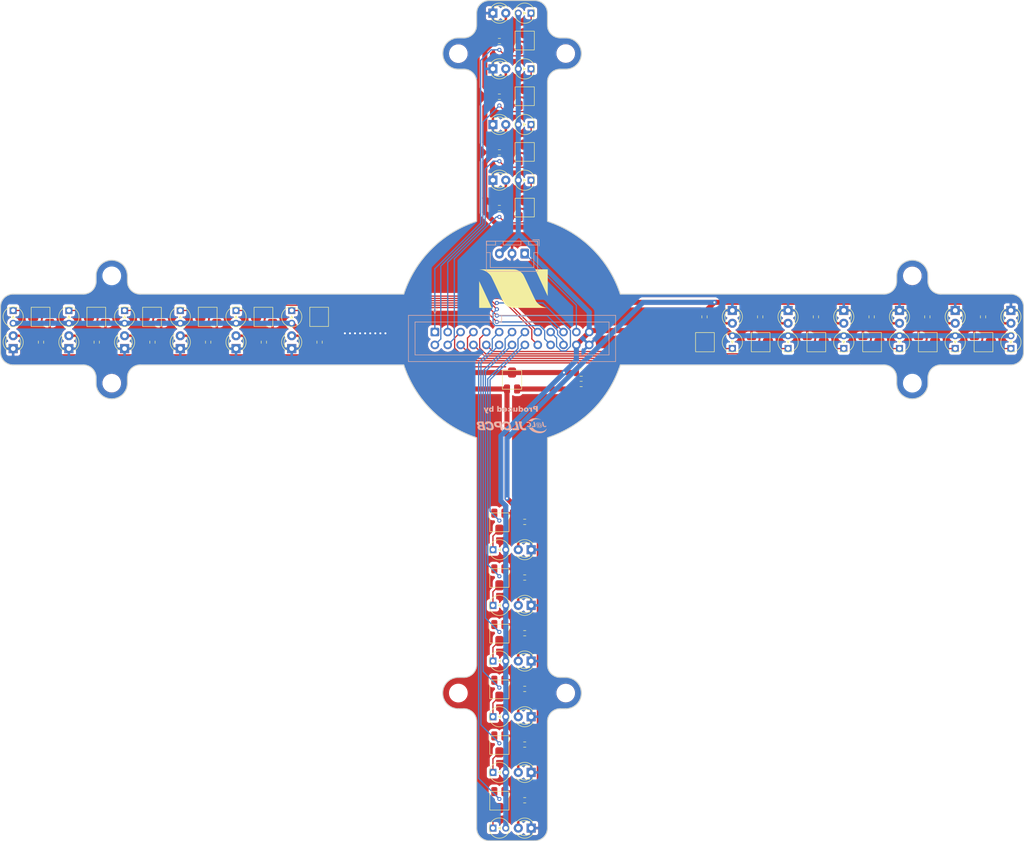
<source format=kicad_pcb>
(kicad_pcb (version 20221018) (generator pcbnew)
  (layers (0 "F.Cu" signal) (31 "B.Cu" signal) (34 "B.Paste" user) (35 "F.Paste" user) (36 "B.SilkS" user "B.Silkscreen") (37 "F.SilkS" user "F.Silkscreen") (38 "B.Mask" user) (39 "F.Mask" user) (44 "Edge.Cuts" user))
  (net 0 "")
  (net 1 "sig1")
  (net 2 "sig2")
  (net 3 "sig3")
  (net 4 "sig4")
  (net 5 "sig5")
  (net 6 "sig6")
  (net 7 "sig7")
  (net 8 "sig8")
  (net 9 "sig9")
  (net 10 "sig10")
  (net 11 "sig11")
  (net 12 "sig12")
  (net 13 "sig13")
  (net 14 "sig14")
  (net 15 "sig15")
  (net 16 "sig16")
  (net 17 "sig17")
  (net 18 "sig18")
  (net 19 "sig19")
  (net 20 "sig20")
  (net 21 "sig21")
  (net 22 "sig22")
  (net 23 "VIN")
  (net 24 "GND")
  (net 25 "Net-(D1-A)")
  (net 26 "Net-(D2-A)")
  (net 27 "Net-(D3-A)")
  (net 28 "Net-(D4-A)")
  (net 29 "Net-(D5-A)")
  (net 30 "Net-(D6-A)")
  (net 31 "Net-(D7-A)")
  (net 32 "Net-(D8-A)")
  (net 33 "Net-(D9-A)")
  (net 34 "Net-(D10-A)")
  (net 35 "Net-(D11-A)")
  (net 36 "Net-(D12-A)")
  (net 37 "Net-(D13-A)")
  (net 38 "Net-(D14-A)")
  (net 39 "Net-(D15-A)")
  (net 40 "Net-(D16-A)")
  (net 41 "Net-(D17-A)")
  (net 42 "Net-(D18-A)")
  (net 43 "Net-(D19-A)")
  (net 44 "Net-(D20-A)")
  (net 45 "Net-(D21-A)")
  (net 46 "Net-(D22-A)")
  (net 47 "sig_BALL-Kicker")
  (net 48 "Net-(Q1-Emitter)")
  (net 49 "Net-(Q2-Emitter)")
  (net 50 "Net-(Q3-Emitter)")
  (net 51 "Net-(Q4-Emitter)")
  (net 52 "Net-(Q5-Emitter)")
  (net 53 "Net-(Q6-Emitter)")
  (net 54 "Net-(Q7-Emitter)")
  (net 55 "Net-(Q8-Emitter)")
  (net 56 "Net-(Q9-Emitter)")
  (net 57 "Net-(Q10-Emitter)")
  (net 58 "Net-(Q11-Emitter)")
  (net 59 "Net-(Q12-Emitter)")
  (net 60 "Net-(Q13-Emitter)")
  (net 61 "Net-(Q14-Emitter)")
  (net 62 "Net-(Q15-Emitter)")
  (net 63 "Net-(Q16-Emitter)")
  (net 64 "Net-(Q17-Emitter)")
  (net 65 "Net-(Q18-Emitter)")
  (net 66 "Net-(Q19-Emitter)")
  (net 67 "Net-(Q20-Emitter)")
  (net 68 "Net-(Q21-Emitter)")
  (net 69 "Net-(Q22-Emitter)")
  (net 70 "Net-(R23-CW)")
  (net 71 "Net-(R23-CCW)")
  (footprint "@2023_LineSensor:NJL7502L" (layer "F.Cu") (at 51.5 146.7475 90)
    (fp_text reference "Q17" hide)
    (fp_text value "~")
  )
  (footprint "MountingHole:MountingHole_3.2mm_M3" (layer "F.Cu") (at 229.036605 159.8475)
    (fp_text reference "REF**" hide)
    (fp_text value "MountingHole_3.2mm_M3")
  )
  (footprint "@2023_LineSensor:TSR-C3305" (layer "F.Cu") (at 152.5 115.96)
    (fp_text reference "R3" hide)
    (fp_text value "~")
  )
  (footprint "Resistor_SMD:R_0603_1608Metric" (layer "F.Cu") (at 221 146.7475 -90)
    (fp_text reference "R31" hide)
    (fp_text value "R")
  )
  (footprint "@2023_LineSensor:OSWT3166B" (layer "F.Cu") (at 153.775 247.7475 180)
    (fp_text reference "D11" hide)
    (fp_text value "LED")
  )
  (footprint "@2023_LineSensor:NJL7502L" (layer "F.Cu") (at 215.5 151.7475 -90)
    (fp_text reference "Q8" hide)
    (fp_text value "~")
  )
  (footprint "@2023_LineSensor:OSWT3166B" (layer "F.Cu") (at 204.5 145.4725 -90)
    (fp_text reference "D9" hide)
    (fp_text value "LED")
  )
  (footprint "MountingHole:MountingHole_3.2mm_M3" (layer "F.Cu") (at 229.036605 138.6475)
    (fp_text reference "REF**" hide)
    (fp_text value "MountingHole_3.2mm_M3")
  )
  (footprint "@2023_LineSensor:OSWT3166B" (layer "F.Cu") (at 146.225 108.7475)
    (fp_text reference "D3" hide)
    (fp_text value "LED")
  )
  (footprint "@2023_LineSensor:TSR-C3305" (layer "F.Cu") (at 147.5 196.535 180)
    (fp_text reference "R15" hide)
    (fp_text value "~")
  )
  (footprint "Resistor_SMD:R_0603_1608Metric" (layer "F.Cu") (at 243 146.7475 -90)
    (fp_text reference "R29" hide)
    (fp_text value "R")
  )
  (footprint "Resistor_SMD:R_0603_1608Metric" (layer "F.Cu") (at 147.5 92.2475)
    (fp_text reference "R25" hide)
    (fp_text value "R")
  )
  (footprint "@2023_LineSensor:NJL7502L" (layer "F.Cu") (at 147.5 247.7475 180)
    (fp_text reference "Q11" hide)
    (fp_text value "~")
  )
  (footprint "@2023_LineSensor:TSR-C3305" (layer "F.Cu") (at 219.2875 151.7475 -90)
    (fp_text reference "R7" hide)
    (fp_text value "~")
  )
  (footprint "@2023_LineSensor:OSWT3166B" (layer "F.Cu") (at 226.5 145.4725 -90)
    (fp_text reference "D7" hide)
    (fp_text value "LED")
  )
  (footprint "@2023_LineSensor:TSR-C3305" (layer "F.Cu") (at 150 160.9975)
    (fp_text reference "R23" hide)
    (fp_text value "~")
  )
  (footprint "@2023_LineSensor:OSWT3166B" (layer "F.Cu") (at 153.775 214.7475 180)
    (fp_text reference "D14" hide)
    (fp_text value "LED")
  )
  (footprint "@2023_LineSensor:NJL7502L" (layer "F.Cu") (at 147.5 203.7475 180)
    (fp_text reference "Q15" hide)
    (fp_text value "~")
  )
  (footprint "@2023_LineSensor:NJL7502L" (layer "F.Cu") (at 226.5 151.7475 -90)
    (fp_text reference "Q7" hide)
    (fp_text value "~")
  )
  (footprint "MountingHole:MountingHole_3.2mm_M3" (layer "F.Cu") (at 139.4 94.7475)
    (fp_text reference "REF**" hide)
    (fp_text value "MountingHole_3.2mm_M3")
  )
  (footprint "Resistor_SMD:R_0603_1608Metric" (layer "F.Cu") (at 163.65 160 180)
    (fp_text reference "R24" hide)
    (fp_text value "R")
  )
  (footprint "Resistor_SMD:R_0603_1608Metric" (layer "F.Cu") (at 147.5 114.2475)
    (fp_text reference "R27" hide)
    (fp_text value "R")
  )
  (footprint "Resistor_SMD:R_0603_1608Metric" (layer "F.Cu") (at 112 151.7475 90)
    (fp_text reference "R46" hide)
    (fp_text value "R")
  )
  (footprint "@2023_LineSensor:TSR-C3305" (layer "F.Cu") (at 147.5 229.535 180)
    (fp_text reference "R12" hide)
    (fp_text value "~")
  )
  (footprint "Resistor_SMD:R_0603_1608Metric" (layer "F.Cu") (at 152.5 209.2475 180)
    (fp_text reference "R38" hide)
    (fp_text value "R")
  )
  (footprint "Capacitor_SMD:C_0805_2012Metric" (layer "F.Cu") (at 163.65 157.7475)
    (fp_text reference "C1" hide)
    (fp_text value "C")
  )
  (footprint "@2023_LineSensor:OSWT3166B" (layer "F.Cu") (at 62.5 153.0225 90)
    (fp_text reference "D18" hide)
    (fp_text value "LED")
  )
  (footprint "@2023_LineSensor:NJL7502L" (layer "F.Cu") (at 106.5 146.7475 90)
    (fp_text reference "Q22" hide)
    (fp_text value "~")
  )
  (footprint "@2023_LineSensor:NJL7502L" (layer "F.Cu") (at 248.5 151.7475 -90)
    (fp_text reference "Q5" hide)
    (fp_text value "~")
  )
  (footprint "@2023_LineSensor:OSWT3166B" (layer "F.Cu") (at 73.5 153.0225 90)
    (fp_text reference "D19" hide)
    (fp_text value "LED")
  )
  (footprint "@2023_LineSensor:OSWT3166B" (layer "F.Cu") (at 153.775 192.7475 180)
    (fp_text reference "D16" hide)
    (fp_text value "LED")
  )
  (footprint "@2023_LineSensor:NJL7502L" (layer "F.Cu") (at 152.5 108.7475)
    (fp_text reference "Q3" hide)
    (fp_text value "~")
  )
  (footprint "Resistor_SMD:R_0603_1608Metric" (layer "F.Cu") (at 152.5 242.2475 180)
    (fp_text reference "R35" hide)
    (fp_text value "R")
  )
  (footprint "@2023_LineSensor:OSWT3166B" (layer "F.Cu") (at 248.5 145.4725 -90)
    (fp_text reference "D5" hide)
    (fp_text value "LED")
  )
  (footprint "@2023_LineSensor:TSR-C3305" (layer "F.Cu") (at 147.5 185.535 180)
    (fp_text reference "R16" hide)
    (fp_text value "~")
  )
  (footprint "@2023_LineSensor:TSR-C3305" (layer "F.Cu") (at 147.5 218.535 180)
    (fp_text reference "R13" hide)
    (fp_text value "~")
  )
  (footprint "@2023_LineSensor:TSR-C3305" (layer "F.Cu") (at 113.7125 146.7475 90)
    (fp_text reference "R22" hide)
    (fp_text value "~")
  )
  (footprint "@2023_LineSensor:TSR-C3305" (layer "F.Cu") (at 208.2875 151.7475 -90)
    (fp_text reference "R8" hide)
    (fp_text value "~")
  )
  (footprint "@2023_LineSensor:OSWT3166B" (layer "F.Cu") (at 84.5 153.0225 90)
    (fp_text reference "D20" hide)
    (fp_text value "LED")
  )
  (footprint "@2023_LineSensor:OSWT3166B" (layer "F.Cu") (at 237.5 145.4725 -90)
    (fp_text reference "D6" hide)
    (fp_text value "LED")
  )
  (footprint "@2023_LineSensor:TSR-C3305" (layer "F.Cu") (at 91.7125 146.7475 90)
    (fp_text reference "R20" hide)
    (fp_text value "~")
  )
  (footprint "@2023_LineSensor:TSR-C3305" (layer "F.Cu") (at 197.2875 151.7475 -90)
    (fp_text reference "R9" hide)
    (fp_text value "~")
  )
  (footprint "MountingHole:MountingHole_3.2mm_M3" (layer "F.Cu") (at 70.963395 138.6475)
    (fp_text reference "REF**" hide)
    (fp_text value "MountingHole_3.2mm_M3")
  )
  (footprint "@2023_LineSensor:NJL7502L" (layer "F.Cu") (at 147.5 214.7475 180)
    (fp_text reference "Q14" hide)
    (fp_text value "~")
  )
  (footprint "@2023_LineSensor:TSR-C3305" (layer "F.Cu") (at 147.5 240.535 180)
    (fp_text reference "R11" hide)
    (fp_text value "~")
  )
  (footprint "@2023_LineSensor:NJL7502L" (layer "F.Cu") (at 152.5 97.7475)
    (fp_text reference "Q2" hide)
    (fp_text value "~")
  )
  (footprint "@2023_LineSensor:TSR-C3305" (layer "F.Cu") (at 69.7125 146.7475 90)
    (fp_text reference "R18" hide)
    (fp_text value "~")
  )
  (footprint "MountingHole:MountingHole_3.2mm_M3" (layer "F.Cu") (at 139.4 221.07238)
    (fp_text reference "REF**" hide)
    (fp_text value "MountingHole_3.2mm_M3")
  )
  (footprint "Resistor_SMD:R_0603_1608Metric" (layer "F.Cu") (at 210 146.7475 -90)
    (fp_text reference "R32" hide)
    (fp_text value "R")
  )
  (footprint "MountingHole:MountingHole_3.2mm_M3" (layer "F.Cu") (at 160.6 94.722142)
    (fp_text reference "REF**" hide)
    (fp_text value "MountingHole_3.2mm_M3")
  )
  (footprint "@2023_LineSensor:NJL7502L" (layer "F.Cu") (at 95.5 146.7475 90)
    (fp_text reference "Q21" hide)
    (fp_text value "~")
  )
  (footprint "@2023_LineSensor:OSWT3166B" (layer "F.Cu") (at 146.225 97.7475)
    (fp_text reference "D2" hide)
    (fp_text value "LED")
  )
  (footprint "@2023_LineSensor:OSWT3166B" (layer "F.Cu") (at 106.5 153.0225 90)
    (fp_text reference "D22" hide)
    (fp_text value "LED")
  )
  (footprint "Resistor_SMD:R_0603_1608Metric" (layer "F.Cu") (at 57 151.7475 90)
    (fp_text reference "R41" hide)
    (fp_text value "R")
  )
  (footprint "@2023_LineSensor:TSR-C3305" (layer "F.Cu") (at 80.7125 146.7475 90)
    (fp_text reference "R19" hide)
    (fp_text value "~")
  )
  (footprint "Resistor_SMD:R_0603_1608Metric" (layer "F.Cu") (at 152.5 187.2475 180)
    (fp_text reference "R40" hide)
    (fp_text value "R")
  )
  (footprint "@2023_LineSensor:OSWT3166B" (layer "F.Cu") (at 146.225 119.7475)
    (fp_text reference "D4" hide)
    (fp_text value "LED")
  )
  (footprint "Resistor_SMD:R_0603_1608Metric" (layer "F.Cu") (at 152.5 198.2475 180)
    (fp_text reference "R39" hide)
    (fp_text value "R")
  )
  (footprint "Resistor_SMD:R_0603_1608Metric" (layer "F.Cu") (at 79 151.7475 90)
    (fp_text reference "R43" hide)
    (fp_text value "R")
  )
  (footprint "Resistor_SMD:R_0603_1608Metric" (layer "F.Cu") (at 152.5 220.2475 180)
    (fp_text reference "R37" hide)
    (fp_text value "R")
  )
  (footprint "Resistor_SMD:R_0603_1608Metric" (layer "F.Cu") (at 188 146.7475 -90)
    (fp_text reference "R34" hide)
    (fp_text value "R")
  )
  (footprint "@2023_LineSensor:TSR-C3305" (layer "F.Cu") (at 152.5 93.96)
    (fp_text reference "R1" hide)
    (fp_text value "~")
  )
  (footprint "@2023_LineSensor:OSWT3166B" (layer "F.Cu") (at 153.775 225.7475 180)
    (fp_text reference "D13" hide)
    (fp_text value "LED")
  )
  (footprint "@2023_LineSensor:NJL7502L" (layer "F.Cu") (at 204.5 151.7475 -90)
    (fp_text reference "Q9" hide)
    (fp_text value "~")
  )
  (footprint "@2023_LineSensor:TSR-C3305" (layer "F.Cu") (at 58.7125 146.7475 90)
    (fp_text reference "R17" hide)
    (fp_text value "~")
  )
  (footprint "@2023_LineSensor:NJL7502L" (layer "F.Cu") (at 147.5 236.7475 180)
    (fp_text reference "Q12" hide)
    (fp_text value "~")
  )
  (footprint "@2023_LineSensor:TSR-C3305" (layer "F.Cu") (at 241.2875 151.7475 -90)
    (fp_text reference "R5" hide)
    (fp_text value "~")
  )
  (footprint "@2023_LineSensor:NJL7502L" (layer "F.Cu") (at 84.5 146.7475 90)
    (fp_text reference "Q20" hide)
    (fp_text value "~")
  )
  (footprint "MountingHole:MountingHole_3.2mm_M3" (layer "F.Cu") (at 70.963395 159.8475)
    (fp_text reference "REF**" hide)
    (fp_text value "MountingHole_3.2mm_M3")
  )
  (footprint "Resistor_SMD:R_0603_1608Metric" (layer "F.Cu") (at 152.5 231.2475 180)
    (fp_text reference "R36" hide)
    (fp_text value "R")
  )
  (footprint "@2023_LineSensor:NJL7502L" (layer "F.Cu") (at 73.5 146.7475 90)
    (fp_text reference "Q19" hide)
    (fp_text value "~")
  )
  (footprint "@2023_LineSensor:NJL7502L" (layer "F.Cu") (at 152.5 119.7475)
    (fp_text reference "Q4" hide)
    (fp_text value "~")
  )
  (footprint "@2023_LineSensor:TSR-C3305" (layer "F.Cu") (at 186.2875 151.7475 -90)
    (fp_text reference "R10" hide)
    (fp_text value "~")
  )
  (footprint "Resistor_SMD:R_0603_1608Metric" (layer "F.Cu") (at 101 151.7475 90)
    (fp_text reference "R45" hide)
    (fp_text value "R")
  )
  (footprint "Resistor_SMD:R_0603_1608Metric" (layer "F.Cu") (at 232 146.7475 -90)
    (fp_text reference "R30" hide)
    (fp_text value "R")
  )
  (footprint "Resistor_SMD:R_0603_1608Metric" (layer "F.Cu") (at 68 151.7475 90)
    (fp_text reference "R42" hide)
    (fp_text value "R")
  )
  (footprint "@2023_LineSensor:TSR-C3305" (layer "F.Cu") (at 152.5 104.96)
    (fp_text reference "R2" hide)
    (fp_text value "~")
  )
  (footprint "MountingHole:MountingHole_3.2mm_M3" (layer "F.Cu") (at 160.6 221.07244)
    (fp_text reference "REF**" hide)
    (fp_text value "MountingHole_3.2mm_M3")
  )
  (footprint "Resistor_SMD:R_0603_1608Metric" (layer "F.Cu") (at 147.5 125.2475)
    (fp_text reference "R28" hide)
    (fp_text value "R")
  )
  (footprint "@2023_LineSensor:NJL7502L" (layer "F.Cu") (at 193.5 151.7475 -90)
    (fp_text reference "Q10" hide)
    (fp_text value "~")
  )
  (footprint "@2023_LineSensor:OSWT3166B" (layer "F.Cu") (at 193.5 145.4725 -90)
    (fp_text reference "D10" hide)
    (fp_text value "LED")
  )
  (footprint "@2023_LineSensor:OSWT3166B" (layer "F.Cu") (at 153.775 236.7475 180)
    (fp_text reference "D12" hide)
    (fp_text value "LED")
  )
  (footprint "@2023_LineSensor:TSR-C3305" (layer "F.Cu") (at 102.7125 146.7475 90)
    (fp_text reference "R21" hide)
    (fp_text value "~")
  )
  (footprint "@2023_LineSensor:OSWT3166B" (layer "F.Cu") (at 95.5 153.0225 90)
    (fp_text reference "D21" hide)
    (fp_text value "LED")
  )
  (footprint "Resistor_SMD:R_0603_1608Metric" (layer "F.Cu") (at 90 151.7475 90)
    (fp_text reference "R44" hide)
    (fp_text value "R")
  )
  (footprint "@2023_LineSensor:TSR-C3305" (layer "F.Cu") (at 147.5 207.535 180)
    (fp_text reference "R14" hide)
    (fp_text value "~")
  )
  (footprint "@2023_LineSensor:OSWT3166B" (layer "F.Cu") (at 51.5 153.0225 90)
    (fp_text reference "D17" hide)
    (fp_text value "LED")
  )
  (footprint "@2023_LineSensor:NJL7502L" (layer "F.Cu") (at 152.5 86.7475)
    (fp_text reference "Q1" hide)
    (fp_text value "~")
  )
  (footprint "@2023_LineSensor:OSWT3166B" (layer "F.Cu") (at 153.775 203.7475 180)
    (fp_text reference "D15" hide)
    (fp_text value "LED")
  )
  (footprint "@2023_LineSensor:NJL7502L" (layer "F.Cu") (at 147.5 225.7475 180)
    (fp_text reference "Q13" hide)
    (fp_text value "~")
  )
  (footprint "@2023_LineSensor:NJL7502L" (layer "F.Cu") (at 62.5 146.7475 90)
    (fp_text reference "Q18" hide)
    (fp_text value "~")
  )
  (footprint "Resistor_SMD:R_0603_1608Metric" (layer "F.Cu") (at 199 146.7475 -90)
    (fp_text reference "R33" hide)
    (fp_text value "R")
  )
  (footprint "@2023_LineSensor:OSWT3166B" (layer "F.Cu") (at 215.5 145.4725 -90)
    (fp_text reference "D8" hide)
    (fp_text value "LED")
  )
  (footprint "@2023_LineSensor:TSR-C3305" (layer "F.Cu") (at 152.5 126.96)
    (fp_text reference "R4" hide)
    (fp_text value "~")
  )
  (footprint "Resistor_SMD:R_0603_1608Metric" (layer "F.Cu") (at 147.5 103.2475)
    (fp_text reference "R26" hide)
    (fp_text value "R")
  )
  (footprint "@2023_LineSensor:NJL7502L" (layer "F.Cu") (at 147.5 192.7475 180)
    (fp_text reference "Q16" hide)
    (fp_text value "~")
  )
  (footprint "@2023_LineSensor:TSR-C3305" (layer "F.Cu") (at 230.2875 151.7475 -90)
    (fp_text reference "R6" hide)
    (fp_text value "~")
  )
  (footprint "@2023_LineSensor:NJL7502L" (layer "F.Cu") (at 237.5 151.7475 -90)
    (fp_text reference "Q6" hide)
    (fp_text value "~")
  )
  (footprint "@2023_LineSensor:OSWT3166B" (layer "F.Cu") (at 146.225 86.7475)
    (fp_text reference "D1" hide)
    (fp_text value "LED")
  )
  (footprint "Connector_IDC:IDC-Header_2x13_P2.54mm_Vertical" (layer "B.Cu") (at 134.76 149.7475 -90)
    (fp_text reference "J1" hide)
    (fp_text value "Conn_01x26_Pin")
  )
  (footprint "Connector_JST:JST_XH_B3B-XH-A_1x03_P2.50mm_Vertical" (layer "B.Cu") (at 152.5 134.2475 180)
    (fp_text reference "J2" hide)
    (fp_text value "Conn_01x03_Pin")
  )
  (gr_poly (pts (xy 143.8 167.4) (xy 143.654021 167.403076) (xy 143.536444 167.407848) (xy 143.46399 167.414293) (xy 143.410456 167.424021) (xy 143.360912 167.434733) (xy 143.315255 167.446505) (xy 143.293851 167.452811) (xy 143.273379 167.45941) (xy 143.253828 167.466312) (xy 143.235184 167.473525) (xy 143.217433 167.48106) (xy 143.200564 167.488925) (xy 143.184563 167.497129) (xy 143.169417 167.505683) (xy 143.155113 167.514595) (xy 143.141639 167.523875) (xy 143.128981 167.533532) (xy 143.117127 167.543576) (xy 143.106064 167.554016) (xy 143.095778 167.564861) (xy 143.086257 167.576121) (xy 143.077488 167.587805) (xy 143.069458 167.599923) (xy 143.062154 167.612483) (xy 143.055563 167.625495) (xy 143.049673 167.638969) (xy 143.044469 167.652914) (xy 143.03994 167.667339) (xy 143.036073 167.682254) (xy 143.032854 167.697668) (xy 143.030271 167.71359) (xy 143.02831 167.730029) (xy 143.027057 167.748111) (xy 143.026593 167.766286) (xy 143.026903 167.784524) (xy 143.027969 167.802793) (xy 143.029775 167.821064) (xy 143.032306 167.839306) (xy 143.035543 167.857487) (xy 143.039472 167.875578) (xy 143.044075 167.893547) (xy 143.049336 167.911364) (xy 143.055238 167.928999) (xy 143.061765 167.946419) (xy 143.068901 167.963596) (xy 143.076628 167.980498) (xy 143.084931 167.997094) (xy 143.093794 168.013354) (xy 143.103199 168.029247) (xy 143.11313 168.044743) (xy 143.12357 168.05981) (xy 143.134504 168.074419) (xy 143.145915 168.088537) (xy 143.157786 168.102136) (xy 143.170101 168.115183) (xy 143.182842 168.127649) (xy 143.195995 168.139502) (xy 143.209542 168.150712) (xy 143.223468 168.161249) (xy 143.237754 168.171081) (xy 143.252385 168.180178) (xy 143.267345 168.188509) (xy 143.282617 168.196044) (xy 143.298185 168.202752) (xy 143.312402 168.208948) (xy 143.325273 168.214951) (xy 143.331197 168.217871) (xy 143.336775 168.220731) (xy 143.342005 168.223529) (xy 143.346884 168.226261) (xy 143.35141 168.228923) (xy 143.355578 168.231512) (xy 143.359386 168.234024) (xy 143.362832 168.236455) (xy 143.365912 168.238803) (xy 143.368623 168.241063) (xy 143.370964 168.243231) (xy 143.372929 168.245306) (xy 143.374518 168.247282) (xy 143.375726 168.249156) (xy 143.376552 168.250925) (xy 143.376991 168.252585) (xy 143.377042 168.254133) (xy 143.37692 168.254863) (xy 143.3767 168.255565) (xy 143.376382 168.256236) (xy 143.375964 168.256877) (xy 143.374831 168.258066) (xy 143.373297 168.259129) (xy 143.371359 168.260061) (xy 143.369016 168.26086) (xy 143.366263 168.261522) (xy 143.363098 168.262042) (xy 143.359518 168.262419) (xy 143.35552 168.262647) (xy 143.351101 168.262724) (xy 143.348071 168.263111) (xy 143.344311 168.264247) (xy 143.339873 168.266096) (xy 143.334813 168.268622) (xy 143.329184 168.271789) (xy 143.323041 168.27556) (xy 143.316438 168.2799) (xy 143.309429 168.284773) (xy 143.302069 168.290141) (xy 143.294412 168.295969) (xy 143.278423 168.308861) (xy 143.2702 168.315852) (xy 143.261897 168.323158) (xy 143.253568 168.330743) (xy 143.245267 168.338571) (xy 143.219574 168.363459) (xy 143.209122 168.374104) (xy 143.200123 168.383881) (xy 143.192467 168.393038) (xy 143.186046 168.401823) (xy 143.183265 168.406154) (xy 143.180752 168.410484) (xy 143.178493 168.414846) (xy 143.176476 168.419269) (xy 143.174686 168.423786) (xy 143.173109 168.428426) (xy 143.171733 168.433222) (xy 143.170543 168.438203) (xy 143.16867 168.448849) (xy 143.167381 168.46061) (xy 143.166567 168.473736) (xy 143.16612 168.488474) (xy 143.165893 168.523779) (xy 143.166228 168.544345) (xy 143.16723 168.564697) (xy 143.168894 168.584826) (xy 143.171215 168.604725) (xy 143.174189 168.624387) (xy 143.17781 168.643803) (xy 143.182075 168.662966) (xy 143.186977 168.681868) (xy 143.192512 168.700501) (xy 143.198675 168.718858) (xy 143.205461 168.736931) (xy 143.212866 168.754711) (xy 143.220885 168.772192) (xy 143.229513 168.789365) (xy 143.238744 168.806224) (xy 143.248575 168.822759) (xy 143.259 168.838963) (xy 143.270014 168.854829) (xy 143.281613 168.870349) (xy 143.293792 168.885515) (xy 143.306545 168.900319) (xy 143.319869 168.914753) (xy 143.333758 168.92881) (xy 143.348207 168.942483) (xy 143.363212 168.955762) (xy 143.378767 168.968641) (xy 143.394869 168.981112) (xy 143.411511 168.993167) (xy 143.428689 169.004798) (xy 143.446399 169.015998) (xy 143.464635 169.026758) (xy 143.483393 169.037071) (xy 143.545814 169.068029) (xy 143.57674 169.081061) (xy 143.608381 169.092579) (xy 143.641417 169.10267) (xy 143.676528 169.111423) (xy 143.714394 169.118926) (xy 143.755693 169.125266) (xy 143.801106 169.130531) (xy 143.851311 169.134809) (xy 143.96882 169.140755) (xy 144.113655 169.143807) (xy 144.291253 169.144669) (xy 144.429712 169.144469) (xy 144.487404 169.14418) (xy 144.538033 169.143731) (xy 144.582067 169.143097) (xy 144.619978 169.14225) (xy 144.652235 169.141166) (xy 144.666391 169.140526) (xy 144.679309 169.139818) (xy 144.69105 169.139037) (xy 144.70167 169.138181) (xy 144.711231 169.137245) (xy 144.719789 169.136228) (xy 144.727404 169.135125) (xy 144.734135 169.133934) (xy 144.740041 169.132652) (xy 144.74518 169.131274) (xy 144.74961 169.129798) (xy 144.753392 169.128221) (xy 144.756583 169.126539) (xy 144.759242 169.124749) (xy 144.761429 169.122848) (xy 144.763202 169.120833) (xy 144.764619 169.1187) (xy 144.76574 169.116446) (xy 144.752308 169.037802) (xy 144.711197 168.845469) (xy 144.688694 168.746231) (xy 144.222078 168.746231) (xy 144.221919 168.750248) (xy 144.221546 168.753925) (xy 144.22096 168.757298) (xy 144.220161 168.760402) (xy 144.219683 168.761863) (xy 144.219153 168.763269) (xy 144.217935 168.765936) (xy 144.216509 168.768436) (xy 144.214876 168.770805) (xy 144.213038 168.773077) (xy 144.210995 168.775285) (xy 144.20875 168.777466) (xy 144.206304 168.779653) (xy 144.203657 168.781881) (xy 144.197767 168.786599) (xy 144.192293 168.790363) (xy 144.186388 168.793723) (xy 144.179951 168.796691) (xy 144.17288 168.799277) (xy 144.165075 168.80149) (xy 144.156436 168.803342) (xy 144.146862 168.804842) (xy 144.136252 168.806002) (xy 144.124504 168.80683) (xy 144.111519 168.807338) (xy 144.081433 168.807435) (xy 144.045187 168.806374) (xy 144.001975 168.804238) (xy 143.957239 168.800907) (xy 143.936039 168.798724) (xy 143.915614 168.796194) (xy 143.895958 168.793313) (xy 143.877068 168.79008) (xy 143.858941 168.786492) (xy 143.841572 168.782548) (xy 143.824957 168.778244) (xy 143.809093 168.773579) (xy 143.793976 168.76855) (xy 143.779601 168.763155) (xy 143.765966 168.757392) (xy 143.753066 168.751259) (xy 143.740897 168.744753) (xy 143.729455 168.737872) (xy 143.718736 168.730613) (xy 143.708738 168.722975) (xy 143.699455 168.714956) (xy 143.690883 168.706552) (xy 143.68302 168.697762) (xy 143.675861 168.688584) (xy 143.669402 168.679015) (xy 143.66364 168.669052) (xy 143.65857 168.658695) (xy 143.654188 168.647939) (xy 143.650491 168.636784) (xy 143.647475 168.625227) (xy 143.645136 168.613266) (xy 143.64347 168.600898) (xy 143.642474 168.58812) (xy 143.642142 168.574932) (xy 143.642307 168.567538) (xy 143.642797 168.560243) (xy 143.643609 168.553051) (xy 143.644736 168.545969) (xy 143.646175 168.539002) (xy 143.647921 168.532156) (xy 143.649968 168.525435) (xy 143.652312 168.518846) (xy 143.654948 168.512394) (xy 143.657871 168.506084) (xy 143.661077 168.499922) (xy 143.66456 168.493914) (xy 143.668315 168.488065) (xy 143.672338 168.482379) (xy 143.676625 168.476864) (xy 143.681169 168.471524) (xy 143.685966 168.466365) (xy 143.691012 168.461393) (xy 143.696301 168.456612) (xy 143.701829 168.452029) (xy 143.707591 168.447648) (xy 143.713582 168.443476) (xy 143.719797 168.439517) (xy 143.726231 168.435778) (xy 143.732879 168.432264) (xy 143.739738 168.42898) (xy 143.746801 168.425931) (xy 143.754064 168.423124) (xy 143.761522 168.420564) (xy 143.76917 168.418256) (xy 143.777004 168.416205) (xy 143.785018 168.414418) (xy 143.799016 168.412248) (xy 143.816802 168.410367) (xy 143.861361 168.407473) (xy 143.91394 168.405737) (xy 143.969785 168.405158) (xy 144.024142 168.405737) (xy 144.072256 168.407473) (xy 144.109373 168.410367) (xy 144.122323 168.412248) (xy 144.13074 168.414418) (xy 144.132925 168.416264) (xy 144.135487 168.419758) (xy 144.13839 168.424813) (xy 144.141599 168.431341) (xy 144.148785 168.448463) (xy 144.156757 168.470422) (xy 144.165225 168.496515) (xy 144.1739 168.52604) (xy 144.182492 168.558293) (xy 144.190712 168.592571) (xy 144.197845 168.621784) (xy 144.204037 168.647428) (xy 144.2093 168.66978) (xy 144.213642 168.689117) (xy 144.215472 168.697741) (xy 144.217075 168.705715) (xy 144.218454 168.713073) (xy 144.219609 168.71985) (xy 144.220542 168.726081) (xy 144.221254 168.7318) (xy 144.221747 168.737042) (xy 144.222021 168.74184) (xy 144.222078 168.746231) (xy 144.688694 168.746231) (xy 144.580752 168.270221) (xy 144.539512 168.095716) (xy 144.072986 168.095716) (xy 144.072916 168.099661) (xy 144.072688 168.103284) (xy 144.072302 168.1066) (xy 144.071759 168.109624) (xy 144.071062 168.112372) (xy 144.070211 168.114858) (xy 144.069207 168.117099) (xy 144.068053 168.119108) (xy 144.066748 168.120902) (xy 144.065295 168.122495) (xy 144.063695 168.123903) (xy 144.061948 168.125141) (xy 144.057521 168.127638) (xy 144.051893 168.129841) (xy 144.037316 168.133392) (xy 144.01878 168.135842) (xy 143.996849 168.13724) (xy 143.972087 168.137636) (xy 143.945056 168.137078) (xy 143.916319 168.135616) (xy 143.886441 168.133299) (xy 143.855984 168.130175) (xy 143.825511 168.126295) (xy 143.795586 168.121706) (xy 143.766772 168.116459) (xy 143.739633 168.110602) (xy 143.714731 168.104184) (xy 143.69263 168.097255) (xy 143.673893 168.089863) (xy 143.659802 168.083255) (xy 143.646312 168.076024) (xy 143.633434 168.068209) (xy 143.621179 168.059849) (xy 143.609558 168.050983) (xy 143.598583 168.041649) (xy 143.588265 168.031886) (xy 143.578615 168.021733) (xy 143.569644 168.011228) (xy 143.561365 168.000411) (xy 143.553787 167.98932) (xy 143.546923 167.977994) (xy 143.540784 167.966471) (xy 143.535381 167.954791) (xy 143.530725 167.942992) (xy 143.526828 167.931113) (xy 143.523701 167.919192) (xy 143.521355 167.907269) (xy 143.519802 167.895383) (xy 143.519053 167.883571) (xy 143.519118 167.871872) (xy 143.520011 167.860327) (xy 143.521741 167.848972) (xy 143.52432 167.837847) (xy 143.52776 167.826991) (xy 143.532071 167.816443) (xy 143.537266 167.806241) (xy 143.543355 167.796423) (xy 143.550349 167.78703) (xy 143.55826 167.778099) (xy 143.5671 167.769669) (xy 143.576879 167.76178) (xy 143.58451 167.756401) (xy 143.592292 167.751496) (xy 143.600373 167.74704) (xy 143.608904 167.743011) (xy 143.618034 167.739384) (xy 143.627914 167.736138) (xy 143.638693 167.733248) (xy 143.650521 167.730691) (xy 143.663548 167.728444) (xy 143.677923 167.726485) (xy 143.693797 167.724788) (xy 143.71132 167.723332) (xy 143.751911 167.721048) (xy 143.800893 167.719446) (xy 143.835829 167.718451) (xy 143.868719 167.718096) (xy 143.89884 167.718361) (xy 143.912635 167.71872) (xy 143.925467 167.719226) (xy 143.937245 167.719876) (xy 143.947878 167.720669) (xy 143.957275 167.721602) (xy 143.965348 167.722671) (xy 143.972004 167.723874) (xy 143.977154 167.72521) (xy 143.979136 167.725926) (xy 143.980707 167.726674) (xy 143.981857 167.727454) (xy 143.982573 167.728266) (xy 143.985433 167.735163) (xy 143.989905 167.748716) (xy 144.002858 167.792648) (xy 144.01978 167.853777) (xy 144.039017 167.925821) (xy 144.045592 167.952341) (xy 144.051433 167.976419) (xy 144.056551 167.998177) (xy 144.060956 168.017736) (xy 144.064657 168.035218) (xy 144.067667 168.050744) (xy 144.069994 168.064435) (xy 144.070905 168.070631) (xy 144.071649 168.076413) (xy 144.072228 168.081798) (xy 144.072643 168.0868) (xy 144.072895 168.091434) (xy 144.072986 168.095716) (xy 144.539512 168.095716) (xy 144.444023 167.691665) (xy 144.395058 167.495198) (xy 144.370629 167.410766) (xy 144.360001 167.407685) (xy 144.33348 167.405057) (xy 144.241121 167.401147) (xy 144.110273 167.399014) (xy 143.957658 167.398639)) (fill solid) (layer "B.SilkS"))
  (gr_poly (pts (xy 154.463822 166.766505) (xy 154.367121 166.769874) (xy 154.277097 166.775269) (xy 154.199683 166.782566) (xy 154.167557 166.786889) (xy 154.140809 166.791641) (xy 154.083024 166.804575) (xy 154.026122 166.819542) (xy 153.970161 166.83651) (xy 153.915197 166.855444) (xy 153.861287 166.87631) (xy 153.808489 166.899076) (xy 153.756858 166.923707) (xy 153.706452 166.95017) (xy 153.657327 166.978432) (xy 153.609541 167.008458) (xy 153.56315 167.040215) (xy 153.518212 167.07367) (xy 153.474782 167.108789) (xy 153.432918 167.145538) (xy 153.392677 167.183884) (xy 153.354115 167.223793) (xy 153.330881 167.249246) (xy 153.309136 167.273623) (xy 153.289375 167.296347) (xy 153.272094 167.316839) (xy 153.25779 167.334519) (xy 153.251909 167.342124) (xy 153.246959 167.348809) (xy 153.243 167.354502) (xy 153.240096 167.35913) (xy 153.238308 167.362622) (xy 153.237852 167.363919) (xy 153.237698 167.364904) (xy 153.239691 167.366536) (xy 153.245536 167.368119) (xy 153.267987 167.371106) (xy 153.303462 167.373803) (xy 153.350367 167.376149) (xy 153.472103 167.379539) (xy 153.620462 167.38078) (xy 154.00499 167.38078) (xy 154.116115 167.257307) (xy 154.131657 167.240364) (xy 154.146604 167.224538) (xy 154.161066 167.209744) (xy 154.17515 167.195902) (xy 154.188966 167.182928) (xy 154.202621 167.170739) (xy 154.216225 167.159253) (xy 154.229886 167.148387) (xy 154.243712 167.138059) (xy 154.257812 167.128185) (xy 154.272294 167.118684) (xy 154.287267 167.109471) (xy 154.30284 167.100466) (xy 154.319121 167.091584) (xy 154.336218 167.082744) (xy 154.35424 167.073863) (xy 154.412932 167.047445) (xy 154.47395 167.024412) (xy 154.537345 167.004758) (xy 154.603169 166.98848) (xy 154.671473 166.97557) (xy 154.742309 166.966024) (xy 154.815729 166.959838) (xy 154.891785 166.957005) (xy 154.970528 166.957521) (xy 155.05201 166.961381) (xy 155.136282 166.968578) (xy 155.223396 166.979109) (xy 155.313404 166.992968) (xy 155.406358 167.010149) (xy 155.502309 167.030649) (xy 155.601309 167.05446) (xy 155.634927 167.06278) (xy 155.666518 167.070418) (xy 155.695381 167.077187) (xy 155.720813 167.082903) (xy 155.74211 167.087378) (xy 155.758571 167.090427) (xy 155.764768 167.091358) (xy 155.769492 167.091863) (xy 155.772656 167.091919) (xy 155.773625 167.091771) (xy 155.774171 167.091502) (xy 155.774132 167.09035) (xy 155.772414 167.088569) (xy 155.764252 167.083254) (xy 155.731203 167.066532) (xy 155.680006 167.043443) (xy 155.615641 167.016095) (xy 155.543091 166.986599) (xy 155.467336 166.95706) (xy 155.39336 166.929589) (xy 155.326143 166.906293) (xy 155.266439 166.887228) (xy 155.199088 166.867543) (xy 155.127023 166.84794) (xy 155.053181 166.829123) (xy 154.980496 166.811794) (xy 154.911904 166.796657) (xy 154.850341 166.784413) (xy 154.79874 166.775766) (xy 154.769201 166.772456) (xy 154.734658 166.769792) (xy 154.653522 166.76634) (xy 154.561266 166.765286)) (fill solid) (layer "B.SilkS"))
  (gr_poly (pts (xy 147.357113 167.39908) (xy 147.185289 167.401171) (xy 147.027128 167.40506) (xy 146.901172 167.410645) (xy 146.825962 167.417821) (xy 146.803409 167.422236) (xy 146.780804 167.427505) (xy 146.758261 167.433576) (xy 146.735893 167.440393) (xy 146.713816 167.447903) (xy 146.692141 167.456051) (xy 146.670983 167.464783) (xy 146.650455 167.474045) (xy 146.630672 167.483782) (xy 146.611746 167.493941) (xy 146.593792 167.504466) (xy 146.576923 167.515304) (xy 146.561253 167.5264) (xy 146.546895 167.5377) (xy 146.533964 167.54915) (xy 146.522573 167.560696) (xy 146.511733 167.573321) (xy 146.501086 167.587282) (xy 146.490703 167.602426) (xy 146.480653 167.618601) (xy 146.471007 167.635655) (xy 146.461833 167.653435) (xy 146.453202 167.671788) (xy 146.445183 167.690563) (xy 146.437846 167.709606) (xy 146.431261 167.728765) (xy 146.425498 167.747889) (xy 146.420626 167.766823) (xy 146.416716 167.785417) (xy 146.413836 167.803517) (xy 146.412057 167.820971) (xy 146.411448 167.837627) (xy 146.412669 167.873731) (xy 146.416254 167.911076) (xy 146.422087 167.949372) (xy 146.430052 167.988329) (xy 146.440032 168.027658) (xy 146.451911 168.06707) (xy 146.465573 168.106275) (xy 146.480902 168.144984) (xy 146.49778 168.182908) (xy 146.516093 168.219757) (xy 146.535724 168.255241) (xy 146.556556 168.289072) (xy 146.578473 168.32096) (xy 146.601359 168.350615) (xy 146.625098 168.377749) (xy 146.649573 168.402071) (xy 146.681228 168.429757) (xy 146.714131 168.455301) (xy 146.748455 168.478753) (xy 146.784373 168.50016) (xy 146.822058 168.519573) (xy 146.861684 168.53704) (xy 146.903424 168.55261) (xy 146.94745 168.566333) (xy 146.993936 168.578258) (xy 147.043055 168.588434) (xy 147.09498 168.596909) (xy 147.149884 168.603733) (xy 147.20794 168.608956) (xy 147.269322 168.612625) (xy 147.334202 168.614791) (xy 147.402754 168.615502) (xy 147.642643 168.615502) (xy 147.70085 168.857155) (xy 147.712209 168.906578) (xy 147.723588 168.953562) (xy 147.734678 168.996991) (xy 147.745169 169.035748) (xy 147.75475 169.068718) (xy 147.763111 169.094784) (xy 147.766737 169.104879) (xy 147.769942 169.112829) (xy 147.772688 169.118495) (xy 147.774934 169.121738) (xy 147.777584 169.124612) (xy 147.781583 169.127281) (xy 147.786956 169.129749) (xy 147.79373 169.132018) (xy 147.80193 169.134091) (xy 147.811583 169.13597) (xy 147.835347 169.139156) (xy 147.86523 169.141599) (xy 147.901438 169.143318) (xy 147.944177 169.144334) (xy 147.993656 169.144669) (xy 148.023551 169.144604) (xy 148.0505 169.144396) (xy 148.074659 169.144029) (xy 148.096182 169.143483) (xy 148.115225 169.142741) (xy 148.131942 169.141785) (xy 148.139477 169.141221) (xy 148.146489 169.140596) (xy 148.152997 169.139909) (xy 148.159021 169.139156) (xy 148.164579 169.138337) (xy 148.169692 169.137448) (xy 148.174378 169.136487) (xy 148.178658 169.135453) (xy 148.18255 169.134342) (xy 148.186073 169.133153) (xy 148.189248 169.131883) (xy 148.192094 169.13053) (xy 148.194629 169.129091) (xy 148.196874 169.127566) (xy 148.198847 169.12595) (xy 148.200568 169.124242) (xy 148.202057 169.12244) (xy 148.203333 169.120542) (xy 148.204415 169.118545) (xy 148.205323 169.116446) (xy 148.19189 169.037729) (xy 148.15078 168.845221) (xy 148.020335 168.269559) (xy 148.003924 168.200106) (xy 147.545326 168.200106) (xy 147.545294 168.206435) (xy 147.54474 168.212205) (xy 147.543624 168.217438) (xy 147.541905 168.222155) (xy 147.539543 168.226375) (xy 147.536501 168.23012) (xy 147.532736 168.23341) (xy 147.52821 168.236266) (xy 147.522884 168.238708) (xy 147.516716 168.240758) (xy 147.509668 168.242436) (xy 147.5017 168.243762) (xy 147.482845 168.245443) (xy 147.459832 168.245967) (xy 147.432344 168.245499) (xy 147.400063 168.244203) (xy 147.319851 168.239793) (xy 147.28211 168.237341) (xy 147.247455 168.234557) (xy 147.215663 168.23136) (xy 147.186512 168.227667) (xy 147.159779 168.223395) (xy 147.135242 168.218461) (xy 147.123728 168.215721) (xy 147.112679 168.212784) (xy 147.102069 168.20964) (xy 147.091868 168.20628) (xy 147.08205 168.202691) (xy 147.072587 168.198866) (xy 147.06345 168.194792) (xy 147.054613 168.19046) (xy 147.046047 168.185859) (xy 147.037724 168.180979) (xy 147.029618 168.175809) (xy 147.021699 168.17034) (xy 147.01394 168.164561) (xy 147.006314 168.158462) (xy 146.998792 168.152031) (xy 146.991348 168.14526) (xy 146.976578 168.130653) (xy 146.961782 168.114557) (xy 146.9533 168.104638) (xy 146.945683 168.09531) (xy 146.938888 168.086462) (xy 146.932871 168.077984) (xy 146.927587 168.069765) (xy 146.922993 168.061692) (xy 146.919046 168.053656) (xy 146.9157 168.045545) (xy 146.912913 168.037248) (xy 146.910639 168.028654) (xy 146.908836 168.019651) (xy 146.907459 168.01013) (xy 146.906465 167.999977) (xy 146.905809 167.989084) (xy 146.905448 167.977337) (xy 146.905337 167.964627) (xy 146.905472 167.954829) (xy 146.905875 167.945278) (xy 146.906546 167.935973) (xy 146.907487 167.926913) (xy 146.908696 167.918098) (xy 146.910174 167.909525) (xy 146.911921 167.901195) (xy 146.913936 167.893107) (xy 146.91622 167.885258) (xy 146.918773 167.877649) (xy 146.921594 167.870278) (xy 146.924685 167.863145) (xy 146.928044 167.856248) (xy 146.931671 167.849586) (xy 146.935568 167.843159) (xy 146.939733 167.836965) (xy 146.944167 167.831004) (xy 146.948869 167.825275) (xy 146.95384 167.819776) (xy 146.95908 167.814507) (xy 146.964589 167.809466) (xy 146.970366 167.804653) (xy 146.976413 167.800067) (xy 146.982727 167.795707) (xy 146.989311 167.791571) (xy 146.996163 167.78766) (xy 147.003284 167.783971) (xy 147.010674 167.780504) (xy 147.018333 167.777258) (xy 147.02626 167.774231) (xy 147.034456 167.771424) (xy 147.04292 167.768835) (xy 147.059295 167.765545) (xy 147.081312 167.762358) (xy 147.108002 167.759378) (xy 147.138391 167.756708) (xy 147.171508 167.754452) (xy 147.206383 167.752712) (xy 147.242043 167.751592) (xy 147.277517 167.751196) (xy 147.448615 167.751196) (xy 147.478601 167.887016) (xy 147.49183 167.948559) (xy 147.506382 168.014236) (xy 147.531518 168.126904) (xy 147.541016 168.168797) (xy 147.543978 168.185692) (xy 147.545326 168.200106) (xy 148.003924 168.200106) (xy 147.883606 167.690921) (xy 147.834641 167.494692) (xy 147.810212 167.410766) (xy 147.798402 167.407415) (xy 147.76915 167.40463) (xy 147.667585 167.400706) (xy 147.524059 167.39889)) (fill solid) (layer "B.SilkS"))
  (gr_poly (pts (xy 152.769816 164.650614) (xy 152.740499 164.652033) (xy 152.711644 164.654777) (xy 152.683323 164.658822) (xy 152.655607 164.664149) (xy 152.628566 164.670734) (xy 152.602272 164.678556) (xy 152.576797 164.687594) (xy 152.552212 164.697825) (xy 152.528588 164.709229) (xy 152.505997 164.721782) (xy 152.48451 164.735465) (xy 152.464197 164.750254) (xy 152.445131 164.766128) (xy 152.427383 164.783066) (xy 152.411826 164.800189) (xy 152.397495 164.818176) (xy 152.384383 164.836962) (xy 152.372482 164.85648) (xy 152.361783 164.876665) (xy 152.35228 164.89745) (xy 152.343965 164.91877) (xy 152.336829 164.94056) (xy 152.330865 164.962752) (xy 152.326066 164.985281) (xy 152.322423 165.008082) (xy 152.319929 165.031088) (xy 152.318576 165.054234) (xy 152.318356 165.077454) (xy 152.319261 165.100681) (xy 152.321285 165.12385) (xy 152.324418 165.146895) (xy 152.328654 165.16975) (xy 152.333984 165.192349) (xy 152.340401 165.214627) (xy 152.347897 165.236517) (xy 152.356464 165.257953) (xy 152.366095 165.27887) (xy 152.376781 165.299202) (xy 152.388516 165.318883) (xy 152.40129 165.337847) (xy 152.415097 165.356028) (xy 152.429929 165.37336) (xy 152.445778 165.389778) (xy 152.462636 165.405214) (xy 152.480496 165.419605) (xy 152.499349 165.432883) (xy 152.521684 165.445976) (xy 152.546063 165.457851) (xy 152.572249 165.468483) (xy 152.600007 165.477846) (xy 152.629097 165.485912) (xy 152.659284 165.492656) (xy 152.690329 165.498051) (xy 152.721996 165.502072) (xy 152.754048 165.50469) (xy 152.786247 165.505881) (xy 152.818355 165.505618) (xy 152.850137 165.503874) (xy 152.881355 165.500623) (xy 152.911771 165.495839) (xy 152.941148 165.489496) (xy 152.969249 165.481566) (xy 152.988145 165.475031) (xy 153.006525 165.467741) (xy 153.024377 165.459719) (xy 153.041687 165.450986) (xy 153.058442 165.441563) (xy 153.074629 165.431472) (xy 153.090234 165.420733) (xy 153.105245 165.409368) (xy 153.119648 165.397399) (xy 153.13343 165.384846) (xy 153.146579 165.371732) (xy 153.15908 165.358076) (xy 153.17092 165.343902) (xy 153.182087 165.329229) (xy 153.192567 165.31408) (xy 153.202347 165.298475) (xy 153.211414 165.282436) (xy 153.219755 165.265984) (xy 153.227356 165.249141) (xy 153.234205 165.231928) (xy 153.240287 165.214366) (xy 153.245591 165.196476) (xy 153.250103 165.178281) (xy 153.253809 165.1598) (xy 153.256696 165.141056) (xy 153.258752 165.12207) (xy 153.259963 165.102862) (xy 153.260291 165.084824) (xy 152.9416 165.084824) (xy 152.941197 165.102975) (xy 152.940085 165.120871) (xy 152.938263 165.138293) (xy 152.93573 165.155021) (xy 152.932483 165.170838) (xy 152.928522 165.185525) (xy 152.923845 165.198862) (xy 152.918449 165.210633) (xy 152.912833 165.220443) (xy 152.906724 165.229633) (xy 152.900154 165.238201) (xy 152.893157 165.246147) (xy 152.885766 165.253471) (xy 152.878015 165.260172) (xy 152.869936 165.266249) (xy 152.861564 165.271702) (xy 152.852931 165.27653) (xy 152.844071 165.280733) (xy 152.835018 165.28431) (xy 152.825804 165.287261) (xy 152.816463 165.289584) (xy 152.807028 165.29128) (xy 152.797532 165.292348) (xy 152.78801 165.292786) (xy 152.778493 165.292595) (xy 152.769017 165.291775) (xy 152.759613 165.290323) (xy 152.750315 165.288241) (xy 152.741157 165.285526) (xy 152.732171 165.28218) (xy 152.723392 165.2782) (xy 152.714853 165.273587) (xy 152.706586 165.26834) (xy 152.698625 165.262459) (xy 152.691004 165.255942) (xy 152.683756 165.248789) (xy 152.676914 165.241) (xy 152.670511 165.232574) (xy 152.664581 165.22351) (xy 152.659158 165.213808) (xy 152.656117 165.207497) (xy 152.653339 165.201224) (xy 152.650812 165.194926) (xy 152.648525 165.18854) (xy 152.646467 165.182006) (xy 152.644628 165.175262) (xy 152.642997 165.168244) (xy 152.641563 165.160891) (xy 152.640315 165.153142) (xy 152.639242 165.144934) (xy 152.638333 165.136205) (xy 152.637578 165.126892) (xy 152.636484 165.106271) (xy 152.635874 165.082575) (xy 152.636126 165.064099) (xy 152.636893 165.046734) (xy 152.638197 165.030427) (xy 152.640058 165.015123) (xy 152.641203 165.00783) (xy 152.642495 165.000767) (xy 152.643936 164.993928) (xy 152.645529 164.987306) (xy 152.647277 164.980894) (xy 152.649181 164.974685) (xy 152.651244 164.968673) (xy 152.653469 164.962851) (xy 152.655858 164.957211) (xy 152.658415 164.951748) (xy 152.66114 164.946454) (xy 152.664038 164.941322) (xy 152.66711 164.936347) (xy 152.670359 164.93152) (xy 152.673787 164.926836) (xy 152.677397 164.922287) (xy 152.681192 164.917867) (xy 152.685174 164.913568) (xy 152.689345 164.909385) (xy 152.693709 164.90531) (xy 152.698267 164.901337) (xy 152.703022 164.897458) (xy 152.707976 164.893668) (xy 152.713133 164.889958) (xy 152.719843 164.885719) (xy 152.726671 164.881928) (xy 152.733602 164.878582) (xy 152.740623 164.875677) (xy 152.74772 164.873208) (xy 152.754881 164.871171) (xy 152.762092 164.869562) (xy 152.76934 164.868378) (xy 152.776611 164.867614) (xy 152.783892 164.867266) (xy 152.791169 164.86733) (xy 152.79843 164.867801) (xy 152.80566 164.868677) (xy 152.812847 164.869952) (xy 152.819976 164.871623) (xy 152.827036 164.873686) (xy 152.834011 164.876137) (xy 152.84089 164.87897) (xy 152.847658 164.882184) (xy 152.854302 164.885772) (xy 152.860809 164.889732) (xy 152.867166 164.894059) (xy 152.873358 164.89875) (xy 152.879374 164.903799) (xy 152.885198 164.909204) (xy 152.890819 164.914959) (xy 152.896222 164.921061) (xy 152.901394 164.927506) (xy 152.906322 164.93429) (xy 152.910993 164.941408) (xy 152.915392 164.948857) (xy 152.919508 164.956633) (xy 152.924717 164.968962) (xy 152.929229 164.982783) (xy 152.933044 164.997879) (xy 152.93616 165.014031) (xy 152.938575 165.03102) (xy 152.940288 165.048627) (xy 152.941297 165.066635) (xy 152.9416 165.084824) (xy 153.260291 165.084824) (xy 153.260316 165.083455) (xy 153.259797 165.06387) (xy 153.258394 165.044128) (xy 153.256094 165.02425) (xy 153.252883 165.004258) (xy 153.249055 164.985321) (xy 153.244524 164.966814) (xy 153.239299 164.948745) (xy 153.23339 164.931121) (xy 153.226807 164.913953) (xy 153.219559 164.897246) (xy 153.211656 164.88101) (xy 153.203108 164.865253) (xy 153.193924 164.849982) (xy 153.184114 164.835206) (xy 153.173688 164.820934) (xy 153.162656 164.807172) (xy 153.151026 164.79393) (xy 153.13881 164.781216) (xy 153.126015 164.769037) (xy 153.112654 164.757402) (xy 153.098734 164.746319) (xy 153.084265 164.735795) (xy 153.053722 164.716462) (xy 153.021101 164.699466) (xy 152.98648 164.684873) (xy 152.949937 164.672748) (xy 152.91155 164.663156) (xy 152.871394 164.656163) (xy 152.829549 164.651833) (xy 152.799523 164.65054)) (fill solid) (layer "B.SilkS"))
  (gr_poly (pts (xy 145.231313 167.382495) (xy 145.188368 167.384289) (xy 145.147043 167.387008) (xy 145.107899 167.390657) (xy 145.071496 167.395242) (xy 145.038395 167.400767) (xy 145.009157 167.407238) (xy 144.965272 167.419744) (xy 144.924238 167.43411) (xy 144.886052 167.450336) (xy 144.868025 167.459147) (xy 144.85071 167.468423) (xy 144.834105 167.478164) (xy 144.81821 167.48837) (xy 144.803025 167.499041) (xy 144.78855 167.510177) (xy 144.774784 167.521779) (xy 144.761727 167.533845) (xy 144.749378 167.546377) (xy 144.737738 167.559373) (xy 144.726806 167.572835) (xy 144.716581 167.586762) (xy 144.707064 167.601154) (xy 144.698254 167.616011) (xy 144.69015 167.631333) (xy 144.682753 167.64712) (xy 144.676062 167.663372) (xy 144.670076 167.68009) (xy 144.664796 167.697272) (xy 144.660221 167.714919) (xy 144.656351 167.733032) (xy 144.653185 167.75161) (xy 144.650723 167.770652) (xy 144.648965 167.79016) (xy 144.647559 167.830571) (xy 144.647661 167.841765) (xy 144.647962 167.852816) (xy 144.648454 167.863666) (xy 144.64913 167.874255) (xy 144.649981 167.884524) (xy 144.651001 167.894412) (xy 144.65218 167.903862) (xy 144.653512 167.912813) (xy 144.654989 167.921205) (xy 144.656603 167.92898) (xy 144.658345 167.936079) (xy 144.66021 167.94244) (xy 144.662188 167.948006) (xy 144.664272 167.952717) (xy 144.665351 167.954733) (xy 144.666454 167.956513) (xy 144.667579 167.95805) (xy 144.668726 167.959335) (xy 144.672074 167.961898) (xy 144.676826 167.964296) (xy 144.682977 167.966528) (xy 144.690527 167.968596) (xy 144.699471 167.970497) (xy 144.709809 167.972234) (xy 144.734651 167.97521) (xy 144.765034 167.977525) (xy 144.800935 167.979179) (xy 144.842335 167.980171) (xy 144.889213 167.980502) (xy 145.088531 167.980502) (xy 145.132629 167.909946) (xy 145.144052 167.892783) (xy 145.15588 167.876987) (xy 145.168189 167.862519) (xy 145.181053 167.84934) (xy 145.194548 167.837412) (xy 145.208748 167.826695) (xy 145.223728 167.817152) (xy 145.239564 167.808743) (xy 145.25633 167.80143) (xy 145.274101 167.795173) (xy 145.292952 167.789934) (xy 145.312959 167.785675) (xy 145.334195 167.782356) (xy 145.356735 167.779939) (xy 145.380656 167.778385) (xy 145.406032 167.777655) (xy 145.427151 167.778063) (xy 145.447846 167.779286) (xy 145.468113 167.781324) (xy 145.487952 167.784176) (xy 145.507361 167.787841) (xy 145.526338 167.792317) (xy 145.544882 167.797603) (xy 145.56299 167.8037) (xy 145.580662 167.810605) (xy 145.597895 167.818318) (xy 145.614689 167.826837) (xy 145.631041 167.836163) (xy 145.64695 167.846293) (xy 145.662414 167.857227) (xy 145.677432 167.868964) (xy 145.692002 167.881504) (xy 145.706122 167.894844) (xy 145.719791 167.908984) (xy 145.733008 167.923923) (xy 145.74577 167.93966) (xy 145.758075 167.956195) (xy 145.769924 167.973525) (xy 145.79224 168.010571) (xy 145.812707 168.050789) (xy 145.831311 168.094173) (xy 145.848039 168.140714) (xy 145.862878 168.190405) (xy 145.878029 168.24807) (xy 145.891066 168.301488) (xy 145.901985 168.350875) (xy 145.910779 168.396449) (xy 145.917445 168.438426) (xy 145.919977 168.458133) (xy 145.921976 168.477023) (xy 145.923439 168.495122) (xy 145.924368 168.512457) (xy 145.92476 168.529056) (xy 145.924615 168.544946) (xy 145.923933 168.560154) (xy 145.922712 168.574707) (xy 145.920953 168.588632) (xy 145.918655 168.601956) (xy 145.915816 168.614706) (xy 145.912437 168.62691) (xy 145.908517 168.638595) (xy 145.904054 168.649787) (xy 145.899049 168.660515) (xy 145.893501 168.670804) (xy 145.887409 168.680683) (xy 145.880773 168.690178) (xy 145.873591 168.699316) (xy 145.865863 168.708125) (xy 145.857589 168.716631) (xy 145.848768 168.724863) (xy 145.835352 168.73563) (xy 145.820321 168.745434) (xy 145.803797 168.75426) (xy 145.785901 168.762097) (xy 145.766755 168.768932) (xy 145.746479 168.774751) (xy 145.725196 168.779542) (xy 145.703026 168.783292) (xy 145.680092 168.785987) (xy 145.656514 168.787615) (xy 145.632414 168.788163) (xy 145.607914 168.787619) (xy 145.583135 168.785968) (xy 145.558198 168.783199) (xy 145.533225 168.779298) (xy 145.508337 168.774252) (xy 145.494301 168.77089) (xy 145.48121 168.767368) (xy 145.468936 168.763609) (xy 145.45735 168.759534) (xy 145.446321 168.755067) (xy 145.435721 168.750129) (xy 145.425421 168.744644) (xy 145.415292 168.738533) (xy 145.405204 168.73172) (xy 145.395028 168.724126) (xy 145.384635 168.715674) (xy 145.373895 168.706287) (xy 145.362681 168.695887) (xy 145.350861 168.684397) (xy 145.338308 168.671739) (xy 145.324892 168.657835) (xy 145.234934 168.562585) (xy 145.060309 168.562585) (xy 145.017793 168.562919) (xy 144.998363 168.563341) (xy 144.980135 168.563936) (xy 144.963095 168.564706) (xy 144.947231 168.565655) (xy 144.932529 168.566784) (xy 144.918978 168.568097) (xy 144.906563 168.569596) (xy 144.895272 168.571284) (xy 144.885092 168.573163) (xy 144.87601 168.575236) (xy 144.868014 168.577505) (xy 144.86109 168.579972) (xy 144.855225 168.582642) (xy 144.850406 168.585516) (xy 144.845135 168.58963) (xy 144.840564 168.59346) (xy 144.83669 168.597135) (xy 144.833512 168.600784) (xy 144.832182 168.60264) (xy 144.831026 168.604537) (xy 144.830042 168.606492) (xy 144.82923 168.608522) (xy 144.828589 168.610642) (xy 144.828121 168.612869) (xy 144.827823 168.615218) (xy 144.827696 168.617707) (xy 144.827954 168.623165) (xy 144.828892 168.629372) (xy 144.830506 168.636458) (xy 144.832795 168.644551) (xy 144.835755 168.653781) (xy 144.839385 168.664277) (xy 144.848642 168.689585) (xy 144.863132 168.723755) (xy 144.880065 168.757398) (xy 144.899317 168.790401) (xy 144.920768 168.822648) (xy 144.944297 168.854028) (xy 144.969782 168.884426) (xy 144.997101 168.913728) (xy 145.026134 168.941821) (xy 145.056758 168.968591) (xy 145.088852 168.993925) (xy 145.122295 169.017708) (xy 145.156965 169.039827) (xy 145.192741 169.060169) (xy 145.229501 169.078619) (xy 145.267125 169.095064) (xy 145.30549 169.109391) (xy 145.330687 169.11688) (xy 145.360556 169.124659) (xy 145.393981 169.132521) (xy 145.429844 169.140259) (xy 145.46703 169.147666) (xy 145.504423 169.154535) (xy 145.540907 169.160661) (xy 145.575364 169.165835) (xy 145.618798 169.170386) (xy 145.661435 169.173467) (xy 145.703241 169.175099) (xy 145.744185 169.175299) (xy 145.784233 169.174087) (xy 145.823353 169.171482) (xy 145.861513 169.167503) (xy 145.89868 169.16217) (xy 145.934821 169.1555) (xy 145.969904 169.147514) (xy 146.003895 169.13823) (xy 146.036763 169.127667) (xy 146.068475 169.115845) (xy 146.098997 169.102782) (xy 146.128299 169.088497) (xy 146.156346 169.07301) (xy 146.183106 169.05634) (xy 146.208547 169.038506) (xy 146.232636 169.019526) (xy 146.255341 168.99942) (xy 146.276628 168.978207) (xy 146.296465 168.955905) (xy 146.31482 168.932535) (xy 146.33166 168.908114) (xy 146.346952 168.882663) (xy 146.360664 168.8562) (xy 146.372763 168.828744) (xy 146.383216 168.800314) (xy 146.391991 168.770929) (xy 146.399055 168.740609) (xy 146.404376 168.709372) (xy 146.407921 168.677238) (xy 146.408397 168.646909) (xy 146.406026 168.608898) (xy 146.40106 168.564287) (xy 146.393754 168.514161) (xy 146.373132 168.401689) (xy 146.346184 168.280142) (xy 146.314937 168.158183) (xy 146.281416 168.04447) (xy 146.264436 167.993414) (xy 146.247647 167.947667) (xy 146.231303 167.908312) (xy 146.215656 167.876432) (xy 146.192684 167.836012) (xy 146.16748 167.796816) (xy 146.140126 167.758912) (xy 146.110705 167.722368) (xy 146.079299 167.687249) (xy 146.045992 167.653624) (xy 146.010866 167.62156) (xy 145.974004 167.591123) (xy 145.935487 167.562382) (xy 145.8954 167.535402) (xy 145.853825 167.510252) (xy 145.810844 167.486999) (xy 145.76654 167.465709) (xy 145.720996 167.44645) (xy 145.674294 167.429289) (xy 145.626518 167.414293) (xy 145.59821 167.407122) (xy 145.565915 167.400823) (xy 145.530194 167.395403) (xy 145.491608 167.390867) (xy 145.450717 167.387219) (xy 145.408081 167.384466) (xy 145.319821 167.381661)) (fill solid) (layer "B.SilkS"))
  (gr_poly (pts (xy 153.334712 168.666655) (xy 153.341981 168.679598) (xy 153.352847 168.696779) (xy 153.366772 168.717473) (xy 153.383219 168.740958) (xy 153.40165 168.766511) (xy 153.421528 168.793406) (xy 153.442316 168.820922) (xy 153.463476 168.848335) (xy 153.527829 168.925243) (xy 153.596474 168.999168) (xy 153.66932 169.070066) (xy 153.746277 169.137888) (xy 153.827254 169.20259) (xy 153.912162 169.264124) (xy 154.000909 169.322443) (xy 154.093405 169.377502) (xy 154.18956 169.429253) (xy 154.289283 169.477651) (xy 154.392483 169.522648) (xy 154.499072 169.564198) (xy 154.608957 169.602256) (xy 154.722049 169.636773) (xy 154.838256 169.667704) (xy 154.95749 169.695002) (xy 155.011416 169.705233) (xy 155.068339 169.714098) (xy 155.127743 169.721593) (xy 155.189111 169.727716) (xy 155.251925 169.732465) (xy 155.31567 169.735837) (xy 155.379828 169.737828) (xy 155.443882 169.738438) (xy 155.507317 169.737662) (xy 155.569614 169.735499) (xy 155.630258 169.731946) (xy 155.688732 169.727) (xy 155.744519 169.720659) (xy 155.797101 169.71292) (xy 155.845963 169.70378) (xy 155.890587 169.693238) (xy 155.986255 169.665969) (xy 156.076826 169.635736) (xy 156.162326 169.602511) (xy 156.242786 169.566266) (xy 156.318233 169.526971) (xy 156.388696 169.4846) (xy 156.422068 169.462251) (xy 156.454203 169.439122) (xy 156.485108 169.41521) (xy 156.514783 169.390511) (xy 156.543234 169.365021) (xy 156.570464 169.338736) (xy 156.596477 169.311654) (xy 156.621275 169.283771) (xy 156.644862 169.255083) (xy 156.667243 169.225586) (xy 156.68842 169.195278) (xy 156.708398 169.164154) (xy 156.727179 169.132211) (xy 156.744767 169.099445) (xy 156.761166 169.065853) (xy 156.77638 169.031432) (xy 156.790411 168.996177) (xy 156.803264 168.960085) (xy 156.814942 168.923153) (xy 156.825448 168.885377) (xy 156.837496 168.837514) (xy 156.84211 168.818284) (xy 156.845761 168.802116) (xy 156.848429 168.788955) (xy 156.850098 168.778748) (xy 156.850552 168.774734) (xy 156.850749 168.771439) (xy 156.850687 168.768855) (xy 156.850363 168.766976) (xy 156.849776 168.765794) (xy 156.848924 168.765303) (xy 156.847803 168.765496) (xy 156.846412 168.766366) (xy 156.844748 168.767907) (xy 156.842809 168.770111) (xy 156.838099 168.776484) (xy 156.832261 168.785431) (xy 156.825279 168.796896) (xy 156.807809 168.827168) (xy 156.76244 168.899444) (xy 156.71175 168.966747) (xy 156.655877 169.029021) (xy 156.594958 169.086212) (xy 156.529129 169.138267) (xy 156.458528 169.185131) (xy 156.383292 169.22675) (xy 156.303558 169.26307) (xy 156.219462 169.294035) (xy 156.131141 169.319593) (xy 156.038733 169.339689) (xy 155.942374 169.354268) (xy 155.842201 169.363277) (xy 155.738352 169.36666) (xy 155.630963 169.364364) (xy 155.520171 169.356335) (xy 155.408725 169.343606) (xy 155.300646 169.327265) (xy 155.195993 169.307338) (xy 155.094825 169.28385) (xy 154.997203 169.256828) (xy 154.903185 169.226297) (xy 154.812831 169.192282) (xy 154.7262 169.154811) (xy 154.643352 169.113908) (xy 154.564346 169.0696) (xy 154.489242 169.021912) (xy 154.418098 168.97087) (xy 154.350975 168.916501) (xy 154.287932 168.858829) (xy 154.229028 168.797881) (xy 154.174323 168.733682) (xy 154.079073 168.615502) (xy 153.30649 168.615502)) (fill solid) (layer "B.SilkS"))
  (gr_poly (pts (xy 149.550254 164.653503) (xy 149.517393 164.655912) (xy 149.485867 164.659636) (xy 149.45569 164.664672) (xy 149.426875 164.671015) (xy 149.399438 164.678661) (xy 149.37339 164.687604) (xy 149.348748 164.697839) (xy 149.325524 164.709363) (xy 149.303732 164.722171) (xy 149.283387 164.736258) (xy 149.264502 164.751619) (xy 149.255612 164.759776) (xy 149.247091 164.76825) (xy 149.238885 164.777101) (xy 149.2306 164.786872) (xy 149.222335 164.79739) (xy 149.214184 164.808483) (xy 149.206243 164.819979) (xy 149.19861 164.831706) (xy 149.19138 164.843492) (xy 149.184649 164.855165) (xy 149.178514 164.866553) (xy 149.17307 164.877483) (xy 149.168413 164.887784) (xy 149.16464 164.897284) (xy 149.161847 164.90581) (xy 149.16013 164.91319) (xy 149.159705 164.916396) (xy 149.159585 164.919252) (xy 149.159782 164.921735) (xy 149.160308 164.923825) (xy 149.161394 164.925424) (xy 149.163441 164.927045) (xy 149.166419 164.928685) (xy 149.170296 164.93034) (xy 149.175041 164.932008) (xy 149.180623 164.933685) (xy 149.194174 164.937054) (xy 149.210703 164.940423) (xy 149.229959 164.943768) (xy 149.251697 164.947063) (xy 149.275666 164.950283) (xy 149.320133 164.955327) (xy 149.361524 164.96047) (xy 149.395175 164.965017) (xy 149.416425 164.968275) (xy 149.421343 164.968965) (xy 149.425807 164.969432) (xy 149.429859 164.969651) (xy 149.431743 164.96966) (xy 149.43354 164.969598) (xy 149.435255 164.969461) (xy 149.436892 164.969246) (xy 149.438458 164.968951) (xy 149.439958 164.968572) (xy 149.441396 164.968107) (xy 149.442779 164.967551) (xy 149.44411 164.966903) (xy 149.445396 164.966158) (xy 149.446642 164.965314) (xy 149.447853 164.964368) (xy 149.449034 164.963316) (xy 149.45019 164.962156) (xy 149.451327 164.960884) (xy 149.45245 164.959498) (xy 149.453563 164.957994) (xy 149.454673 164.956369) (xy 149.456903 164.952743) (xy 149.459182 164.948596) (xy 149.46155 164.943904) (xy 149.464049 164.938641) (xy 149.468584 164.929788) (xy 149.473837 164.921491) (xy 149.479781 164.913762) (xy 149.48639 164.90661) (xy 149.493638 164.900048) (xy 149.501498 164.894086) (xy 149.509945 164.888735) (xy 149.518951 164.884005) (xy 149.52849 164.879908) (xy 149.538536 164.876454) (xy 149.549063 164.873654) (xy 149.560044 164.87152) (xy 149.571452 164.870061) (xy 149.583263 164.86929) (xy 149.595448 164.869215) (xy 149.607983 164.86985) (xy 149.627718 164.871938) (xy 149.646056 164.875443) (xy 149.654706 164.877736) (xy 149.663014 164.880393) (xy 149.670981 164.883419) (xy 149.67861 164.886816) (xy 149.685902 164.890589) (xy 149.69286 164.89474) (xy 149.699486 164.899273) (xy 149.705781 164.904192) (xy 149.711749 164.9095) (xy 149.717391 164.9152) (xy 149.72271 164.921297) (xy 149.727707 164.927794) (xy 149.732384 164.934693) (xy 149.736745 164.941999) (xy 149.74079 164.949715) (xy 149.744522 164.957844) (xy 149.747944 164.966391) (xy 149.751056 164.975358) (xy 149.756364 164.994568) (xy 149.760463 165.015501) (xy 149.76337 165.038187) (xy 149.765101 165.062652) (xy 149.765675 165.088925) (xy 149.765622 165.102572) (xy 149.765451 165.115009) (xy 149.765144 165.126339) (xy 149.764682 165.136665) (xy 149.764047 165.146093) (xy 149.763219 165.154725) (xy 149.76218 165.162666) (xy 149.760912 165.17002) (xy 149.759396 165.176889) (xy 149.757613 165.183379) (xy 149.755545 165.189593) (xy 149.753173 165.195634) (xy 149.750479 165.201608) (xy 149.747443 165.207617) (xy 149.744048 165.213766) (xy 149.740275 165.220158) (xy 149.734815 165.228371) (xy 149.728969 165.236141) (xy 149.722758 165.243464) (xy 149.716206 165.250339) (xy 149.709334 165.256762) (xy 149.702165 165.26273) (xy 149.694722 165.26824) (xy 149.687027 165.27329) (xy 149.679103 165.277876) (xy 149.670971 165.281995) (xy 149.662655 165.285646) (xy 149.654177 165.288824) (xy 149.64556 165.291526) (xy 149.636825 165.293751) (xy 149.627996 165.295495) (xy 149.619095 165.296755) (xy 149.610145 165.297528) (xy 149.601167 165.297811) (xy 149.592184 165.297602) (xy 149.583219 165.296898) (xy 149.574295 165.295694) (xy 149.565433 165.29399) (xy 149.556657 165.291781) (xy 149.547989 165.289065) (xy 149.53945 165.28584) (xy 149.531065 165.282101) (xy 149.522854 165.277846) (xy 149.514841 165.273073) (xy 149.507049 165.267778) (xy 149.499499 165.261958) (xy 149.492214 165.255611) (xy 149.485216 165.248733) (xy 149.477614 165.240589) (xy 149.470036 165.232197) (xy 149.462706 165.223804) (xy 149.455847 165.21566) (xy 149.449683 165.208012) (xy 149.444437 165.201108) (xy 149.442228 165.198013) (xy 149.440332 165.195196) (xy 149.438777 165.19269) (xy 149.437591 165.190525) (xy 149.435613 165.187175) (xy 149.433519 165.184262) (xy 149.431122 165.181776) (xy 149.428232 165.17971) (xy 149.424659 165.178053) (xy 149.420216 165.176795) (xy 149.414712 165.175929) (xy 149.407958 165.175444) (xy 149.399766 165.17533) (xy 149.389946 165.17558) (xy 149.364666 165.17713) (xy 149.330605 165.18002) (xy 149.28625 165.184175) (xy 149.257923 165.187085) (xy 149.231282 165.190194) (xy 149.206924 165.193402) (xy 149.185443 165.19661) (xy 149.167435 165.199719) (xy 149.159919 165.201205) (xy 149.153495 165.202629) (xy 149.148236 165.203979) (xy 149.144218 165.205242) (xy 149.141514 165.206406) (xy 149.140679 165.206947) (xy 149.1402 165.207458) (xy 149.139852 165.20804) (xy 149.139601 165.208791) (xy 149.139383 165.210776) (xy 149.139528 165.213372) (xy 149.140018 165.216537) (xy 149.140837 165.220229) (xy 149.141967 165.224406) (xy 149.145094 165.234049) (xy 149.149264 165.24513) (xy 149.154338 165.257315) (xy 149.160182 165.27027) (xy 149.166658 165.283658) (xy 149.183596 165.314861) (xy 149.202649 165.343774) (xy 149.223798 165.37039) (xy 149.247025 165.3947) (xy 149.27231 165.416698) (xy 149.299636 165.436374) (xy 149.328983 165.453722) (xy 149.360333 165.468734) (xy 149.393667 165.481402) (xy 149.428968 165.491718) (xy 149.466215 165.499674) (xy 149.505391 165.505263) (xy 149.546477 165.508477) (xy 149.589454 165.509308) (xy 149.634304 165.507749) (xy 149.681008 165.503791) (xy 149.713745 165.499484) (xy 149.744911 165.494084) (xy 149.774549 165.487569) (xy 149.802699 165.479913) (xy 149.816231 165.475649) (xy 149.829406 165.471091) (xy 149.84223 165.466235) (xy 149.854709 165.461078) (xy 149.866847 165.455617) (xy 149.878651 165.449849) (xy 149.890124 165.443772) (xy 149.901273 165.437381) (xy 149.912103 165.430674) (xy 149.922618 165.423647) (xy 149.932825 165.416299) (xy 149.942728 165.408624) (xy 149.952333 165.400621) (xy 149.961644 165.392286) (xy 149.970667 165.383616) (xy 149.979408 165.374609) (xy 149.987871 165.36526) (xy 149.996062 165.355567) (xy 150.003986 165.345527) (xy 150.011648 165.335136) (xy 150.019053 165.324392) (xy 150.026207 165.313291) (xy 150.033115 165.301831) (xy 150.039782 165.290008) (xy 150.049853 165.269421) (xy 150.05863 165.247102) (xy 150.066111 165.22328) (xy 150.072293 165.198181) (xy 150.077173 165.172035) (xy 150.080748 165.145068) (xy 150.083014 165.117509) (xy 150.083968 165.089586) (xy 150.083608 165.061527) (xy 150.08193 165.033559) (xy 150.078931 165.00591) (xy 150.074609 164.978809) (xy 150.068959 164.952482) (xy 150.061979 164.927159) (xy 150.053666 164.903067) (xy 150.044016 164.880433) (xy 150.032385 164.857834) (xy 150.018982 164.836111) (xy 150.003895 164.815325) (xy 149.987213 164.795535) (xy 149.969025 164.776799) (xy 149.949417 164.759175) (xy 149.92848 164.742724) (xy 149.9063 164.727504) (xy 149.882968 164.713573) (xy 149.85857 164.700992) (xy 149.833196 164.689818) (xy 149.806933 164.68011) (xy 149.77987 164.671928) (xy 149.752096 164.665331) (xy 149.723698 164.660377) (xy 149.694766 164.657125) (xy 149.656706 164.654222) (xy 149.619924 164.652654) (xy 149.584436 164.652416)) (fill solid) (layer "B.SilkS"))
  (gr_poly (pts (xy 154.720791 164.360791) (xy 154.358841 164.363967) (xy 154.300633 164.391483) (xy 154.287561 164.397844) (xy 154.274941 164.404619) (xy 154.262777 164.4118) (xy 154.251073 164.41938) (xy 154.239834 164.42735) (xy 154.229065 164.435704) (xy 154.21877 164.444432) (xy 154.208955 164.453528) (xy 154.199623 164.462983) (xy 154.190779 164.472791) (xy 154.182428 164.482942) (xy 154.174575 164.49343) (xy 154.167225 164.504247) (xy 154.160381 164.515385) (xy 154.154049 164.526835) (xy 154.148233 164.538592) (xy 154.142112 164.552976) (xy 154.139501 164.560109) (xy 154.13717 164.567348) (xy 154.135106 164.574805) (xy 154.133294 164.582589) (xy 154.131721 164.59081) (xy 154.130373 164.599578) (xy 154.129236 164.609003) (xy 154.128296 164.619196) (xy 154.12695 164.642325) (xy 154.126225 164.669843) (xy 154.126008 164.702633) (xy 154.126186 164.736605) (xy 154.12644 164.751302) (xy 154.126835 164.764661) (xy 154.12739 164.776824) (xy 154.128129 164.78793) (xy 154.129072 164.798122) (xy 154.130241 164.80754) (xy 154.131659 164.816326) (xy 154.133346 164.824621) (xy 154.135325 164.832564) (xy 154.137616 164.840299) (xy 154.140243 164.847966) (xy 154.143226 164.855705) (xy 154.146588 164.863658) (xy 154.150349 164.871966) (xy 154.163304 164.897536) (xy 154.177635 164.921096) (xy 154.193454 164.942697) (xy 154.210873 164.962388) (xy 154.230004 164.980218) (xy 154.250957 164.996238) (xy 154.273846 165.010496) (xy 154.298781 165.023043) (xy 154.325874 165.033929) (xy 154.355236 165.043201) (xy 154.38698 165.050912) (xy 154.421217 165.057109) (xy 154.458058 165.061842) (xy 154.497615 165.065162) (xy 154.54 165.067117) (xy 154.585324 165.067758) (xy 154.723966 165.067758) (xy 154.723966 165.491091) (xy 155.083799 165.491091) (xy 155.083799 164.589391) (xy 154.723966 164.589391) (xy 154.723966 164.834925) (xy 154.644591 164.834925) (xy 154.627391 164.834635) (xy 154.610179 164.8338) (xy 154.593338 164.832469) (xy 154.577255 164.830691) (xy 154.562312 164.828517) (xy 154.555388 164.827296) (xy 154.548895 164.825995) (xy 154.542878 164.824619) (xy 154.537387 164.823176) (xy 154.53247 164.82167) (xy 154.528174 164.820108) (xy 154.521493 164.817011) (xy 154.515144 164.813491) (xy 154.50913 164.80957) (xy 154.503454 164.805271) (xy 154.498121 164.800617) (xy 154.493132 164.79563) (xy 154.488492 164.790335) (xy 154.484204 164.784753) (xy 154.480271 164.778908) (xy 154.476696 164.772822) (xy 154.473482 164.766518) (xy 154.470634 164.760019) (xy 154.468153 164.753348) (xy 154.466045 164.746528) (xy 154.464311 164.739581) (xy 154.462955 164.732531) (xy 154.46198 164.7254) (xy 154.46139 164.718212) (xy 154.461188 164.710989) (xy 154.461377 164.703753) (xy 154.461961 164.696529) (xy 154.462943 164.689338) (xy 154.464326 164.682204) (xy 154.466113 164.675149) (xy 154.468308 164.668197) (xy 154.470914 164.66137) (xy 154.473934 164.654691) (xy 154.477372 164.648183) (xy 154.481231 164.641868) (xy 154.485514 164.63577) (xy 154.490225 164.629912) (xy 154.495366 164.624316) (xy 154.49999 164.619821) (xy 154.504428 164.615835) (xy 154.508816 164.612324) (xy 154.513292 164.609252) (xy 154.51799 164.606582) (xy 154.523048 164.60428) (xy 154.528602 164.60231) (xy 154.534789 164.600636) (xy 154.541745 164.599223) (xy 154.549606 164.598034) (xy 154.558508 164.597034) (xy 154.568589 164.596188) (xy 154.592832 164.594813) (xy 154.623424 164.593625) (xy 154.723966 164.589391) (xy 155.083799 164.589391) (xy 155.083799 164.357616)) (fill solid) (layer "B.SilkS"))
  (gr_poly (pts (xy 155.147328 167.629112) (xy 155.118193 167.630007) (xy 155.090112 167.63172) (xy 155.063396 167.634271) (xy 155.038353 167.637677) (xy 155.015295 167.641956) (xy 154.994532 167.647127) (xy 154.977873 167.652028) (xy 154.961638 167.657464) (xy 154.945838 167.663418) (xy 154.930484 167.669878) (xy 154.915585 167.676829) (xy 154.901154 167.684256) (xy 154.887199 167.692146) (xy 154.873733 167.700484) (xy 154.860765 167.709257) (xy 154.848307 167.718449) (xy 154.836368 167.728047) (xy 154.824961 167.738036) (xy 154.814094 167.748403) (xy 154.80378 167.759132) (xy 154.794028 167.77021) (xy 154.784849 167.781623) (xy 154.776255 167.793357) (xy 154.768255 167.805396) (xy 154.76086 167.817728) (xy 154.754081 167.830337) (xy 154.747929 167.84321) (xy 154.742414 167.856332) (xy 154.737547 167.869689) (xy 154.733338 167.883267) (xy 154.729799 167.897052) (xy 154.726939 167.91103) (xy 154.72477 167.925185) (xy 154.723303 167.939505) (xy 154.722547 167.953975) (xy 154.722513 167.96858) (xy 154.723213 167.983307) (xy 154.724657 167.998141) (xy 154.727614 168.019175) (xy 154.731511 168.039931) (xy 154.736327 168.060388) (xy 154.742041 168.080527) (xy 154.74863 168.100327) (xy 154.756073 168.119769) (xy 154.76435 168.138832) (xy 154.773439 168.157497) (xy 154.783319 168.175743) (xy 154.793968 168.193551) (xy 154.805364 168.2109) (xy 154.817488 168.22777) (xy 154.830317 168.244142) (xy 154.84383 168.259995) (xy 154.872823 168.290064) (xy 154.904297 168.317819) (xy 154.93808 168.343098) (xy 154.974003 168.365742) (xy 155.011895 168.38559) (xy 155.031526 168.394416) (xy 155.051585 168.402482) (xy 155.072051 168.40977) (xy 155.092903 168.416258) (xy 155.114119 168.421928) (xy 155.135678 168.426758) (xy 155.157559 168.430729) (xy 155.17974 168.433821) (xy 155.193314 168.435328) (xy 155.205647 168.436529) (xy 155.216823 168.43741) (xy 155.226924 168.437955) (xy 155.231597 168.438097) (xy 155.236033 168.438149) (xy 155.240241 168.438109) (xy 155.244232 168.437976) (xy 155.248017 168.437747) (xy 155.251605 168.437421) (xy 155.255007 168.436995) (xy 155.258233 168.436467) (xy 155.261294 168.435836) (xy 155.2642 168.4351) (xy 155.266961 168.434257) (xy 155.269588 168.433305) (xy 155.272091 168.432241) (xy 155.27448 168.431064) (xy 155.276766 168.429773) (xy 155.278959 168.428364) (xy 155.281069 168.426837) (xy 155.283107 168.425189) (xy 155.285082 168.423418) (xy 155.287006 168.421522) (xy 155.288889 168.4195) (xy 155.290741 168.417349) (xy 155.292572 168.415068) (xy 155.294393 168.412655) (xy 155.298195 168.407674) (xy 155.301741 168.403318) (xy 155.305148 168.399593) (xy 155.308531 168.396504) (xy 155.310251 168.395199) (xy 155.312008 168.394055) (xy 155.313817 168.393073) (xy 155.315694 168.392253) (xy 155.317651 168.391595) (xy 155.319705 168.391101) (xy 155.321869 168.390771) (xy 155.324158 168.390606) (xy 155.326587 168.390606) (xy 155.32917 168.390772) (xy 155.334855 168.391605) (xy 155.341332 168.39311) (xy 155.348715 168.395291) (xy 155.357121 168.398155) (xy 155.366667 168.401706) (xy 155.389643 168.410891) (xy 155.409741 168.418559) (xy 155.429055 168.425026) (xy 155.447624 168.430289) (xy 155.46549 168.434345) (xy 155.482695 168.437192) (xy 155.491062 168.438161) (xy 155.499279 168.438827) (xy 155.507352 168.439189) (xy 155.515285 168.439248) (xy 155.523084 168.439002) (xy 155.530754 168.438451) (xy 155.538299 168.437596) (xy 155.545726 168.436436) (xy 155.553039 168.43497) (xy 155.560244 168.433198) (xy 155.567345 168.43112) (xy 155.574348 168.428735) (xy 155.581258 168.426044) (xy 155.58808 168.423045) (xy 155.59482 168.419739) (xy 155.601482 168.416125) (xy 155.608071 168.412203) (xy 155.614594 168.407973) (xy 155.621054 168.403433) (xy 155.627458 168.398585) (xy 155.640115 168.38796) (xy 155.649197 168.379692) (xy 155.657296 168.372006) (xy 155.664458 168.364779) (xy 155.670735 168.357891) (xy 155.676174 168.35122) (xy 155.680826 168.344645) (xy 155.684738 168.338044) (xy 155.686432 168.334695) (xy 155.68796 168.331295) (xy 155.689328 168.327828) (xy 155.690542 168.324278) (xy 155.692532 168.316871) (xy 155.693979 168.308952) (xy 155.694933 168.3004) (xy 155.695443 168.291093) (xy 155.695557 168.280911) (xy 155.695325 168.269731) (xy 155.694795 168.257432) (xy 155.693977 168.245085) (xy 155.548393 168.245085) (xy 155.548077 168.259354) (xy 155.547111 168.272422) (xy 155.546374 168.278517) (xy 155.545463 168.284327) (xy 155.544373 168.289856) (xy 155.543101 168.295108) (xy 155.541643 168.300089) (xy 155.539995 168.304804) (xy 155.538154 168.309257) (xy 155.536114 168.313453) (xy 155.533874 168.317397) (xy 155.531427 168.321095) (xy 155.528772 168.32455) (xy 155.525903 168.327767) (xy 155.522817 168.330753) (xy 155.519511 168.33351) (xy 155.515979 168.336045) (xy 155.512219 168.338361) (xy 155.508227 168.340465) (xy 155.503998 168.34236) (xy 155.499528 168.344051) (xy 155.494815 168.345544) (xy 155.489853 168.346843) (xy 155.48464 168.347954) (xy 155.47917 168.34888) (xy 155.473441 168.349627) (xy 155.461189 168.350602) (xy 155.447851 168.350919) (xy 155.437506 168.350419) (xy 155.426996 168.348945) (xy 155.416355 168.346537) (xy 155.405614 168.343233) (xy 155.394806 168.339072) (xy 155.383963 168.334094) (xy 155.373118 168.328338) (xy 155.362302 168.321842) (xy 155.340889 168.306789) (xy 155.319983 168.289248) (xy 155.299841 168.269531) (xy 155.280723 168.247952) (xy 155.262886 168.224822) (xy 155.246589 168.200454) (xy 155.23209 168.175161) (xy 155.219648 168.149256) (xy 155.209521 168.123052) (xy 155.205407 168.109935) (xy 155.201968 168.09686) (xy 155.199237 168.083867) (xy 155.197246 168.070994) (xy 155.196028 168.05828) (xy 155.195615 168.045766) (xy 155.195736 168.039468) (xy 155.19609 168.03317) (xy 155.196661 168.026914) (xy 155.197434 168.02074) (xy 155.198393 168.014691) (xy 155.199522 168.008807) (xy 155.200806 168.003129) (xy 155.20223 167.9977) (xy 155.203777 167.99256) (xy 155.205433 167.98775) (xy 155.207183 167.983313) (xy 155.209009 167.979289) (xy 155.210898 167.97572) (xy 155.212833 167.972647) (xy 155.213814 167.971309) (xy 155.2148 167.970111) (xy 155.21579 167.969058) (xy 155.216782 167.968155) (xy 155.228591 167.960003) (xy 155.240834 167.953378) (xy 155.253457 167.948236) (xy 155.266408 167.944532) (xy 155.279634 167.942221) (xy 155.293083 167.941261) (xy 155.306702 167.941606) (xy 155.320438 167.943212) (xy 155.334238 167.946035) (xy 155.34805 167.950031) (xy 155.361822 167.955156) (xy 155.375501 167.961364) (xy 155.389033 167.968613) (xy 155.402367 167.976857) (xy 155.415449 167.986053) (xy 155.428228 167.996156) (xy 155.44065 168.007122) (xy 155.452663 168.018907) (xy 155.464213 168.031467) (xy 155.47525 168.044756) (xy 155.485719 168.058732) (xy 155.495569 168.073349) (xy 155.504746 168.088564) (xy 155.513198 168.104332) (xy 155.520872 168.120609) (xy 155.527716 168.137351) (xy 155.533677 168.154514) (xy 155.538702 168.172053) (xy 155.542739 168.189923) (xy 155.545734 168.208082) (xy 155.547637 168.226484) (xy 155.548393 168.245085) (xy 155.693977 168.245085) (xy 155.693556 168.238747) (xy 155.691188 168.220089) (xy 155.687729 168.201494) (xy 155.683217 168.183001) (xy 155.67769 168.164646) (xy 155.671188 168.146466) (xy 155.663749 168.128499) (xy 155.655411 168.110782) (xy 155.646213 168.093351) (xy 155.636192 168.076244) (xy 155.625388 168.059498) (xy 155.613839 168.043151) (xy 155.601583 168.027239) (xy 155.588659 168.011799) (xy 155.575106 167.996869) (xy 155.56096 167.982486) (xy 155.546262 167.968687) (xy 155.53105 167.955509) (xy 155.515361 167.942989) (xy 155.499235 167.931165) (xy 155.482709 167.920073) (xy 155.465823 167.90975) (xy 155.448614 167.900235) (xy 155.431122 167.891563) (xy 155.413384 167.883773) (xy 155.395439 167.876901) (xy 155.377325 167.870984) (xy 155.359081 167.866059) (xy 155.340746 167.862164) (xy 155.322357 167.859337) (xy 155.303953 167.857613) (xy 155.285573 167.85703) (xy 155.277931 167.857192) (xy 155.270243 167.85767) (xy 155.262544 167.858448) (xy 155.254871 167.85951) (xy 155.247259 167.860841) (xy 155.239747 167.862425) (xy 155.232368 167.864246) (xy 155.22516 167.86629) (xy 155.218159 167.868541) (xy 155.2114 167.870982) (xy 155.204921 167.8736) (xy 155.198757 167.876377) (xy 155.192944 167.8793) (xy 155.187519 167.882351) (xy 155.182517 167.885516) (xy 155.177976 167.88878) (xy 155.170807 167.894361) (xy 155.164447 167.899198) (xy 155.158795 167.90329) (xy 155.156203 167.905058) (xy 155.15375 167.906639) (xy 155.151424 167.908034) (xy 155.149212 167.909243) (xy 155.147101 167.910267) (xy 155.145079 167.911104) (xy 155.143133 167.911755) (xy 155.141251 167.91222) (xy 155.13942 167.912499) (xy 155.137627 167.912592) (xy 155.13586 167.912499) (xy 155.134107 167.91222) (xy 155.132354 167.911755) (xy 155.130589 167.911104) (xy 155.128799 167.910267) (xy 155.126973 167.909243) (xy 155.125096 167.908034) (xy 155.123158 167.906639) (xy 155.121144 167.905058) (xy 155.119043 167.90329) (xy 155.114528 167.899198) (xy 155.109511 167.894361) (xy 155.103893 167.88878) (xy 155.100343 167.885516) (xy 155.096334 167.882351) (xy 155.091901 167.8793) (xy 155.087081 167.876377) (xy 155.081909 167.8736) (xy 155.076421 167.870982) (xy 155.070655 167.868541) (xy 155.064646 167.86629) (xy 155.05843 167.864246) (xy 155.052044 167.862425) (xy 155.045523 167.860841) (xy 155.038904 167.85951) (xy 155.032224 167.858448) (xy 155.025517 167.85767) (xy 155.01882 167.857192) (xy 155.012171 167.85703) (xy 154.950434 167.85703) (xy 155.047448 168.075752) (xy 155.066734 168.120493) (xy 155.084655 168.162816) (xy 155.10084 168.201791) (xy 155.114917 168.236486) (xy 155.126513 168.265973) (xy 155.135257 168.28932) (xy 155.140776 168.305598) (xy 155.14221 168.310796) (xy 155.142698 168.313877) (xy 155.142514 168.316275) (xy 155.141971 168.318507) (xy 155.141082 168.320574) (xy 155.139859 168.322476) (xy 155.138316 168.324212) (xy 155.136466 168.325783) (xy 155.134321 168.327189) (xy 155.131894 168.328429) (xy 155.129199 168.329504) (xy 155.126248 168.330413) (xy 155.11963 168.331736) (xy 155.112144 168.332398) (xy 155.103893 168.332398) (xy 155.09498 168.331736) (xy 155.08551 168.330413) (xy 155.075584 168.328429) (xy 155.065308 168.325783) (xy 155.054783 168.322476) (xy 155.044113 168.318507) (xy 155.033403 168.313877) (xy 155.022754 168.308585) (xy 155.00761 168.300051) (xy 154.992948 168.290683) (xy 154.978784 168.280527) (xy 154.965135 168.269628) (xy 154.952016 168.258032) (xy 154.939445 168.245783) (xy 154.927438 168.232927) (xy 154.916011 168.219509) (xy 154.905181 168.205574) (xy 154.894964 168.191168) (xy 154.876437 168.161121) (xy 154.860561 168.129731) (xy 154.847467 168.097359) (xy 154.837288 168.064367) (xy 154.833333 168.047752) (xy 154.830156 168.031117) (xy 154.827773 168.014508) (xy 154.826201 167.99797) (xy 154.825457 167.981548) (xy 154.825557 167.965288) (xy 154.826517 167.949235) (xy 154.828354 167.933433) (xy 154.831084 167.917929) (xy 154.834724 167.902767) (xy 154.83929 167.887992) (xy 154.8448 167.87365) (xy 154.851268 167.859787) (xy 154.858712 167.846446) (xy 154.862713 167.840687) (xy 154.867401 167.834685) (xy 154.872719 167.828486) (xy 154.878611 167.822138) (xy 154.88502 167.815686) (xy 154.891888 167.809177) (xy 154.89916 167.802658) (xy 154.906778 167.796175) (xy 154.914686 167.789775) (xy 154.922825 167.783504) (xy 154.931141 167.777409) (xy 154.939575 167.771536) (xy 154.948072 167.765932) (xy 154.956574 167.760643) (xy 154.965024 167.755715) (xy 154.973365 167.751196) (xy 154.99839 167.739993) (xy 155.010169 167.735368) (xy 155.021762 167.731353) (xy 155.033396 167.727916) (xy 155.045298 167.725027) (xy 155.057697 167.722655) (xy 155.07082 167.720769) (xy 155.084893 167.719338) (xy 155.100144 167.71833) (xy 155.116801 167.717715) (xy 155.135092 167.717462) (xy 155.17748 167.717917) (xy 155.229129 167.719446) (xy 155.282373 167.72153) (xy 155.305237 167.72276) (xy 155.326005 167.724214) (xy 155.344985 167.725968) (xy 155.362485 167.728097) (xy 155.378812 167.730675) (xy 155.394273 167.733778) (xy 155.409176 167.73748) (xy 155.423828 167.741857) (xy 155.438538 167.746982) (xy 155.453611 167.752933) (xy 155.469357 167.759782) (xy 155.486081 167.767605) (xy 155.504093 167.776478) (xy 155.523698 167.786474) (xy 155.558829 167.805952) (xy 155.592087 167.827285) (xy 155.623417 167.850385) (xy 155.652765 167.875165) (xy 155.680078 167.901536) (xy 155.7053 167.929411) (xy 155.728377 167.958702) (xy 155.749256 167.989321) (xy 155.767881 168.021181) (xy 155.784199 168.054192) (xy 155.798156 168.088269) (xy 155.809696 168.123322) (xy 155.818767 168.159264) (xy 155.825313 168.196006) (xy 155.82928 168.233462) (xy 155.830615 168.271543) (xy 155.830336 168.285945) (xy 155.829501 168.300046) (xy 155.828112 168.313842) (xy 155.826171 168.327333) (xy 155.823679 168.340517) (xy 155.820639 168.353391) (xy 155.817052 168.365954) (xy 155.812921 168.378204) (xy 155.808247 168.390138) (xy 155.803033 168.401755) (xy 155.797279 168.413053) (xy 155.790989 168.42403) (xy 155.784165 168.434684) (xy 155.776807 168.445013) (xy 155.768918 168.455016) (xy 155.7605 168.464689) (xy 155.751556 168.474032) (xy 155.742085 168.483042) (xy 155.732092 168.491718) (xy 155.721578 168.500057) (xy 155.710544 168.508057) (xy 155.698992 168.515717) (xy 155.686926 168.523035) (xy 155.674345 168.530008) (xy 155.647652 168.542915) (xy 155.618928 168.55442) (xy 155.588188 168.56451) (xy 155.555448 168.573169) (xy 155.516898 168.581212) (xy 155.478058 168.587493) (xy 155.439052 168.592028) (xy 155.400006 168.594831) (xy 155.361041 168.595919) (xy 155.322284 168.595307) (xy 155.283858 168.59301) (xy 155.245886 168.589044) (xy 155.208493 168.583424) (xy 155.171802 168.576166) (xy 155.135939 168.567285) (xy 155.101026 168.556797) (xy 155.067189 168.544718) (xy 155.03455 168.531063) (xy 155.003234 168.515846) (xy 154.973365 168.499085) (xy 154.963001 168.492889) (xy 154.952464 168.486886) (xy 154.941828 168.481106) (xy 154.931169 168.475576) (xy 154.920562 168.470325) (xy 154.910082 168.465382) (xy 154.899803 168.460774) (xy 154.889801 168.456531) (xy 154.88015 168.452681) (xy 154.870925 168.449252) (xy 154.862202 168.446272) (xy 154.854054 168.443771) (xy 154.846558 168.441776) (xy 154.839788 168.440315) (xy 154.833819 168.439418) (xy 154.828726 168.439113) (xy 154.782865 168.439113) (xy 154.841073 168.499085) (xy 154.857304 168.514809) (xy 154.874862 168.52989) (xy 154.913692 168.558086) (xy 154.957024 168.583584) (xy 155.004316 168.606297) (xy 155.055029 168.626136) (xy 155.108623 168.643014) (xy 155.164558 168.656844) (xy 155.222294 168.667537) (xy 155.281291 168.675005) (xy 155.341008 168.67916) (xy 155.400907 168.679916) (xy 155.460446 168.677183) (xy 155.519087 168.670874) (xy 155.576288 168.660901) (xy 155.631509 168.647177) (xy 155.684212 168.629613) (xy 155.700039 168.623388) (xy 155.715433 168.61663) (xy 155.744887 168.601573) (xy 155.772501 168.584558) (xy 155.798203 168.565699) (xy 155.821921 168.545115) (xy 155.843582 168.522922) (xy 155.863114 168.499235) (xy 155.880445 168.47417) (xy 155.895502 168.447845) (xy 155.908212 168.420375) (xy 155.913665 168.406247) (xy 155.918505 168.391877) (xy 155.922721 168.377278) (xy 155.926306 168.362466) (xy 155.92925 168.347455) (xy 155.931544 168.33226) (xy 155.93318 168.316895) (xy 155.934147 168.301374) (xy 155.934437 168.285713) (xy 155.934042 168.269926) (xy 155.932951 168.254026) (xy 155.931157 168.23803) (xy 155.922197 168.187194) (xy 155.909918 168.137932) (xy 155.894388 168.090329) (xy 155.875677 168.04447) (xy 155.853855 168.000441) (xy 155.828992 167.958326) (xy 155.801158 167.918211) (xy 155.770422 167.880181) (xy 155.736855 167.844321) (xy 155.700525 167.810717) (xy 155.661503 167.779454) (xy 155.619858 167.750618) (xy 155.57566 167.724292) (xy 155.52898 167.700564) (xy 155.479886 167.679517) (xy 155.428448 167.661238) (xy 155.405824 167.654936) (xy 155.381154 167.649273) (xy 155.354747 167.644266) (xy 155.326914 167.639933) (xy 155.297965 167.636293) (xy 155.26821 167.633364) (xy 155.237959 167.631163) (xy 155.207521 167.629708) (xy 155.177208 167.629019)) (fill solid) (layer "B.SilkS"))
  (gr_poly (pts (xy 151.491355 167.400082) (xy 151.399147 167.40462) (xy 151.361491 167.40766) (xy 151.331537 167.411183) (xy 151.310839 167.415166) (xy 151.304445 167.417322) (xy 151.300948 167.419585) (xy 151.298198 167.425613) (xy 151.296642 167.434819) (xy 151.297586 167.46506) (xy 151.304731 167.514897) (xy 151.319028 167.588918) (xy 151.372882 167.82787) (xy 151.466754 168.218627) (xy 151.485134 168.293267) (xy 151.502669 168.361988) (xy 151.519506 168.425153) (xy 151.535793 168.483128) (xy 151.551678 168.536275) (xy 151.567306 168.584961) (xy 151.582825 168.629549) (xy 151.598384 168.670403) (xy 151.614128 168.707888) (xy 151.630206 168.742367) (xy 151.646765 168.774207) (xy 151.663951 168.803769) (xy 151.681912 168.83142) (xy 151.700796 168.857523) (xy 151.72075 168.882443) (xy 151.74192 168.906544) (xy 151.780715 168.946292) (xy 151.821678 168.982852) (xy 151.864785 169.016219) (xy 151.910013 169.046387) (xy 151.95734 169.073351) (xy 152.006741 169.097106) (xy 152.058194 169.117646) (xy 152.111676 169.134967) (xy 152.167162 169.149064) (xy 152.22463 169.15993) (xy 152.284056 169.167562) (xy 152.345418 169.171954) (xy 152.408692 169.1731) (xy 152.473855 169.170996) (xy 152.540883 169.165636) (xy 152.609754 169.157016) (xy 152.644928 169.150921) (xy 152.67849 169.144641) (xy 152.709655 169.138319) (xy 152.737636 169.132101) (xy 152.761648 169.12613) (xy 152.77192 169.123283) (xy 152.780906 169.120553) (xy 152.788507 169.117957) (xy 152.794624 169.115513) (xy 152.799161 169.113239) (xy 152.800805 169.112172) (xy 152.802018 169.111155) (xy 152.803897 169.108129) (xy 152.805253 169.103425) (xy 152.806486 169.08942) (xy 152.805905 169.070014) (xy 152.803699 169.046084) (xy 152.800056 169.018505) (xy 152.795165 168.988154) (xy 152.782394 168.922639) (xy 152.766895 168.856545) (xy 152.758594 168.82547) (xy 152.750176 168.796879) (xy 152.741831 168.771647) (xy 152.733746 168.750649) (xy 152.726111 168.734763) (xy 152.722522 168.72901) (xy 152.719115 168.724863) (xy 152.715986 168.722052) (xy 152.712524 168.719575) (xy 152.708685 168.717433) (xy 152.704425 168.71563) (xy 152.6997 168.714168) (xy 152.694465 168.71305) (xy 152.688678 168.712278) (xy 152.682294 168.711854) (xy 152.675269 168.711782) (xy 152.667559 168.712064) (xy 152.659121 168.712703) (xy 152.64991 168.713701) (xy 152.639882 168.71506) (xy 152.628995 168.716784) (xy 152.604462 168.721335) (xy 152.582455 168.724625) (xy 152.556727 168.727812) (xy 152.528188 168.730792) (xy 152.497747 168.733462) (xy 152.466314 168.735718) (xy 152.434798 168.737458) (xy 152.404109 168.738578) (xy 152.375157 168.738974) (xy 152.341548 168.738448) (xy 152.310099 168.736831) (xy 152.280697 168.734067) (xy 152.266728 168.732237) (xy 152.253228 168.730099) (xy 152.240182 168.727646) (xy 152.227577 168.724871) (xy 152.215399 168.721766) (xy 152.203632 168.718324) (xy 152.192264 168.714539) (xy 152.181279 168.710403) (xy 152.170663 168.705909) (xy 152.160403 168.70105) (xy 152.150484 168.69582) (xy 152.140892 168.69021) (xy 152.131612 168.684213) (xy 152.122631 168.677824) (xy 152.113934 168.671033) (xy 152.105507 168.663836) (xy 152.097336 168.656223) (xy 152.089407 168.648189) (xy 152.081704 168.639726) (xy 152.074215 168.630826) (xy 152.066925 168.621484) (xy 152.05982 168.611692) (xy 152.052885 168.601442) (xy 152.046107 168.590727) (xy 152.03947 168.579541) (xy 152.032962 168.567877) (xy 152.021697 168.54326) (xy 152.008657 168.508776) (xy 151.97875 168.41621) (xy 151.946239 168.302188) (xy 151.91412 168.178719) (xy 151.885391 168.057813) (xy 151.86305 167.95148) (xy 151.855211 167.907532) (xy 151.850093 167.87173) (xy 151.84807 167.845576) (xy 151.849518 167.830571) (xy 151.851023 167.827867) (xy 151.85288 167.825059) (xy 151.855068 167.822169) (xy 151.857565 167.819216) (xy 151.860352 167.816222) (xy 151.863408 167.813208) (xy 151.866712 167.810193) (xy 151.870243 167.8072) (xy 151.873981 167.804247) (xy 151.877905 167.801357) (xy 151.881994 167.798549) (xy 151.886229 167.795845) (xy 151.890587 167.793264) (xy 151.895048 167.790829) (xy 151.899592 167.788558) (xy 151.904198 167.786474) (xy 151.908513 167.784761) (xy 151.912838 167.782936) (xy 151.917143 167.781013) (xy 151.921396 167.779005) (xy 151.925566 167.776925) (xy 151.929623 167.774785) (xy 151.933535 167.772598) (xy 151.937271 167.770379) (xy 151.940801 167.768138) (xy 151.944092 167.76589) (xy 151.947116 167.763646) (xy 151.949839 167.761421) (xy 151.952232 167.759227) (xy 151.954262 167.757077) (xy 151.955133 167.756022) (xy 151.955901 167.754984) (xy 151.956563 167.753962) (xy 151.957115 167.75296) (xy 151.957904 167.750682) (xy 151.958299 167.746889) (xy 151.95799 167.735152) (xy 151.956348 167.718532) (xy 151.953532 167.697811) (xy 151.945023 167.647199) (xy 151.933743 167.58958) (xy 151.920976 167.531217) (xy 151.908002 167.478372) (xy 151.896102 167.43731) (xy 151.890956 167.423155) (xy 151.886559 167.414293) (xy 151.883543 167.411911) (xy 151.877599 167.409721) (xy 151.857707 167.405911) (xy 151.828435 167.402841) (xy 151.791337 167.400485) (xy 151.699873 167.397829) (xy 151.595738 167.397757)) (fill solid) (layer "B.SilkS"))
  (gr_poly (pts (xy 156.037418 167.487578) (xy 156.01932 167.488163) (xy 156.001878 167.489254) (xy 155.985534 167.490857) (xy 155.97073 167.492977) (xy 155.957908 167.495618) (xy 155.947509 167.498787) (xy 155.943357 167.500571) (xy 155.939976 167.502488) (xy 155.936694 167.505254) (xy 155.93414 167.50973) (xy 155.932341 167.516138) (xy 155.931322 167.524702) (xy 155.931109 167.535643) (xy 155.931728 167.549183) (xy 155.935566 167.58495) (xy 155.943042 167.633781) (xy 155.954363 167.697453) (xy 155.989365 167.876432) (xy 156.003525 167.945053) (xy 156.016984 168.007608) (xy 156.02987 168.064436) (xy 156.042309 168.11588) (xy 156.054428 168.16228) (xy 156.066352 168.203978) (xy 156.07821 168.241314) (xy 156.090127 168.27463) (xy 156.096147 168.289887) (xy 156.10223 168.304267) (xy 156.108391 168.317812) (xy 156.114646 168.330565) (xy 156.12101 168.342569) (xy 156.127501 168.353866) (xy 156.134133 168.364499) (xy 156.140922 168.374511) (xy 156.147884 168.383943) (xy 156.155035 168.39284) (xy 156.162391 168.401243) (xy 156.169967 168.409196) (xy 156.17778 168.41674) (xy 156.185845 168.423918) (xy 156.194178 168.430774) (xy 156.202795 168.437349) (xy 156.219628 168.449158) (xy 156.23702 168.460111) (xy 156.254919 168.470211) (xy 156.273275 168.479462) (xy 156.292037 168.487865) (xy 156.311153 168.495423) (xy 156.330573 168.502139) (xy 156.350246 168.508015) (xy 156.37012 168.513054) (xy 156.390144 168.517258) (xy 156.410268 168.52063) (xy 156.430441 168.523173) (xy 156.45061 168.524889) (xy 156.470727 168.525781) (xy 156.490738 168.525851) (xy 156.510594 168.525103) (xy 156.530243 168.523537) (xy 156.549635 168.521158) (xy 156.568718 168.517967) (xy 156.58744 168.513968) (xy 156.605752 168.509163) (xy 156.623603 168.503553) (xy 156.64094 168.497143) (xy 156.657713 168.489935) (xy 156.673872 168.481931) (xy 156.689364 168.473133) (xy 156.70414 168.463545) (xy 156.718147 168.453169) (xy 156.731336 168.442007) (xy 156.743654 168.430063) (xy 156.755051 168.417338) (xy 156.765476 168.403835) (xy 156.773192 168.392914) (xy 156.779742 168.383192) (xy 156.785037 168.374504) (xy 156.788985 168.366683) (xy 156.790427 168.363047) (xy 156.791497 168.359566) (xy 156.792186 168.356219) (xy 156.792482 168.352986) (xy 156.792374 168.349845) (xy 156.79185 168.346777) (xy 156.790898 168.343761) (xy 156.789509 168.340776) (xy 156.78767 168.337801) (xy 156.78537 168.334816) (xy 156.782598 168.3318) (xy 156.779343 168.328732) (xy 156.775592 168.325592) (xy 156.771336 168.322359) (xy 156.761259 168.31553) (xy 156.749023 168.308082) (xy 156.734536 168.299848) (xy 156.698448 168.280363) (xy 156.624365 168.23803) (xy 156.574976 168.285655) (xy 156.569583 168.290646) (xy 156.563996 168.295369) (xy 156.558226 168.299821) (xy 156.552287 168.304003) (xy 156.54619 168.307914) (xy 156.539947 168.311552) (xy 156.527075 168.318011) (xy 156.51377 168.323374) (xy 156.500128 168.327637) (xy 156.486248 168.330793) (xy 156.47223 168.332839) (xy 156.458169 168.333768) (xy 156.444166 168.333576) (xy 156.430317 168.332257) (xy 156.416722 168.329807) (xy 156.403478 168.32622) (xy 156.397019 168.323998) (xy 156.390684 168.32149) (xy 156.384486 168.318696) (xy 156.378438 168.315614) (xy 156.372551 168.312244) (xy 156.366837 168.308585) (xy 156.358489 168.301763) (xy 156.350573 168.293609) (xy 156.342982 168.283746) (xy 156.335611 168.271792) (xy 156.328353 168.257367) (xy 156.321104 168.240093) (xy 156.313756 168.219589) (xy 156.306203 168.195476) (xy 156.290063 168.134901) (xy 156.271835 168.055329) (xy 156.250672 167.953723) (xy 156.225726 167.827043) (xy 156.213871 167.764918) (xy 156.202327 167.70641) (xy 156.191403 167.652822) (xy 156.181408 167.605455) (xy 156.172654 167.565612) (xy 156.165451 167.534596) (xy 156.160107 167.513709) (xy 156.15823 167.50747) (xy 156.156934 167.504252) (xy 156.155316 167.502324) (xy 156.152812 167.500511) (xy 156.149478 167.498813) (xy 156.145369 167.497231) (xy 156.135048 167.494415) (xy 156.122291 167.49207) (xy 156.107538 167.4902) (xy 156.091233 167.488811) (xy 156.073817 167.487907) (xy 156.055731 167.487495)) (fill solid) (layer "B.SilkS"))
  (gr_poly (pts (xy 153.139802 167.471399) (xy 153.117858 167.471885) (xy 153.096208 167.472843) (xy 153.075147 167.474271) (xy 153.05497 167.476167) (xy 153.035972 167.478529) (xy 153.018445 167.481352) (xy 153.002687 167.484636) (xy 152.98899 167.488377) (xy 152.982488 167.490873) (xy 152.975592 167.493713) (xy 152.96085 167.500311) (xy 152.945241 167.507941) (xy 152.929238 167.516379) (xy 152.913318 167.525394) (xy 152.897957 167.534762) (xy 152.890634 167.539506) (xy 152.883629 167.544253) (xy 152.877001 167.548974) (xy 152.870809 167.553641) (xy 152.810837 167.595974) (xy 152.877865 167.664766) (xy 152.884803 167.671933) (xy 152.8917 167.678863) (xy 152.898515 167.685524) (xy 152.905205 167.691885) (xy 152.91173 167.697916) (xy 152.918048 167.703585) (xy 152.924119 167.708861) (xy 152.9299 167.713714) (xy 152.93535 167.718111) (xy 152.940428 167.722023) (xy 152.945093 167.725418) (xy 152.949302 167.728266) (xy 152.953016 167.730534) (xy 152.956193 167.732193) (xy 152.957566 167.732784) (xy 152.95879 167.733211) (xy 152.959859 167.73347) (xy 152.960768 167.733557) (xy 152.962623 167.733374) (xy 152.964864 167.732837) (xy 152.967461 167.731964) (xy 152.970386 167.730774) (xy 152.973611 167.729283) (xy 152.977108 167.727511) (xy 152.980847 167.725476) (xy 152.984801 167.723195) (xy 152.993238 167.717968) (xy 153.002191 167.711977) (xy 153.011435 167.705366) (xy 153.02074 167.69828) (xy 153.026581 167.693954) (xy 153.032845 167.689908) (xy 153.046554 167.682653) (xy 153.061695 167.676513) (xy 153.078094 167.67149) (xy 153.095578 167.667584) (xy 153.113974 167.664793) (xy 153.13311 167.663119) (xy 153.152811 167.662561) (xy 153.172905 167.663119) (xy 153.193218 167.664793) (xy 153.213579 167.667584) (xy 153.233812 167.67149) (xy 153.253746 167.676513) (xy 153.273207 167.682653) (xy 153.292022 167.689908) (xy 153.310018 167.69828) (xy 153.334601 167.712471) (xy 153.358025 167.72913) (xy 153.380203 167.748079) (xy 153.401051 167.769138) (xy 153.420482 167.79213) (xy 153.438413 167.816877) (xy 153.454757 167.8432) (xy 153.469429 167.87092) (xy 153.482344 167.89986) (xy 153.493417 167.929842) (xy 153.502563 167.960686) (xy 153.509695 167.992215) (xy 153.51473 168.024251) (xy 153.517581 168.056614) (xy 153.518164 168.089128) (xy 153.516393 168.121613) (xy 153.514123 168.139429) (xy 153.510967 168.156492) (xy 153.506947 168.172792) (xy 153.502089 168.18832) (xy 153.496413 168.203067) (xy 153.489945 168.217022) (xy 153.482706 168.230177) (xy 153.474721 168.242522) (xy 153.466012 168.254048) (xy 153.456603 168.264746) (xy 153.446517 168.274606) (xy 153.435777 168.283619) (xy 153.424407 168.291775) (xy 153.41243 168.299065) (xy 153.399869 168.30548) (xy 153.386747 168.311011) (xy 153.373087 168.315647) (xy 153.358914 168.31938) (xy 153.344249 168.3222) (xy 153.329117 168.324098) (xy 153.313541 168.325065) (xy 153.297543 168.325091) (xy 153.281147 168.324167) (xy 153.264377 168.322283) (xy 153.247255 168.31943) (xy 153.229806 168.315599) (xy 153.212051 168.31078) (xy 153.194014 168.304964) (xy 153.17572 168.298142) (xy 153.15719 168.290304) (xy 153.138448 168.281441) (xy 153.119518 168.271543) (xy 153.04367 168.230974) (xy 152.990754 168.294474) (xy 152.984428 168.302246) (xy 152.978675 168.309684) (xy 152.973491 168.316787) (xy 152.968871 168.323551) (xy 152.964808 168.329974) (xy 152.961298 168.336053) (xy 152.959749 168.338963) (xy 152.958336 168.341786) (xy 152.957059 168.344522) (xy 152.955917 168.34717) (xy 152.954909 168.349731) (xy 152.954035 168.352203) (xy 152.953294 168.354587) (xy 152.952686 168.356882) (xy 152.952209 168.359088) (xy 152.951863 168.361204) (xy 152.951648 168.363231) (xy 152.951562 168.365167) (xy 152.951606 168.367013) (xy 152.951779 168.368769) (xy 152.952079 168.370433) (xy 152.952506 168.372006) (xy 152.953061 168.373487) (xy 152.953741 168.374876) (xy 152.954546 168.376173) (xy 152.955476 168.377377) (xy 152.963432 168.385625) (xy 152.973897 168.394413) (xy 152.98661 168.403619) (xy 153.00131 168.413123) (xy 153.017735 168.422803) (xy 153.035626 168.432536) (xy 153.054721 168.442203) (xy 153.074759 168.451681) (xy 153.095479 168.460849) (xy 153.11662 168.469585) (xy 153.137922 168.477768) (xy 153.159122 168.485277) (xy 153.179961 168.49199) (xy 153.200178 168.497786) (xy 153.21951 168.502544) (xy 153.237698 168.506141) (xy 153.25881 168.509558) (xy 153.279796 168.512209) (xy 153.300637 168.514103) (xy 153.321311 168.51525) (xy 153.341795 168.515657) (xy 153.36207 168.515334) (xy 153.382114 168.51429) (xy 153.401905 168.512535) (xy 153.421422 168.510077) (xy 153.440644 168.506924) (xy 153.45955 168.503088) (xy 153.478118 168.498575) (xy 153.496326 168.493396) (xy 153.514154 168.48756) (xy 153.53158 168.481074) (xy 153.548584 168.47395) (xy 153.565142 168.466195) (xy 153.581235 168.457818) (xy 153.596841 168.448829) (xy 153.611939 168.439237) (xy 153.626507 168.42905) (xy 153.640524 168.418279) (xy 153.653968 168.406931) (xy 153.666819 168.395016) (xy 153.679055 168.382543) (xy 153.690655 168.36952) (xy 153.701597 168.355958) (xy 153.71186 168.341865) (xy 153.721424 168.32725) (xy 153.730265 168.312122) (xy 153.738364 168.29649) (xy 153.745698 168.280363) (xy 153.752128 168.262147) (xy 153.757532 168.242036) (xy 153.761918 168.220246) (xy 153.765294 168.196992) (xy 153.767667 168.172486) (xy 153.769046 168.146945) (xy 153.769437 168.120582) (xy 153.768849 168.093611) (xy 153.76729 168.066248) (xy 153.764767 168.038707) (xy 153.761288 168.011202) (xy 153.75686 167.983947) (xy 153.751492 167.957157) (xy 153.745192 167.931047) (xy 153.737966 167.905832) (xy 153.729823 167.881724) (xy 153.716267 167.849459) (xy 153.700171 167.817573) (xy 153.681683 167.786199) (xy 153.660949 167.755468) (xy 153.638117 167.725513) (xy 153.613334 167.696464) (xy 153.586748 167.668454) (xy 153.558505 167.641615) (xy 153.528754 167.616077) (xy 153.497641 167.591974) (xy 153.465313 167.569437) (xy 153.431919 167.548597) (xy 153.397604 167.529587) (xy 153.362517 167.512537) (xy 153.326805 167.497581) (xy 153.290615 167.484849) (xy 153.276918 167.481459) (xy 153.261159 167.478562) (xy 153.243633 167.476156) (xy 153.224634 167.474238) (xy 153.204457 167.472806) (xy 153.183397 167.471858) (xy 153.161747 167.471389)) (fill solid) (layer "B.SilkS"))
  (gr_poly (pts (xy 150.786966 164.924883) (xy 150.786905 164.981822) (xy 150.786621 165.031884) (xy 150.785969 165.075513) (xy 150.7848 165.113151) (xy 150.783976 165.12986) (xy 150.782968 165.145238) (xy 150.781757 165.159338) (xy 150.780325 165.172217) (xy 150.778653 165.183929) (xy 150.776724 165.194529) (xy 150.774518 165.204074) (xy 150.772017 165.212618) (xy 150.769203 165.220215) (xy 150.766058 165.226923) (xy 150.762563 165.232795) (xy 150.758699 165.237887) (xy 150.754449 165.242255) (xy 150.749793 165.245953) (xy 150.744713 165.249036) (xy 150.739192 165.251561) (xy 150.73321 165.253582) (xy 150.72675 165.255154) (xy 150.719792 165.256332) (xy 150.712318 165.257173) (xy 150.704311 165.257731) (xy 150.695751 165.25806) (xy 150.676899 165.258258) (xy 150.671784 165.258159) (xy 150.666756 165.257863) (xy 150.661819 165.257371) (xy 150.656973 165.256685) (xy 150.65222 165.255806) (xy 150.647562 165.254735) (xy 150.642999 165.253474) (xy 150.638535 165.252024) (xy 150.634169 165.250386) (xy 150.629905 165.248562) (xy 150.625743 165.246554) (xy 150.621684 165.244361) (xy 150.617731 165.241987) (xy 150.613885 165.239432) (xy 150.610148 165.236697) (xy 150.60652 165.233784) (xy 150.603004 165.230695) (xy 150.599602 165.22743) (xy 150.596314 165.223991) (xy 150.593142 165.220379) (xy 150.590088 165.216596) (xy 150.587154 165.212644) (xy 150.58434 165.208522) (xy 150.581649 165.204233) (xy 150.579082 165.199779) (xy 150.576641 165.19516) (xy 150.572141 165.185433) (xy 150.568162 165.175065) (xy 150.564716 165.164066) (xy 150.562742 165.151647) (xy 150.56083 165.130993) (xy 150.559042 165.103196) (xy 150.55744 165.069346) (xy 150.555043 164.987854) (xy 150.554133 164.89525) (xy 150.554133 164.665592) (xy 150.236633 164.665592) (xy 150.236633 165.491091) (xy 150.532966 165.491091) (xy 150.532966 165.359858) (xy 150.582708 165.408541) (xy 150.596137 165.421146) (xy 150.609474 165.43278) (xy 150.622778 165.443465) (xy 150.636104 165.453223) (xy 150.649511 165.462076) (xy 150.663056 165.470045) (xy 150.676797 165.477152) (xy 150.69079 165.483418) (xy 150.705093 165.488867) (xy 150.719764 165.493518) (xy 150.73486 165.497394) (xy 150.750437 165.500517) (xy 150.766554 165.502908) (xy 150.783268 165.504589) (xy 150.800637 165.505582) (xy 150.818716 165.505908) (xy 150.836989 165.505808) (xy 150.854516 165.505104) (xy 150.87132 165.50379) (xy 150.887425 165.501857) (xy 150.902854 165.499297) (xy 150.917631 165.496104) (xy 150.931778 165.492269) (xy 150.945319 165.487784) (xy 150.958277 165.482642) (xy 150.970676 165.476835) (xy 150.982538 165.470355) (xy 150.993887 165.463194) (xy 151.004746 165.455345) (xy 151.015138 165.446801) (xy 151.025087 165.437552) (xy 151.034616 165.427591) (xy 151.045865 165.414562) (xy 151.055849 165.401739) (xy 151.064642 165.388633) (xy 151.072319 165.374757) (xy 151.078954 165.359623) (xy 151.084622 165.342741) (xy 151.089397 165.323623) (xy 151.093354 165.301782) (xy 151.096566 165.276729) (xy 151.099108 165.247974) (xy 151.102482 165.177411) (xy 151.104069 165.086186) (xy 151.104466 164.970392) (xy 151.104466 164.665592) (xy 150.786966 164.665592)) (fill solid) (layer "B.SilkS"))
  (gr_poly (pts (xy 146.024466 164.549175) (xy 146.024274 164.587442) (xy 146.023722 164.623142) (xy 146.022848 164.655494) (xy 146.021688 164.683715) (xy 146.02028 164.707026) (xy 146.019495 164.716595) (xy 146.018662 164.724643) (xy 146.017785 164.731073) (xy 146.01687 164.735787) (xy 146.01592 164.738687) (xy 146.015434 164.739426) (xy 146.014941 164.739675) (xy 146.014433 164.739653) (xy 146.013901 164.739589) (xy 146.012769 164.739338) (xy 146.011553 164.738928) (xy 146.010261 164.738368) (xy 146.008902 164.737666) (xy 146.007481 164.736828) (xy 146.006008 164.735864) (xy 146.00449 164.73478) (xy 146.002935 164.733584) (xy 146.00135 164.732285) (xy 145.999744 164.73089) (xy 145.998124 164.729406) (xy 145.996497 164.727841) (xy 145.994872 164.726204) (xy 145.993256 164.724501) (xy 145.991657 164.722741) (xy 145.990063 164.721046) (xy 145.988076 164.719149) (xy 145.983042 164.714837) (xy 145.976794 164.709979) (xy 145.969565 164.70475) (xy 145.961593 164.699322) (xy 145.953112 164.693869) (xy 145.944358 164.688565) (xy 145.935567 164.683583) (xy 145.928926 164.680182) (xy 145.922427 164.677113) (xy 145.915961 164.67436) (xy 145.909423 164.671908) (xy 145.902705 164.669742) (xy 145.8957 164.667845) (xy 145.888301 164.666202) (xy 145.880401 164.664798) (xy 145.871894 164.663617) (xy 145.862672 164.662644) (xy 145.852628 164.661863) (xy 145.841656 164.661259) (xy 145.816498 164.660519) (xy 145.786341 164.6603) (xy 145.754999 164.660482) (xy 145.741505 164.660746) (xy 145.729274 164.66116) (xy 145.718166 164.661747) (xy 145.708039 164.662532) (xy 145.698753 164.663541) (xy 145.690166 164.664798) (xy 145.682136 164.666327) (xy 145.674524 164.668155) (xy 145.667188 164.670304) (xy 145.659986 164.672801) (xy 145.652779 164.67567) (xy 145.645424 164.678936) (xy 145.637781 164.682624) (xy 145.629708 164.686758) (xy 145.610548 164.697274) (xy 145.592361 164.708971) (xy 145.575154 164.72184) (xy 145.558932 164.735871) (xy 145.543703 164.751057) (xy 145.529473 164.767386) (xy 145.516247 164.78485) (xy 145.504031 164.803439) (xy 145.492833 164.823145) (xy 145.482658 164.843958) (xy 145.473512 164.865868) (xy 145.465402 164.888867) (xy 145.458334 164.912944) (xy 145.452313 164.938092) (xy 145.447347 164.964299) (xy 145.443442 164.991558) (xy 145.441075 165.012488) (xy 145.439327 165.033197) (xy 145.438193 165.053672) (xy 145.437664 165.073897) (xy 145.437735 165.093857) (xy 145.438397 165.113537) (xy 145.439646 165.132921) (xy 145.441473 165.151995) (xy 145.443873 165.170743) (xy 145.446838 165.189151) (xy 145.450361 165.207202) (xy 145.454436 165.224883) (xy 145.459056 165.242178) (xy 145.464214 165.259072) (xy 145.469903 165.275549) (xy 145.476117 165.291596) (xy 145.482849 165.307195) (xy 145.490092 165.322333) (xy 145.497839 165.336995) (xy 145.506084 165.351164) (xy 145.514819 165.364827) (xy 145.524038 165.377967) (xy 145.533734 165.39057) (xy 145.543901 165.402621) (xy 145.554531 165.414105) (xy 145.565617 165.425006) (xy 145.577154 165.435309) (xy 145.589134 165.445) (xy 145.60155 165.454063) (xy 145.614396 165.462483) (xy 145.627665 165.470245) (xy 145.64135 165.477333) (xy 145.658986 165.485246) (xy 145.667181 165.488616) (xy 145.675084 165.491621) (xy 145.682789 165.494278) (xy 145.690389 165.496606) (xy 145.697976 165.498625) (xy 145.705644 165.500352) (xy 145.713485 165.501806) (xy 145.721593 165.503006) (xy 145.730061 165.50397) (xy 145.738981 165.504717) (xy 145.748447 165.505266) (xy 145.758552 165.505635) (xy 145.78105 165.505908) (xy 145.798498 165.505631) (xy 145.815164 165.504786) (xy 145.831112 165.503348) (xy 145.846402 165.501294) (xy 145.861097 165.498602) (xy 145.875258 165.495248) (xy 145.888948 165.491209) (xy 145.902229 165.486461) (xy 145.915163 165.480982) (xy 145.927811 165.474747) (xy 145.940236 165.467734) (xy 145.9525 165.45992) (xy 145.964665 165.451281) (xy 145.976792 165.441794) (xy 145.988944 165.431436) (xy 146.001184 165.420183) (xy 146.045633 165.37785) (xy 146.045633 165.491091) (xy 146.341967 165.491091) (xy 146.341967 165.080962) (xy 146.024847 165.080962) (xy 146.024096 165.099031) (xy 146.022418 165.116854) (xy 146.019836 165.134301) (xy 146.016374 165.151239) (xy 146.012054 165.167537) (xy 146.0069 165.183063) (xy 146.000935 165.197685) (xy 145.994183 165.211272) (xy 145.986666 165.223691) (xy 145.982628 165.229421) (xy 145.978408 165.234811) (xy 145.974009 165.239842) (xy 145.969433 165.2445) (xy 145.964785 165.248844) (xy 145.96033 165.252762) (xy 145.956011 165.256273) (xy 145.951772 165.259399) (xy 145.947558 165.262159) (xy 145.943314 165.264573) (xy 145.938982 165.266661) (xy 145.934508 165.268445) (xy 145.929836 165.269942) (xy 145.924909 165.271175) (xy 145.919672 165.272163) (xy 145.914069 165.272926) (xy 145.908045 165.273484) (xy 145.901543 165.273858) (xy 145.894508 165.274068) (xy 145.886884 165.274133) (xy 145.872096 165.273558) (xy 145.858277 165.271814) (xy 145.851724 165.270495) (xy 145.845405 165.268873) (xy 145.839315 165.266945) (xy 145.833454 165.264707) (xy 145.827817 165.262156) (xy 145.822403 165.259289) (xy 145.817207 165.256101) (xy 145.812227 165.25259) (xy 145.807461 165.248752) (xy 145.802904 165.244583) (xy 145.798556 165.24008) (xy 145.794411 165.235239) (xy 145.790468 165.230058) (xy 145.786724 165.224531) (xy 145.783175 165.218657) (xy 145.77982 165.212431) (xy 145.773675 165.198911) (xy 145.768267 165.183943) (xy 145.763572 165.167499) (xy 145.759566 165.149551) (xy 145.756228 165.130072) (xy 145.753532 165.109033) (xy 145.752243 165.09301) (xy 145.751548 165.077492) (xy 145.751449 165.062485) (xy 145.751945 165.047997) (xy 145.753037 165.034036) (xy 145.754724 165.020611) (xy 145.757006 165.007727) (xy 145.759883 164.995395) (xy 145.763356 164.98362) (xy 145.767424 164.972411) (xy 145.772087 164.961776) (xy 145.777346 164.951722) (xy 145.7832 164.942257) (xy 145.789649 164.933389) (xy 145.793097 164.929181) (xy 145.796693 164.925126) (xy 145.800439 164.921223) (xy 145.804333 164.917475) (xy 145.810726 164.911923) (xy 145.817384 164.90697) (xy 145.824282 164.902607) (xy 145.831395 164.898824) (xy 145.838697 164.895612) (xy 145.846163 164.892962) (xy 145.853767 164.890866) (xy 145.861483 164.889313) (xy 145.869286 164.888295) (xy 145.877151 164.887803) (xy 145.88505 164.887828) (xy 145.89296 164.88836) (xy 145.900855 164.889391) (xy 145.908708 164.890911) (xy 145.916495 164.892911) (xy 145.92419 164.895382) (xy 145.931766 164.898315) (xy 145.939199 164.901701) (xy 145.946464 164.905531) (xy 145.953533 164.909796) (xy 145.960383 164.914486) (xy 145.966987 164.919592) (xy 145.973319 164.925106) (xy 145.979355 164.931018) (xy 145.985068 164.937319) (xy 145.990433 164.944001) (xy 145.995425 164.951053) (xy 146.000017 164.958467) (xy 146.004185 164.966233) (xy 146.007902 164.974343) (xy 146.011143 164.982788) (xy 146.013883 164.991558) (xy 146.018116 165.008875) (xy 146.021306 165.026605) (xy 146.023475 165.044618) (xy 146.024648 165.062781) (xy 146.024847 165.080962) (xy 146.341967 165.080962) (xy 146.341967 164.358675) (xy 146.024466 164.358675)) (fill solid) (layer "B.SilkS"))
  (gr_poly (pts (xy 145 164.8) (xy 144.917451 165.064583) (xy 144.909244 165.090696) (xy 144.90141 165.114738) (xy 144.894122 165.136225) (xy 144.887553 165.154674) (xy 144.881876 165.1696) (xy 144.879428 165.175591) (xy 144.877267 165.18052) (xy 144.875416 165.184327) (xy 144.873898 165.186951) (xy 144.873269 165.1878) (xy 144.872732 165.188331) (xy 144.872289 165.188536) (xy 144.871942 165.188408) (xy 144.869222 165.182037) (xy 144.863674 165.166018) (xy 144.845483 165.109298) (xy 144.82015 165.026781) (xy 144.790451 164.927) (xy 144.716367 164.670883) (xy 144.560792 164.667708) (xy 144.500318 164.667129) (xy 144.450858 164.667047) (xy 144.431839 164.667222) (xy 144.417471 164.667559) (xy 144.408386 164.66807) (xy 144.406022 164.668394) (xy 144.40542 164.668574) (xy 144.405217 164.668766) (xy 144.461259 164.825053) (xy 144.58606 165.156261) (xy 144.714631 165.491637) (xy 144.781984 165.660425) (xy 144.792553 165.678939) (xy 144.803287 165.696022) (xy 144.814275 165.711731) (xy 144.825607 165.726124) (xy 144.837373 165.739258) (xy 144.849664 165.751191) (xy 144.862568 165.76198) (xy 144.876176 165.771682) (xy 144.890577 165.780355) (xy 144.905863 165.788055) (xy 144.922121 165.794841) (xy 144.939444 165.80077) (xy 144.95792 165.805898) (xy 144.977639 165.810284) (xy 144.998691 165.813985) (xy 145.021166 165.817058) (xy 145.035862 165.818624) (xy 145.053055 165.819768) (xy 145.072292 165.820511) (xy 145.093117 165.820878) (xy 145.137718 165.820574) (xy 145.183224 165.819042) (xy 145.226002 165.816469) (xy 145.262417 165.81304) (xy 145.277104 165.811062) (xy 145.288837 165.808941) (xy 145.297162 165.806698) (xy 145.299905 165.805539) (xy 145.301625 165.804358) (xy 145.302933 165.801732) (xy 145.304451 165.796443) (xy 145.307958 165.77914) (xy 145.311838 165.754966) (xy 145.31578 165.726438) (xy 145.319474 165.696075) (xy 145.32261 165.666394) (xy 145.324877 165.639913) (xy 145.325967 165.61915) (xy 145.325927 165.613888) (xy 145.325799 165.609199) (xy 145.325569 165.605062) (xy 145.325411 165.603194) (xy 145.325222 165.601456) (xy 145.325001 165.599844) (xy 145.324746 165.598358) (xy 145.324454 165.596993) (xy 145.324125 165.595746) (xy 145.323756 165.594617) (xy 145.323346 165.5936) (xy 145.322893 165.592695) (xy 145.322395 165.591898) (xy 145.32185 165.591206) (xy 145.321258 165.590616) (xy 145.320615 165.590127) (xy 145.319921 165.589735) (xy 145.319173 165.589438) (xy 145.31837 165.589233) (xy 145.317509 165.589116) (xy 145.316591 165.589086) (xy 145.315611 165.58914) (xy 145.31457 165.589275) (xy 145.313464 165.589488) (xy 145.312293 165.589777) (xy 145.311055 165.590138) (xy 145.309747 165.59057) (xy 145.306917 165.591633) (xy 145.299326 165.594274) (xy 145.290188 165.596635) (xy 145.279721 165.598712) (xy 145.268139 165.600497) (xy 145.255658 165.601984) (xy 145.242493 165.603167) (xy 145.22886 165.604041) (xy 145.214974 165.604598) (xy 145.201051 165.604832) (xy 145.187307 165.604738) (xy 145.173956 165.604309) (xy 145.161214 165.603539) (xy 145.149297 165.602422) (xy 145.138421 165.600951) (xy 145.1288 165.599121) (xy 145.12065 165.596925) (xy 145.1156 165.595236) (xy 145.110758 165.59334) (xy 145.106107 165.591227) (xy 145.101634 165.588888) (xy 145.097321 165.586313) (xy 145.093154 165.583493) (xy 145.089118 165.580419) (xy 145.085196 165.577081) (xy 145.081374 165.57347) (xy 145.077635 165.569578) (xy 145.073964 165.565393) (xy 145.070346 165.560908) (xy 145.066766 165.556113) (xy 145.063207 165.550999) (xy 145.059654 165.545556) (xy 145.056092 165.539775) (xy 145.029634 165.494266) (xy 145.189442 165.114325) (xy 145.306388 164.835454) (xy 145.363008 164.699458) (xy 145.377825 164.665592) (xy 145.042333 164.665592)) (fill solid) (layer "B.SilkS"))
  (gr_poly (pts (xy 148.778932 167.386929) (xy 148.722143 167.387835) (xy 148.674738 167.389165) (xy 148.630307 167.391197) (xy 148.588682 167.393974) (xy 148.549695 167.397536) (xy 148.513178 167.401926) (xy 148.478964 167.407183) (xy 148.446883 167.413349) (xy 148.416769 167.420467) (xy 148.388454 167.428577) (xy 148.361768 167.43772) (xy 148.336546 167.447938) (xy 148.312617 167.459273) (xy 148.289815 167.471764) (xy 148.267972 167.485455) (xy 148.24692 167.500386) (xy 148.22649 167.516599) (xy 148.216053 167.525918) (xy 148.20592 167.535983) (xy 148.196104 167.546744) (xy 148.18662 167.55815) (xy 148.168699 167.5827) (xy 148.152269 167.609231) (xy 148.13744 167.637343) (xy 148.124325 167.666636) (xy 148.113035 167.69671) (xy 148.103679 167.727163) (xy 148.09637 167.757596) (xy 148.091218 167.787607) (xy 148.088335 167.816797) (xy 148.087832 167.844765) (xy 148.088507 167.858165) (xy 148.089819 167.87111) (xy 148.091781 167.883549) (xy 148.094408 167.895432) (xy 148.097713 167.906709) (xy 148.10171 167.91733) (xy 148.106414 167.927246) (xy 148.111837 167.936405) (xy 148.1218 167.950454) (xy 148.126735 167.956194) (xy 148.132011 167.961154) (xy 148.137908 167.965391) (xy 148.144703 167.968961) (xy 148.152677 167.971921) (xy 148.162108 167.974328) (xy 148.173275 167.976239) (xy 148.186458 167.977711) (xy 148.201935 167.978801) (xy 148.219986 167.979565) (xy 148.264923 167.980343) (xy 148.323504 167.980502) (xy 148.361393 167.980264) (xy 148.397752 167.979592) (xy 148.431714 167.978548) (xy 148.46241 167.977195) (xy 148.488972 167.975593) (xy 148.510531 167.973805) (xy 148.52622 167.971893) (xy 148.531592 167.970909) (xy 148.53517 167.969919) (xy 148.538246 167.968623) (xy 148.541499 167.966749) (xy 148.544902 167.964337) (xy 148.548427 167.96143) (xy 148.552045 167.958067) (xy 148.555727 167.954292) (xy 148.559446 167.950144) (xy 148.563172 167.945665) (xy 148.566878 167.940897) (xy 148.570534 167.935881) (xy 148.574113 167.930658) (xy 148.577586 167.92527) (xy 148.580925 167.919758) (xy 148.584101 167.914163) (xy 148.587086 167.908527) (xy 148.589851 167.902891) (xy 148.59821 167.88695) (xy 148.607442 167.872188) (xy 148.617594 167.858583) (xy 148.628712 167.846116) (xy 148.640843 167.834764) (xy 148.654033 167.824508) (xy 148.668329 167.815327) (xy 148.683778 167.8072) (xy 148.700426 167.800106) (xy 148.718319 167.794026) (xy 148.737503 167.788937) (xy 148.758027 167.78482) (xy 148.779935 167.781654) (xy 148.803275 167.779419) (xy 148.828093 167.778092) (xy 148.854435 167.777655) (xy 148.8812 167.778428) (xy 148.906669 167.780118) (xy 148.930949 167.782774) (xy 148.954149 167.786446) (xy 148.976378 167.791183) (xy 148.997743 167.797033) (xy 149.018354 167.804046) (xy 149.038319 167.812271) (xy 149.057747 167.821757) (xy 149.076746 167.832552) (xy 149.095424 167.844707) (xy 149.113891 167.85827) (xy 149.132254 167.87329) (xy 149.150623 167.889817) (xy 149.169105 167.907899) (xy 149.187809 167.927585) (xy 149.213338 167.956817) (xy 149.224171 167.970152) (xy 149.233946 167.983175) (xy 149.242832 167.996291) (xy 149.250999 168.009906) (xy 149.258619 168.024425) (xy 149.265861 168.040254) (xy 149.272897 168.057798) (xy 149.279897 168.077464) (xy 149.287031 168.099657) (xy 149.294469 168.124782) (xy 149.310944 168.185454) (xy 149.330684 168.262724) (xy 149.347268 168.332517) (xy 149.359919 168.396497) (xy 149.364743 168.426363) (xy 149.36855 168.454844) (xy 149.371331 168.481962) (xy 149.373073 168.507739) (xy 149.373766 168.532199) (xy 149.373399 168.555363) (xy 149.371961 168.577255) (xy 149.369442 168.597897) (xy 149.365829 168.617312) (xy 149.361112 168.635522) (xy 149.355281 168.65255) (xy 149.348323 168.668418) (xy 149.340229 168.68315) (xy 149.330987 168.696767) (xy 149.320586 168.709293) (xy 149.309015 168.72075) (xy 149.296263 168.73116) (xy 149.282319 168.740546) (xy 149.267173 168.748931) (xy 149.250813 168.756337) (xy 149.233228 168.762788) (xy 149.214408 168.768305) (xy 149.194341 168.772911) (xy 149.173016 168.776629) (xy 149.150423 168.779481) (xy 149.126549 168.781491) (xy 149.101386 168.78268) (xy 149.07492 168.783071) (xy 149.038123 168.782117) (xy 149.021703 168.78137) (xy 149.006432 168.780398) (xy 148.992184 168.779167) (xy 148.978833 168.777645) (xy 148.966252 168.775797) (xy 148.954314 168.77359) (xy 148.942894 168.770991) (xy 148.931863 168.767964) (xy 148.921096 168.764478) (xy 148.910465 168.760499) (xy 148.899845 168.755992) (xy 148.889109 168.750925) (xy 148.87813 168.745263) (xy 148.866781 168.738974) (xy 148.859264 168.734678) (xy 148.85195 168.730406) (xy 148.84488 168.72618) (xy 148.838091 168.722024) (xy 148.831622 168.717961) (xy 148.825513 168.714014) (xy 148.819801 168.710207) (xy 148.814526 168.706563) (xy 148.809727 168.703104) (xy 148.805442 168.699855) (xy 148.801709 168.696838) (xy 148.798569 168.694078) (xy 148.796059 168.691596) (xy 148.795052 168.690467) (xy 148.794218 168.689416) (xy 148.79356 168.688447) (xy 148.793085 168.687562) (xy 148.792796 168.686765) (xy 148.792698 168.686057) (xy 148.792434 168.684781) (xy 148.791658 168.68296) (xy 148.790396 168.680628) (xy 148.788674 168.677817) (xy 148.783955 168.670896) (xy 148.777705 168.662465) (xy 148.770133 168.652795) (xy 148.761444 168.642153) (xy 148.751846 168.630808) (xy 148.741546 168.61903) (xy 148.723734 168.600399) (xy 148.715849 168.592861) (xy 148.708197 168.586398) (xy 148.700441 168.580927) (xy 148.692246 168.576366) (xy 148.683276 168.572631) (xy 148.673195 168.569641) (xy 148.661667 168.567312) (xy 148.648356 168.565562) (xy 148.632926 168.564308) (xy 148.615042 168.563467) (xy 148.570566 168.562695) (xy 148.51224 168.562585) (xy 148.476798 168.562677) (xy 148.445085 168.562985) (xy 148.416901 168.563562) (xy 148.40407 168.563967) (xy 148.392047 168.564459) (xy 148.380808 168.565044) (xy 148.370326 168.565729) (xy 148.360577 168.566519) (xy 148.351536 168.567422) (xy 148.343179 168.568444) (xy 148.335481 168.569591) (xy 148.328416 168.57087) (xy 148.32196 168.572287) (xy 148.316088 168.573848) (xy 148.310775 168.575561) (xy 148.305997 168.577432) (xy 148.301727 168.579466) (xy 148.297942 168.581671) (xy 148.294617 168.584053) (xy 148.291726 168.586619) (xy 148.289246 168.589374) (xy 148.28715 168.592326) (xy 148.285414 168.595481) (xy 148.284014 168.598845) (xy 148.282924 168.602424) (xy 148.282119 168.606226) (xy 148.281576 168.610257) (xy 148.281268 168.614522) (xy 148.28117 168.61903) (xy 148.282203 168.632884) (xy 148.285215 168.648502) (xy 148.290077 168.665666) (xy 148.29666 168.684156) (xy 148.304834 168.703751) (xy 148.314471 168.724232) (xy 148.325441 168.745381) (xy 148.337615 168.766976) (xy 148.350864 168.788798) (xy 148.365058 168.810629) (xy 148.380069 168.832247) (xy 148.395768 168.853434) (xy 148.412024 168.87397) (xy 148.42871 168.893635) (xy 148.445695 168.912209) (xy 148.462851 168.929474) (xy 148.496545 168.959453) (xy 148.530905 168.987241) (xy 148.566062 169.01288) (xy 148.602143 169.03641) (xy 148.639279 169.057873) (xy 148.677598 169.07731) (xy 148.717229 169.094763) (xy 148.758303 169.110273) (xy 148.800947 169.123881) (xy 148.845291 169.135629) (xy 148.891465 169.145557) (xy 148.939597 169.153708) (xy 148.989817 169.160123) (xy 149.042254 169.164843) (xy 149.097037 169.167909) (xy 149.154296 169.169363) (xy 149.207752 169.168941) (xy 149.258407 169.166982) (xy 149.306395 169.163437) (xy 149.351851 169.158256) (xy 149.39491 169.15139) (xy 149.435705 169.142791) (xy 149.474371 169.132409) (xy 149.511042 169.120194) (xy 149.528672 169.113385) (xy 149.545853 169.106099) (xy 149.562603 169.098331) (xy 149.578938 169.090074) (xy 149.594875 169.081322) (xy 149.610431 169.072069) (xy 149.625623 169.06231) (xy 149.640467 169.052037) (xy 149.654981 169.041244) (xy 149.66918 169.029927) (xy 149.696705 169.00569) (xy 149.723175 168.979278) (xy 149.748726 168.950641) (xy 149.762201 168.934087) (xy 149.774836 168.916851) (xy 149.786619 168.898954) (xy 149.797536 168.880416) (xy 149.807575 168.861258) (xy 149.816722 168.8415) (xy 149.824965 168.821164) (xy 149.83229 168.800269) (xy 149.838685 168.778837) (xy 149.844138 168.756889) (xy 149.848634 168.734444) (xy 149.852161 168.711524) (xy 149.854707 168.688149) (xy 149.856258 168.664339) (xy 149.856801 168.640117) (xy 149.856323 168.615502) (xy 149.854399 168.584919) (xy 149.850105 168.54803) (xy 149.83535 168.459039) (xy 149.813938 168.355952) (xy 149.787752 168.246188) (xy 149.758672 168.137168) (xy 149.728579 168.036312) (xy 149.699354 167.951043) (xy 149.685655 167.916572) (xy 149.672879 167.88878) (xy 149.650636 167.848567) (xy 149.625078 167.80876) (xy 149.596445 167.769558) (xy 149.564978 167.73116) (xy 149.530917 167.693763) (xy 149.494502 167.657569) (xy 149.455973 167.622775) (xy 149.415571 167.58958) (xy 149.373536 167.558183) (xy 149.330109 167.528784) (xy 149.285529 167.501581) (xy 149.240037 167.476774) (xy 149.193873 167.45456) (xy 149.147277 167.43514) (xy 149.100491 167.418711) (xy 149.053753 167.405474) (xy 149.028219 167.400013) (xy 148.997971 167.395525) (xy 148.963093 167.391986) (xy 148.923667 167.389379) (xy 148.879776 167.38768) (xy 148.831504 167.38687)) (fill solid) (layer "B.SilkS"))
  (gr_poly (pts (xy 151.294966 165.491091) (xy 151.5913 165.491091) (xy 151.5913 165.3715) (xy 151.644216 165.421241) (xy 151.661173 165.436398) (xy 151.678323 165.450124) (xy 151.695683 165.462427) (xy 151.713272 165.473315) (xy 151.73111 165.482794) (xy 151.749214 165.490874) (xy 151.767604 165.497562) (xy 151.786297 165.502865) (xy 151.805313 165.506792) (xy 151.82467 165.50935) (xy 151.844387 165.510546) (xy 151.864482 165.51039) (xy 151.884973 165.508887) (xy 151.905881 165.506047) (xy 151.927222 165.501876) (xy 151.949016 165.496383) (xy 151.965276 165.491234) (xy 151.981109 165.485131) (xy 151.996501 165.4781) (xy 152.011441 165.470167) (xy 152.025916 165.461356) (xy 152.039913 165.451695) (xy 152.05342 165.441209) (xy 152.066425 165.429923) (xy 152.090878 165.405057) (xy 152.113173 165.377302) (xy 152.133211 165.346865) (xy 152.150893 165.313953) (xy 152.166119 165.278771) (xy 152.17879 165.241525) (xy 152.188807 165.202423) (xy 152.196071 165.161669) (xy 152.200482 165.11947) (xy 152.20177 165.08112) (xy 151.888294 165.08112) (xy 151.887408 165.104907) (xy 151.884853 165.128325) (xy 151.880632 165.151039) (xy 151.874751 165.172715) (xy 151.871189 165.18306) (xy 151.867214 165.193021) (xy 151.862826 165.202556) (xy 151.858026 165.211623) (xy 151.852815 165.220181) (xy 151.847192 165.228188) (xy 151.841159 165.235603) (xy 151.834716 165.242383) (xy 151.829051 165.247521) (xy 151.82318 165.252223) (xy 151.817122 165.25649) (xy 151.810893 165.260327) (xy 151.804512 165.263737) (xy 151.797995 165.266723) (xy 151.791361 165.269289) (xy 151.784627 165.271438) (xy 151.777811 165.273172) (xy 151.77093 165.274496) (xy 151.764003 165.275413) (xy 151.757046 165.275925) (xy 151.750078 165.276037) (xy 151.743116 165.275751) (xy 151.736177 165.275071) (xy 151.729279 165.274001) (xy 151.722441 165.272542) (xy 151.715679 165.2707) (xy 151.709011 165.268476) (xy 151.702455 165.265875) (xy 151.696029 165.2629) (xy 151.689749 165.259553) (xy 151.683635 165.255838) (xy 151.677702 165.251759) (xy 151.67197 165.247319) (xy 151.666455 165.242521) (xy 151.661176 165.237368) (xy 151.656149 165.231864) (xy 151.651393 165.226012) (xy 151.646925 165.219815) (xy 151.642763 165.213276) (xy 151.638924 165.2064) (xy 151.634735 165.197258) (xy 151.630906 165.186994) (xy 151.627453 165.17575) (xy 151.624389 165.16367) (xy 151.621728 165.150894) (xy 151.619484 165.137567) (xy 151.617671 165.12383) (xy 151.616303 165.109827) (xy 151.615393 165.0957) (xy 151.614957 165.081591) (xy 151.615007 165.067643) (xy 151.615559 165.054) (xy 151.616624 165.040803) (xy 151.618219 165.028195) (xy 151.620356 165.016318) (xy 151.62305 165.005316) (xy 151.624584 165.000076) (xy 151.626398 164.994694) (xy 151.628472 164.989203) (xy 151.630789 164.983637) (xy 151.633328 164.978027) (xy 151.636072 164.972407) (xy 151.639002 164.966808) (xy 151.6421 164.961263) (xy 151.645346 164.955805) (xy 151.648722 164.950467) (xy 151.652211 164.945281) (xy 151.655792 164.940279) (xy 151.659447 164.935494) (xy 151.663159 164.930958) (xy 151.666907 164.926705) (xy 151.670675 164.922766) (xy 151.676044 164.917491) (xy 151.681084 164.912758) (xy 151.685864 164.908539) (xy 151.690452 164.904808) (xy 151.694916 164.901535) (xy 151.699324 164.898694) (xy 151.703744 164.896255) (xy 151.708245 164.894191) (xy 151.712895 164.892475) (xy 151.717762 164.891079) (xy 151.722914 164.889973) (xy 151.72842 164.889131) (xy 151.734347 164.888525) (xy 151.740764 164.888127) (xy 151.74774 164.887908) (xy 151.755341 164.887841) (xy 151.762593 164.887907) (xy 151.7693 164.888116) (xy 151.775514 164.88849) (xy 151.781287 164.889049) (xy 151.786668 164.889812) (xy 151.791711 164.890799) (xy 151.796465 164.892032) (xy 151.79875 164.892747) (xy 151.800982 164.89353) (xy 151.803167 164.894385) (xy 151.805312 164.895313) (xy 151.807424 164.896318) (xy 151.809508 164.897402) (xy 151.811572 164.898567) (xy 151.81362 164.899816) (xy 151.8177 164.902575) (xy 151.821798 164.905701) (xy 151.825966 164.909213) (xy 151.830255 164.913131) (xy 151.834716 164.917475) (xy 151.841249 164.924543) (xy 151.847355 164.932228) (xy 151.853034 164.940486) (xy 151.858287 164.949276) (xy 151.863114 164.958558) (xy 151.867516 164.968288) (xy 151.871494 164.978426) (xy 151.875048 164.988929) (xy 151.880888 165.010866) (xy 151.885039 165.033765) (xy 151.887506 165.057294) (xy 151.888294 165.08112) (xy 152.20177 165.08112) (xy 152.201941 165.076033) (xy 152.20035 165.031563) (xy 152.195608 164.986267) (xy 152.192381 164.965265) (xy 152.188648 164.945103) (xy 152.184397 164.925754) (xy 152.179617 164.907189) (xy 152.174298 164.889381) (xy 152.168428 164.872301) (xy 152.161997 164.855922) (xy 152.154994 164.840216) (xy 152.147408 164.825155) (xy 152.139229 164.810711) (xy 152.130445 164.796856) (xy 152.121045 164.783562) (xy 152.111019 164.770802) (xy 152.100356 164.758547) (xy 152.089044 164.746769) (xy 152.077074 164.735441) (xy 152.064974 164.724946) (xy 152.052846 164.715273) (xy 152.040642 164.706404) (xy 152.028308 164.698317) (xy 152.015795 164.690993) (xy 152.003051 164.684412) (xy 151.990025 164.678553) (xy 151.976665 164.673397) (xy 151.962921 164.668922) (xy 151.948741 164.66511) (xy 151.934075 164.661939) (xy 151.91887 164.65939) (xy 151.903076 164.657443) (xy 151.886643 164.656077) (xy 151.869517 164.655272) (xy 151.85165 164.655008) (xy 151.836127 164.655383) (xy 151.821282 164.656118) (xy 151.807073 164.657229) (xy 151.793458 164.658729) (xy 151.780394 164.660632) (xy 151.767841 164.662952) (xy 151.755755 164.665703) (xy 151.744096 164.668899) (xy 151.732822 164.672554) (xy 151.72189 164.676681) (xy 151.711259 164.681296) (xy 151.700887 164.686411) (xy 151.690731 164.692041) (xy 151.680751 164.698199) (xy 151.670905 164.7049) (xy 151.661149 164.712158) (xy 151.653687 164.717594) (xy 151.646498 164.722708) (xy 151.639755 164.727376) (xy 151.633633 164.731473) (xy 151.628304 164.734875) (xy 151.625991 164.736277) (xy 151.623942 164.737459) (xy 151.622179 164.738405) (xy 151.620722 164.7391) (xy 151.619594 164.739529) (xy 151.61916 164.739638) (xy 151.618816 164.739675) (xy 151.618222 164.738687) (xy 151.617632 164.735787) (xy 151.616485 164.724643) (xy 151.615412 164.707026) (xy 151.614451 164.683715) (xy 151.613012 164.623142) (xy 151.612466 164.549175) (xy 151.612466 164.358675) (xy 151.294966 164.358675)) (fill solid) (layer "B.SilkS"))
  (gr_poly (pts (xy 153.45706 164.652899) (xy 153.441531 164.653735) (xy 153.425604 164.655234) (xy 153.409566 164.657334) (xy 153.393701 164.659969) (xy 153.378295 164.663078) (xy 153.363633 164.666596) (xy 153.350001 164.670459) (xy 153.337684 164.674605) (xy 153.326966 164.678969) (xy 153.322296 164.681214) (xy 153.318133 164.683489) (xy 153.314513 164.685787) (xy 153.311471 164.6881) (xy 153.309043 164.690419) (xy 153.307265 164.692738) (xy 153.306172 164.695048) (xy 153.305799 164.697341) (xy 153.306758 164.701033) (xy 153.309503 164.708619) (xy 153.319558 164.733589) (xy 153.334374 164.768481) (xy 153.352366 164.809525) (xy 153.358008 164.821851) (xy 153.363425 164.833422) (xy 153.368611 164.844227) (xy 153.373566 164.854256) (xy 153.378284 164.863497) (xy 153.382764 164.87194) (xy 153.387002 164.879573) (xy 153.390995 164.886386) (xy 153.39474 164.892369) (xy 153.398234 164.897509) (xy 153.399886 164.89976) (xy 153.401473 164.901797) (xy 153.402997 164.903618) (xy 153.404456 164.905221) (xy 153.405849 164.906606) (xy 153.407177 164.907771) (xy 153.40844 164.908715) (xy 153.409636 164.909436) (xy 153.410765 164.909933) (xy 153.411827 164.910205) (xy 153.412822 164.91025) (xy 153.413749 164.910066) (xy 153.44465 164.903107) (xy 153.472737 164.899438) (xy 153.48576 164.898903) (xy 153.498123 164.899272) (xy 153.509839 164.90057) (xy 153.520922 164.902823) (xy 153.531387 164.90606) (xy 153.541247 164.910307) (xy 153.550517 164.91559) (xy 153.55921 164.921935) (xy 153.567342 164.929371) (xy 153.574926 164.937924) (xy 153.581976 164.947619) (xy 153.588507 164.958485) (xy 153.594532 164.970548) (xy 153.600066 164.983834) (xy 153.609717 165.014184) (xy 153.617572 165.049749) (xy 153.623746 165.090744) (xy 153.628351 165.137381) (xy 153.6315 165.189876) (xy 153.633306 165.248441) (xy 153.633883 165.313291) (xy 153.633883 165.491091) (xy 153.951383 165.491091) (xy 153.951383 164.665592) (xy 153.65505 164.665592) (xy 153.65505 164.796825) (xy 153.624358 164.748142) (xy 153.617432 164.737782) (xy 153.610525 164.728122) (xy 153.603606 164.719141) (xy 153.596643 164.710819) (xy 153.589605 164.703135) (xy 153.582463 164.69607) (xy 153.575184 164.689604) (xy 153.567737 164.683715) (xy 153.560092 164.678385) (xy 153.552218 164.673593) (xy 153.544083 164.669319) (xy 153.535656 164.665542) (xy 153.526907 164.662243) (xy 153.517805 164.659401) (xy 153.508318 164.656996) (xy 153.498416 164.655008) (xy 153.492277 164.654129) (xy 153.485788 164.653472) (xy 153.471908 164.65279)) (fill solid) (layer "B.SilkS"))
  (gr_poly (pts (xy 154.335719 167.48551) (xy 154.317192 167.48649) (xy 154.299291 167.488263) (xy 154.282474 167.490816) (xy 154.267203 167.494137) (xy 154.253937 167.498212) (xy 154.248199 167.500529) (xy 154.243136 167.503029) (xy 154.238803 167.505711) (xy 154.235259 167.508574) (xy 154.232562 167.511616) (xy 154.230768 167.514835) (xy 154.230163 167.519349) (xy 154.230313 167.527465) (xy 154.232752 167.553696) (xy 154.237837 167.591916) (xy 154.24532 167.640512) (xy 154.266486 167.762386) (xy 154.294268 167.906418) (xy 154.344979 168.17034) (xy 154.360744 168.25542) (xy 154.365071 168.280814) (xy 154.366587 168.29271) (xy 154.365875 168.295585) (xy 154.363704 168.29826) (xy 154.360018 168.300745) (xy 154.354764 168.303045) (xy 154.347887 168.305171) (xy 154.339333 168.307128) (xy 154.316978 168.31057) (xy 154.287264 168.313432) (xy 154.249757 168.315779) (xy 154.204023 168.31767) (xy 154.149629 168.319168) (xy 153.934434 168.32446) (xy 153.937962 168.377377) (xy 153.940994 168.424082) (xy 153.942799 168.44264) (xy 153.945679 168.458323) (xy 153.950296 168.47137) (xy 153.953462 168.47698) (xy 153.95731 168.482022) (xy 153.961923 168.486524) (xy 153.967383 168.490519) (xy 153.973774 168.494034) (xy 153.981177 168.497101) (xy 153.999354 168.502009) (xy 154.022574 168.505483) (xy 154.051499 168.507763) (xy 154.08679 168.50909) (xy 154.179119 168.509844) (xy 154.304851 168.509669) (xy 154.359292 168.509623) (xy 154.407749 168.509469) (xy 154.450563 168.50918) (xy 154.488075 168.508731) (xy 154.520626 168.508097) (xy 154.535148 168.507701) (xy 154.548557 168.50725) (xy 154.560897 168.506739) (xy 154.572209 168.506166) (xy 154.582538 168.505526) (xy 154.591924 168.504818) (xy 154.600411 168.504037) (xy 154.608042 168.503181) (xy 154.614859 168.502245) (xy 154.620904 168.501228) (xy 154.626221 168.500125) (xy 154.630852 168.498934) (xy 154.634839 168.497652) (xy 154.636605 168.496975) (xy 154.638226 168.496274) (xy 154.639707 168.495548) (xy 154.641055 168.494798) (xy 154.642273 168.494022) (xy 154.643368 168.493221) (xy 154.644344 168.492393) (xy 154.645208 168.491539) (xy 154.645964 168.490658) (xy 154.646618 168.489749) (xy 154.647175 168.488813) (xy 154.647641 168.487848) (xy 154.64802 168.486855) (xy 154.648318 168.485833) (xy 154.648541 168.484781) (xy 154.648694 168.4837) (xy 154.648809 168.481446) (xy 154.640972 168.422752) (xy 154.620174 168.306242) (xy 154.555985 167.979399) (xy 154.488819 167.660163) (xy 154.4643 167.553162) (xy 154.451254 167.50778) (xy 154.448178 167.504751) (xy 154.444282 167.501948) (xy 154.439622 167.49937) (xy 154.434256 167.497014) (xy 154.428241 167.494878) (xy 154.421635 167.492963) (xy 154.406881 167.489782) (xy 154.390452 167.48746) (xy 154.372809 167.485982) (xy 154.354411 167.485337)) (fill solid) (layer "B.SilkS"))
  (gr_poly (pts (xy 147.061633 165.491091) (xy 147.357967 165.491091) (xy 147.357967 165.3715) (xy 147.410883 165.421241) (xy 147.42784 165.436398) (xy 147.44499 165.450124) (xy 147.46235 165.462427) (xy 147.479939 165.473315) (xy 147.497777 165.482794) (xy 147.515881 165.490874) (xy 147.534271 165.497562) (xy 147.552964 165.502865) (xy 147.57198 165.506792) (xy 147.591337 165.50935) (xy 147.611054 165.510546) (xy 147.631149 165.51039) (xy 147.651641 165.508887) (xy 147.672548 165.506047) (xy 147.693889 165.501876) (xy 147.715683 165.496383) (xy 147.731944 165.491234) (xy 147.747776 165.485131) (xy 147.763169 165.4781) (xy 147.778108 165.470167) (xy 147.792583 165.461356) (xy 147.80658 165.451695) (xy 147.820087 165.441209) (xy 147.833092 165.429923) (xy 147.857545 165.405057) (xy 147.87984 165.377302) (xy 147.899878 165.346865) (xy 147.91756 165.313953) (xy 147.932786 165.278771) (xy 147.945457 165.241525) (xy 147.955474 165.202423) (xy 147.962737 165.161669) (xy 147.967149 165.11947) (xy 147.968437 165.08112) (xy 147.654961 165.08112) (xy 147.654075 165.104907) (xy 147.65152 165.128325) (xy 147.647299 165.151039) (xy 147.641418 165.172715) (xy 147.637856 165.18306) (xy 147.633881 165.193021) (xy 147.629494 165.202556) (xy 147.624694 165.211623) (xy 147.619482 165.220181) (xy 147.613859 165.228188) (xy 147.607826 165.235603) (xy 147.601383 165.242383) (xy 147.595718 165.247521) (xy 147.589848 165.252223) (xy 147.583789 165.25649) (xy 147.57756 165.260327) (xy 147.571179 165.263737) (xy 147.564662 165.266723) (xy 147.558028 165.269289) (xy 147.551294 165.271438) (xy 147.544478 165.273172) (xy 147.537597 165.274496) (xy 147.53067 165.275413) (xy 147.523713 165.275925) (xy 147.516745 165.276037) (xy 147.509782 165.275751) (xy 147.502844 165.275071) (xy 147.495946 165.274001) (xy 147.489108 165.272542) (xy 147.482346 165.2707) (xy 147.475678 165.268476) (xy 147.469122 165.265875) (xy 147.462696 165.2629) (xy 147.456416 165.259553) (xy 147.450302 165.255838) (xy 147.444369 165.251759) (xy 147.438637 165.247319) (xy 147.433122 165.242521) (xy 147.427843 165.237368) (xy 147.422816 165.231864) (xy 147.41806 165.226012) (xy 147.413592 165.219815) (xy 147.40943 165.213276) (xy 147.405592 165.2064) (xy 147.401402 165.197258) (xy 147.397573 165.186994) (xy 147.39412 165.17575) (xy 147.391056 165.16367) (xy 147.388395 165.150894) (xy 147.386151 165.137567) (xy 147.384338 165.12383) (xy 147.38297 165.109827) (xy 147.38206 165.0957) (xy 147.381624 165.081591) (xy 147.381674 165.067643) (xy 147.382226 165.054) (xy 147.383291 165.040803) (xy 147.384886 165.028195) (xy 147.387023 165.016318) (xy 147.389716 165.005316) (xy 147.391251 165.000076) (xy 147.393065 164.994694) (xy 147.395139 164.989203) (xy 147.397455 164.983637) (xy 147.399995 164.978027) (xy 147.402739 164.972407) (xy 147.405669 164.966808) (xy 147.408766 164.961263) (xy 147.412013 164.955805) (xy 147.415389 164.950467) (xy 147.418877 164.945281) (xy 147.422459 164.940279) (xy 147.426114 164.935494) (xy 147.429825 164.930958) (xy 147.433574 164.926705) (xy 147.437341 164.922766) (xy 147.44271 164.917491) (xy 147.447751 164.912758) (xy 147.452531 164.908539) (xy 147.457119 164.904808) (xy 147.461583 164.901535) (xy 147.465991 164.898694) (xy 147.470411 164.896255) (xy 147.474912 164.894191) (xy 147.479562 164.892475) (xy 147.484429 164.891079) (xy 147.489581 164.889973) (xy 147.495087 164.889131) (xy 147.501014 164.888525) (xy 147.507431 164.888127) (xy 147.514407 164.887908) (xy 147.522008 164.887841) (xy 147.52926 164.887907) (xy 147.535967 164.888116) (xy 147.542181 164.88849) (xy 147.547954 164.889049) (xy 147.553336 164.889812) (xy 147.558378 164.890799) (xy 147.563132 164.892032) (xy 147.565417 164.892747) (xy 147.567649 164.89353) (xy 147.569834 164.894385) (xy 147.571979 164.895313) (xy 147.574091 164.896318) (xy 147.576175 164.897402) (xy 147.578239 164.898567) (xy 147.580288 164.899816) (xy 147.584367 164.902575) (xy 147.588465 164.905701) (xy 147.592633 164.909213) (xy 147.596922 164.913131) (xy 147.601383 164.917475) (xy 147.607916 164.924543) (xy 147.614022 164.932228) (xy 147.619701 164.940486) (xy 147.624954 164.949276) (xy 147.629781 164.958558) (xy 147.634184 164.968288) (xy 147.638161 164.978426) (xy 147.641716 164.988929) (xy 147.647555 165.010866) (xy 147.651706 165.033765) (xy 147.654173 165.057294) (xy 147.654961 165.08112) (xy 147.968437 165.08112) (xy 147.968608 165.076033) (xy 147.967016 165.031563) (xy 147.962274 164.986267) (xy 147.959048 164.965265) (xy 147.955315 164.945103) (xy 147.951064 164.925754) (xy 147.946284 164.907189) (xy 147.940964 164.889381) (xy 147.935095 164.872301) (xy 147.928664 164.855922) (xy 147.921661 164.840216) (xy 147.914075 164.825155) (xy 147.905895 164.810711) (xy 147.897111 164.796856) (xy 147.887711 164.783562) (xy 147.877685 164.770802) (xy 147.867022 164.758547) (xy 147.855711 164.746769) (xy 147.843741 164.735441) (xy 147.83164 164.724946) (xy 147.819513 164.715273) (xy 147.807309 164.706404) (xy 147.794975 164.698317) (xy 147.782462 164.690993) (xy 147.769718 164.684412) (xy 147.756692 164.678553) (xy 147.743332 164.673397) (xy 147.729588 164.668922) (xy 147.715408 164.66511) (xy 147.700742 164.661939) (xy 147.685537 164.65939) (xy 147.669743 164.657443) (xy 147.65331 164.656077) (xy 147.636184 164.655272) (xy 147.618316 164.655008) (xy 147.602794 164.655383) (xy 147.587949 164.656118) (xy 147.57374 164.657229) (xy 147.560125 164.658729) (xy 147.547061 164.660632) (xy 147.534508 164.662952) (xy 147.522422 164.665703) (xy 147.510763 164.668899) (xy 147.499489 164.672554) (xy 147.488557 164.676681) (xy 147.477926 164.681296) (xy 147.467553 164.686411) (xy 147.457398 164.692041) (xy 147.447418 164.698199) (xy 147.437571 164.7049) (xy 147.427816 164.712158) (xy 147.420354 164.717594) (xy 147.413165 164.722708) (xy 147.406422 164.727376) (xy 147.4003 164.731473) (xy 147.394971 164.734875) (xy 147.392658 164.736277) (xy 147.390609 164.737459) (xy 147.388845 164.738405) (xy 147.387389 164.7391) (xy 147.386261 164.739529) (xy 147.385827 164.739638) (xy 147.385483 164.739675) (xy 147.384888 164.738687) (xy 147.384298 164.735787) (xy 147.383151 164.724643) (xy 147.382078 164.707026) (xy 147.381117 164.683715) (xy 147.379678 164.623142) (xy 147.379133 164.549175) (xy 147.379133 164.358675) (xy 147.061633 164.358675)) (fill solid) (layer "B.SilkS"))
  (gr_poly (pts (xy 148.57839 164.651618) (xy 148.563371 164.651926) (xy 148.546739 164.652495) (xy 148.510723 164.654363) (xy 148.49238 164.655639) (xy 148.474508 164.657125) (xy 148.429101 164.66241) (xy 148.407462 164.666042) (xy 148.386532 164.670335) (xy 148.366308 164.675291) (xy 148.346788 164.680912) (xy 148.327971 164.687197) (xy 148.309854 164.69415) (xy 148.292437 164.701771) (xy 148.275718 164.710061) (xy 148.259694 164.719022) (xy 148.244364 164.728655) (xy 148.229726 164.738962) (xy 148.215779 164.749944) (xy 148.20252 164.761602) (xy 148.189948 164.773938) (xy 148.178062 164.786953) (xy 148.166859 164.800649) (xy 148.156338 164.815026) (xy 148.146497 164.830086) (xy 148.137334 164.84583) (xy 148.128847 164.862261) (xy 148.121036 164.879378) (xy 148.113897 164.897185) (xy 148.10743 164.915681) (xy 148.101632 164.934868) (xy 148.096502 164.954748) (xy 148.092038 164.975321) (xy 148.085101 165.018556) (xy 148.080808 165.064583) (xy 148.074458 165.163008) (xy 148.388783 165.163008) (xy 148.502227 165.162965) (xy 148.547466 165.163085) (xy 148.585732 165.163455) (xy 148.60241 165.163769) (xy 148.617536 165.16419) (xy 148.631175 165.164731) (xy 148.643391 165.165408) (xy 148.654246 165.166234) (xy 148.663807 165.167224) (xy 148.672135 165.168393) (xy 148.679296 165.169755) (xy 148.685352 165.171325) (xy 148.690369 165.173117) (xy 148.692508 165.174101) (xy 148.69441 165.175146) (xy 148.696085 165.176253) (xy 148.697539 165.177426) (xy 148.698782 165.178665) (xy 148.69982 165.179972) (xy 148.700663 165.181349) (xy 148.701317 165.182798) (xy 148.701792 165.184321) (xy 148.702094 165.18592) (xy 148.702233 165.187596) (xy 148.702215 165.189351) (xy 148.701744 165.193106) (xy 148.700744 165.197199) (xy 148.69928 165.201646) (xy 148.697415 165.20646) (xy 148.687233 165.229683) (xy 148.683113 165.238696) (xy 148.678509 165.247276) (xy 148.673444 165.255418) (xy 148.667943 165.263118) (xy 148.66203 165.27037) (xy 148.655728 165.277171) (xy 148.649062 165.283514) (xy 148.642055 165.289396) (xy 148.634733 165.294811) (xy 148.627118 165.299755) (xy 148.619235 165.304222) (xy 148.611107 165.308208) (xy 148.60276 165.311709) (xy 148.594216 165.314718) (xy 148.585501 165.317231) (xy 148.576637 165.319245) (xy 148.567649 165.320752) (xy 148.558562 165.32175) (xy 148.549398 165.322232) (xy 148.540183 165.322194) (xy 148.530939 165.321632) (xy 148.521692 165.32054) (xy 148.512465 165.318913) (xy 148.503282 165.316748) (xy 148.494167 165.314038) (xy 148.485144 165.310779) (xy 148.476238 165.306966) (xy 148.467472 165.302594) (xy 148.45887 165.297659) (xy 148.450457 165.292156) (xy 148.442256 165.286079) (xy 148.434292 165.279425) (xy 148.399366 165.249791) (xy 148.255433 165.262491) (xy 148.226269 165.265005) (xy 148.19873 165.267717) (xy 148.173447 165.270528) (xy 148.151055 165.273339) (xy 148.132185 165.276051) (xy 148.117469 165.278565) (xy 148.111867 165.279716) (xy 148.107541 165.280781) (xy 148.10457 165.281746) (xy 148.103617 165.282188) (xy 148.103033 165.2826) (xy 148.102279 165.283815) (xy 148.101991 165.285459) (xy 148.102149 165.287511) (xy 148.102735 165.289948) (xy 148.105116 165.295885) (xy 148.108986 165.303088) (xy 148.114195 165.311377) (xy 148.120595 165.32057) (xy 148.128036 165.330484) (xy 148.13637 165.34094) (xy 148.145449 165.351756) (xy 148.155123 165.36275) (xy 148.165243 165.373741) (xy 148.175661 165.384547) (xy 148.186228 165.394987) (xy 148.196795 165.404881) (xy 148.207213 165.414045) (xy 148.217333 165.4223) (xy 148.235075 165.434761) (xy 148.254499 165.446333) (xy 148.275497 165.456998) (xy 148.297965 165.466733) (xy 148.321797 165.47552) (xy 148.346888 165.483338) (xy 148.373132 165.490167) (xy 148.400425 165.495986) (xy 148.42866 165.500776) (xy 148.457732 165.504517) (xy 148.487536 165.507188) (xy 148.517966 165.508769) (xy 148.548917 165.50924) (xy 148.580283 165.508581) (xy 148.61196 165.506771) (xy 148.643841 165.503791) (xy 148.672346 165.500087) (xy 148.699187 165.495684) (xy 148.724462 165.490532) (xy 148.748269 165.484576) (xy 148.770706 165.477765) (xy 148.781441 165.474021) (xy 148.79187 165.470045) (xy 148.802005 165.465827) (xy 148.811858 165.461363) (xy 148.821442 165.456646) (xy 148.830769 165.451668) (xy 148.839852 165.446424) (xy 148.848701 165.440907) (xy 148.85733 165.43511) (xy 148.86575 165.429026) (xy 148.873975 165.422649) (xy 148.882015 165.415973) (xy 148.889884 165.40899) (xy 148.897593 165.401695) (xy 148.905155 165.394081) (xy 148.912582 165.38614) (xy 148.92708 165.369255) (xy 148.941183 165.350987) (xy 148.954991 165.331283) (xy 148.965025 165.315461) (xy 148.974293 165.299173) (xy 148.982798 165.282457) (xy 148.990542 165.26535) (xy 148.99753 165.247889) (xy 149.003763 165.23011) (xy 149.009244 165.212051) (xy 149.013977 165.193749) (xy 149.021208 165.156564) (xy 149.02548 165.11885) (xy 149.026815 165.080903) (xy 149.025238 165.04302) (xy 149.020771 165.005496) (xy 149.020525 165.004258) (xy 148.705225 165.004258) (xy 148.395133 165.004258) (xy 148.401483 164.974625) (xy 148.404149 164.964121) (xy 148.406985 164.954045) (xy 148.409989 164.944403) (xy 148.413158 164.935202) (xy 148.416487 164.926447) (xy 148.419975 164.918145) (xy 148.423617 164.910301) (xy 148.427412 164.902923) (xy 148.431355 164.896016) (xy 148.435445 164.889586) (xy 148.439676 164.88364) (xy 148.444048 164.878184) (xy 148.448555 164.873224) (xy 148.450859 164.870932) (xy 148.453196 164.868767) (xy 148.455566 164.866728) (xy 148.457968 164.864818) (xy 148.460401 164.863036) (xy 148.462866 164.861383) (xy 148.470216 164.857032) (xy 148.478309 164.853113) (xy 148.487044 164.849637) (xy 148.496319 164.846616) (xy 148.506035 164.84406) (xy 148.516091 164.84198) (xy 148.526385 164.840386) (xy 148.536817 164.83929) (xy 148.547287 164.838703) (xy 148.557692 164.838635) (xy 148.567934 164.839097) (xy 148.57791 164.840101) (xy 148.587521 164.841656) (xy 148.596665 164.843774) (xy 148.605241 164.846465) (xy 148.61315 164.849741) (xy 148.620821 164.853491) (xy 148.628336 164.857958) (xy 148.635662 164.863092) (xy 148.642766 164.868841) (xy 148.649616 164.875155) (xy 148.65618 164.881981) (xy 148.662423 164.88927) (xy 148.668315 164.896969) (xy 148.673823 164.905029) (xy 148.678913 164.913396) (xy 148.683554 164.922021) (xy 148.687713 164.930853) (xy 148.691357 164.939839) (xy 148.694453 164.948929) (xy 148.69697 164.958072) (xy 148.698875 164.967216) (xy 148.705225 165.004258) (xy 149.020525 165.004258) (xy 149.013437 164.968628) (xy 149.00326 164.932712) (xy 148.997113 164.915204) (xy 148.990264 164.898044) (xy 148.982715 164.881271) (xy 148.97447 164.864921) (xy 148.965532 164.84903) (xy 148.955903 164.833637) (xy 148.945587 164.818778) (xy 148.934586 164.80449) (xy 148.922903 164.79081) (xy 148.910541 164.777775) (xy 148.895932 164.76407) (xy 148.880681 164.751137) (xy 148.864791 164.738975) (xy 148.848265 164.727587) (xy 148.831107 164.716974) (xy 148.81332 164.707137) (xy 148.794906 164.698079) (xy 148.775869 164.689801) (xy 148.756211 164.682304) (xy 148.735937 164.67559) (xy 148.715049 164.66966) (xy 148.69355 164.664517) (xy 148.671444 164.66016) (xy 148.648732 164.656594) (xy 148.625419 164.653817) (xy 148.601508 164.651833) (xy 148.591276 164.651583)) (fill solid) (layer "B.SilkS"))
  (gr_poly (pts (xy 150.790302 167.396434) (xy 150.752201 167.397249) (xy 150.715351 167.398863) (xy 150.680836 167.401267) (xy 150.649742 167.404454) (xy 150.623155 167.408417) (xy 150.602159 167.413146) (xy 150.594097 167.415796) (xy 150.587839 167.418636) (xy 150.583522 167.421663) (xy 150.581281 167.424877) (xy 150.582263 167.442381) (xy 150.588806 167.482562) (xy 150.616339 167.620448) (xy 150.659416 167.817535) (xy 150.713573 168.052821) (xy 150.769329 168.290671) (xy 150.793475 168.39742) (xy 150.814335 168.492471) (xy 150.831309 168.573134) (xy 150.843798 168.636724) (xy 150.851201 168.680552) (xy 150.852809 168.694216) (xy 150.85292 168.701932) (xy 150.847629 168.747794) (xy 150.44899 168.753085) (xy 150.341964 168.754515) (xy 150.253915 168.756255) (xy 150.216476 168.757286) (xy 150.183145 168.758449) (xy 150.153711 168.759762) (xy 150.127962 168.761243) (xy 150.105685 168.76291) (xy 150.086669 168.764781) (xy 150.070702 168.766875) (xy 150.057572 168.769208) (xy 150.052005 168.770471) (xy 150.047067 168.7718) (xy 150.042733 168.773199) (xy 150.038975 168.774669) (xy 150.035768 168.776212) (xy 150.033085 168.777832) (xy 150.030899 168.779529) (xy 150.029184 168.781307) (xy 150.026457 168.784977) (xy 150.02423 168.789417) (xy 150.02251 168.794694) (xy 150.021302 168.800875) (xy 150.02061 168.808028) (xy 150.020441 168.81622) (xy 150.020798 168.825517) (xy 150.021688 168.835988) (xy 150.023115 168.847699) (xy 150.025085 168.860717) (xy 150.030672 168.890944) (xy 150.038493 168.927207) (xy 150.048587 168.970044) (xy 150.089157 169.135849) (xy 150.747087 169.141141) (xy 150.931355 169.142116) (xy 151.079222 169.142326) (xy 151.140687 169.142112) (xy 151.194471 169.141668) (xy 151.241045 169.140981) (xy 151.280884 169.140038) (xy 151.31446 169.138827) (xy 151.342245 169.137334) (xy 151.364712 169.135546) (xy 151.382335 169.133451) (xy 151.389478 169.132284) (xy 151.395586 169.131036) (xy 151.40072 169.129704) (xy 151.404939 169.128287) (xy 151.4083 169.126784) (xy 151.410865 169.125192) (xy 151.41269 169.123511) (xy 151.413837 169.121738) (xy 151.414259 169.116857) (xy 151.413575 169.107665) (xy 151.409097 169.077282) (xy 151.400815 169.032472) (xy 151.389143 168.975115) (xy 151.357282 168.830283) (xy 151.316823 168.657835) (xy 151.119268 167.830571) (xy 151.100823 167.75214) (xy 151.082832 167.67805) (xy 151.065752 167.609996) (xy 151.050035 167.549672) (xy 151.036137 167.498774) (xy 151.024513 167.458997) (xy 151.015618 167.432036) (xy 151.012336 167.423891) (xy 151.009906 167.419585) (xy 151.006384 167.416552) (xy 151.000868 167.413734) (xy 150.984399 167.408743) (xy 150.961584 167.404605) (xy 150.933508 167.401312) (xy 150.901257 167.398856) (xy 150.865915 167.39723) (xy 150.828569 167.396425)) (fill solid) (layer "B.SilkS"))
  (gr_poly (pts (xy 157.053055 140.011744) (xy 157.052295 141.387633) (xy 157.050675 142.190764) (xy 157.049356 142.42205) (xy 157.047599 142.563551) (xy 157.04533 142.633069) (xy 157.043979 142.646397) (xy 157.043246 142.648677) (xy 157.042473 142.648405) (xy 156.633251 141.774222) (xy 155.950979 140.310194) (xy 155.121951 138.532194) (xy 154.70285 137.634021) (xy 154.653649 137.52875) (xy 154.61351 137.442199) (xy 154.586467 137.383296) (xy 154.576556 137.360972) (xy 154.940358 137.358414) (xy 155.814806 137.357444) (xy 157.053055 137.357444)) (fill solid) (layer "F.SilkS"))
  (gr_poly (pts (xy 148.097042 137.359792) (xy 149.43923 137.365469) (xy 149.8931 137.370173) (xy 150.224469 137.376306) (xy 150.45007 137.384011) (xy 150.586639 137.393427) (xy 150.645428 137.40094) (xy 150.706245 137.411493) (xy 150.768802 137.424969) (xy 150.832812 137.441251) (xy 150.897988 137.460219) (xy 150.964043 137.481757) (xy 151.030688 137.505746) (xy 151.097638 137.532069) (xy 151.164604 137.560608) (xy 151.2313 137.591245) (xy 151.297437 137.623862) (xy 151.362729 137.658341) (xy 151.426888 137.694565) (xy 151.489626 137.732416) (xy 151.550658 137.771776) (xy 151.609695 137.812527) (xy 151.652623 137.843905) (xy 151.695085 137.876321) (xy 151.736978 137.909673) (xy 151.778201 137.94386) (xy 151.818651 137.978778) (xy 151.858225 138.014326) (xy 151.896822 138.050401) (xy 151.934338 138.0869) (xy 151.970673 138.123722) (xy 152.005722 138.160765) (xy 152.039385 138.197925) (xy 152.071558 138.2351) (xy 152.10214 138.272189) (xy 152.131027 138.309088) (xy 152.158119 138.345696) (xy 152.183312 138.381911) (xy 152.234613 138.462799) (xy 152.295803 138.571286) (xy 152.488464 138.954998) (xy 152.842521 139.700925) (xy 153.4392 140.976944) (xy 153.770635 141.686326) (xy 154.039628 142.258729) (xy 154.254382 142.710829) (xy 154.423098 143.059303) (xy 154.553978 143.320829) (xy 154.607793 143.424197) (xy 154.655225 143.512082) (xy 154.6973 143.586569) (xy 154.735041 143.649742) (xy 154.769476 143.703685) (xy 154.801628 143.750483) (xy 154.829089 143.787898) (xy 154.858463 143.825965) (xy 154.889612 143.864543) (xy 154.922399 143.903489) (xy 154.956688 143.942663) (xy 154.992339 143.981923) (xy 155.029216 144.021127) (xy 155.067182 144.060134) (xy 155.106098 144.098801) (xy 155.145828 144.136988) (xy 155.186233 144.174553) (xy 155.227178 144.211354) (xy 155.268523 144.24725) (xy 155.310132 144.282098) (xy 155.351866 144.315759) (xy 155.39359 144.348089) (xy 155.449605 144.389656) (xy 155.50648 144.429932) (xy 155.564151 144.468883) (xy 155.622553 144.506475) (xy 155.681621 144.542674) (xy 155.741289 144.577445) (xy 155.801493 144.610755) (xy 155.862166 144.64257) (xy 155.923245 144.672855) (xy 155.984664 144.701576) (xy 156.046358 144.728699) (xy 156.108262 144.754191) (xy 156.17031 144.778016) (xy 156.232438 144.800142) (xy 156.29458 144.820533) (xy 156.356672 144.839155) (xy 156.410875 144.854348) (xy 156.462208 144.867962) (xy 156.51283 144.880467) (xy 156.564899 144.892336) (xy 156.620573 144.90404) (xy 156.682011 144.91605) (xy 156.830806 144.942872) (xy 157.028362 144.976738) (xy 153.90275 144.973916) (xy 151.817029 144.971215) (xy 151.138975 144.968769) (xy 150.653579 144.965009) (xy 150.471281 144.962498) (xy 150.322931 144.959495) (xy 150.203791 144.955944) (xy 150.109122 144.95179) (xy 150.034184 144.946979) (xy 149.974241 144.941456) (xy 149.924551 144.935167) (xy 149.880378 144.928055) (xy 149.842636 144.920872) (xy 149.803598 144.912326) (xy 149.763426 144.902478) (xy 149.722279 144.891388) (xy 149.637702 144.865721) (xy 149.551148 144.835804) (xy 149.4639 144.802116) (xy 149.37724 144.765138) (xy 149.292448 144.725349) (xy 149.210806 144.683228) (xy 149.148475 144.648245) (xy 149.086741 144.611129) (xy 149.025772 144.572028) (xy 148.965735 144.531092) (xy 148.906798 144.488469) (xy 148.849129 144.444309) (xy 148.792893 144.398759) (xy 148.73826 144.351969) (xy 148.685396 144.304088) (xy 148.634469 144.255264) (xy 148.585646 144.205646) (xy 148.539095 144.155384) (xy 148.494983 144.104625) (xy 148.453477 144.053519) (xy 148.414746 144.002215) (xy 148.378956 143.950861) (xy 148.327572 143.86955) (xy 148.268845 143.766435) (xy 148.195104 143.625733) (xy 148.098674 143.43166) (xy 147.807059 142.820263) (xy 147.332617 141.805972) (xy 146.653079 140.353674) (xy 146.222778 139.445889) (xy 146.132709 139.26219) (xy 146.034042 139.066388) (xy 145.94437 138.892942) (xy 145.908406 138.825373) (xy 145.881289 138.776316) (xy 145.844246 138.713615) (xy 145.808121 138.655843) (xy 145.771913 138.601642) (xy 145.753465 138.575457) (xy 145.734622 138.549656) (xy 145.715257 138.524071) (xy 145.695247 138.498531) (xy 145.652788 138.44691) (xy 145.606245 138.393437) (xy 145.554617 138.336755) (xy 145.484353 138.263538) (xy 145.411505 138.192644) (xy 145.336218 138.124162) (xy 145.258636 138.058182) (xy 145.178905 137.994794) (xy 145.097169 137.934088) (xy 145.013572 137.876154) (xy 144.92826 137.821082) (xy 144.841377 137.768962) (xy 144.753067 137.719883) (xy 144.663476 137.673936) (xy 144.572748 137.631211) (xy 144.481028 137.591797) (xy 144.38846 137.555784) (xy 144.29519 137.523262) (xy 144.201361 137.494322) (xy 144.152892 137.480725) (xy 144.103587 137.46783) (xy 144.052347 137.455416) (xy 143.998073 137.443257) (xy 143.939665 137.431132) (xy 143.876023 137.418816) (xy 143.728639 137.392722) (xy 143.531083 137.358855) (xy 146.064028 137.358149)) (fill solid) (layer "F.SilkS"))
  (gr_poly (pts (xy 144.6 142) (xy 145.455134 143.834444) (xy 145.905278 144.798938) (xy 145.988534 144.977444) (xy 143.506389 144.977444) (xy 143.506389 142.31891) (xy 143.508241 140.420613) (xy 143.510259 139.868009) (xy 143.512739 139.671666)) (fill solid) (layer "F.SilkS"))
  (gr_line (start 159.5 91.623546) (end 160.6 91.623546) (stroke (width 0.2)) (layer "Edge.Cuts"))
  (gr_arc (start 143 215.47238) (mid 142.267766 217.240146) (end 140.5 217.97238) (stroke (width 0.2)) (layer "Edge.Cuts"))
  (gr_line (start 143 127.864095) (end 143 100.323546) (stroke (width 0.2)) (layer "Edge.Cuts"))
  (gr_line (start 51.499998 142.2475) (end 65.363395 142.2475) (stroke (width 0.2)) (layer "Edge.Cuts"))
  (gr_arc (start 225.936605 138.6475) (mid 229.036605 135.5475) (end 232.136605 138.6475) (stroke (width 0.2)) (layer "Edge.Cuts"))
  (gr_arc (start 154.5 84.247499) (mid 156.267766 84.979733) (end 157 86.747499) (stroke (width 0.2)) (layer "Edge.Cuts"))
  (gr_arc (start 139.4 97.823546) (mid 136.300004 94.72355) (end 139.4 91.623546) (stroke (width 0.2)) (layer "Edge.Cuts"))
  (gr_arc (start 67.863395 138.6475) (mid 70.963395 135.5475) (end 74.063395 138.6475) (stroke (width 0.2)) (layer "Edge.Cuts"))
  (gr_line (start 223.436605 156.2475) (end 218.72488 156.2475) (stroke (width 0.2)) (layer "Edge.Cuts"))
  (gr_line (start 128.616595 156.2475) (end 76.563395 156.2475) (stroke (width 0.2)) (layer "Edge.Cuts"))
  (gr_arc (start 140.5 224.17238) (mid 142.267766 224.904614) (end 143 226.67238) (stroke (width 0.2)) (layer "Edge.Cuts"))
  (gr_arc (start 139.4 224.17238) (mid 136.30002 221.0724) (end 139.4 217.97238) (stroke (width 0.2)) (layer "Edge.Cuts"))
  (gr_line (start 67.863395 139.7475) (end 67.863395 138.6475) (stroke (width 0.2)) (layer "Edge.Cuts"))
  (gr_line (start 171.383405 142.2475) (end 223.436605 142.2475) (stroke (width 0.2)) (layer "Edge.Cuts"))
  (gr_arc (start 67.863395 139.7475) (mid 67.131161 141.515266) (end 65.363395 142.2475) (stroke (width 0.2)) (layer "Edge.Cuts"))
  (gr_arc (start 225.936605 139.7475) (mid 225.204371 141.515266) (end 223.436605 142.2475) (stroke (width 0.2)) (layer "Edge.Cuts"))
  (gr_line (start 74.063395 158.7475) (end 74.063395 159.8475) (stroke (width 0.2)) (layer "Edge.Cuts"))
  (gr_line (start 248.500002 156.2475) (end 234.636605 156.2475) (stroke (width 0.2)) (layer "Edge.Cuts"))
  (gr_line (start 232.136605 138.6475) (end 232.136605 139.7475) (stroke (width 0.2)) (layer "Edge.Cuts"))
  (gr_arc (start 234.636605 142.2475) (mid 232.868839 141.515266) (end 232.136605 139.7475) (stroke (width 0.2)) (layer "Edge.Cuts"))
  (gr_line (start 234.636605 142.2475) (end 248.500002 142.2475) (stroke (width 0.2)) (layer "Edge.Cuts"))
  (gr_line (start 140.5 97.823546) (end 139.4 97.823546) (stroke (width 0.2)) (layer "Edge.Cuts"))
  (gr_arc (start 160.6 91.623546) (mid 163.700004 94.72355) (end 160.6 97.823546) (stroke (width 0.2)) (layer "Edge.Cuts"))
  (gr_line (start 157 100.323546) (end 157 127.864095) (stroke (width 0.2)) (layer "Edge.Cuts"))
  (gr_arc (start 157 247.747502) (mid 156.267766 249.515268) (end 154.5 250.247502) (stroke (width 0.2)) (layer "Edge.Cuts"))
  (gr_line (start 160.6 224.17238) (end 159.5 224.17238) (stroke (width 0.2)) (layer "Edge.Cuts"))
  (gr_line (start 159.5 217.97238) (end 160.6 217.97238) (stroke (width 0.2)) (layer "Edge.Cuts"))
  (gr_arc (start 128.616595 142.2475) (mid 134.090097 133.337597) (end 143 127.864095) (stroke (width 0.2)) (layer "Edge.Cuts"))
  (gr_line (start 143 89.123546) (end 143 86.747499) (stroke (width 0.2)) (layer "Edge.Cuts"))
  (gr_arc (start 232.136605 158.7475) (mid 232.868839 156.979734) (end 234.636605 156.2475) (stroke (width 0.2)) (layer "Edge.Cuts"))
  (gr_line (start 48.999998 153.7475) (end 48.999998 144.7475) (stroke (width 0.2)) (layer "Edge.Cuts"))
  (gr_line (start 225.936605 159.8475) (end 225.936605 158.7475) (stroke (width 0.2)) (layer "Edge.Cuts"))
  (gr_arc (start 140.5 97.823546) (mid 142.267766 98.55578) (end 143 100.323546) (stroke (width 0.2)) (layer "Edge.Cuts"))
  (gr_arc (start 145.5 250.247502) (mid 143.732234 249.515268) (end 143 247.747502) (stroke (width 0.2)) (layer "Edge.Cuts"))
  (gr_line (start 139.4 91.623546) (end 140.5 91.623546) (stroke (width 0.2)) (layer "Edge.Cuts"))
  (gr_line (start 143 215.47238) (end 143 170.630905) (stroke (width 0.2)) (layer "Edge.Cuts"))
  (gr_line (start 225.936605 139.7475) (end 225.936605 138.6475) (stroke (width 0.2)) (layer "Edge.Cuts"))
  (gr_arc (start 223.436605 156.2475) (mid 225.204371 156.979734) (end 225.936605 158.7475) (stroke (width 0.2)) (layer "Edge.Cuts"))
  (gr_line (start 157 226.67238) (end 157 247.747502) (stroke (width 0.2)) (layer "Edge.Cuts"))
  (gr_arc (start 251.000002 153.7475) (mid 250.267768 155.515266) (end 248.500002 156.2475) (stroke (width 0.2)) (layer "Edge.Cuts"))
  (gr_arc (start 74.063395 159.8475) (mid 70.963395 162.9475) (end 67.863395 159.8475) (stroke (width 0.2)) (layer "Edge.Cuts"))
  (gr_line (start 74.063395 138.6475) (end 74.063395 139.7475) (stroke (width 0.2)) (layer "Edge.Cuts"))
  (gr_arc (start 65.363395 156.2475) (mid 67.131161 156.979734) (end 67.863395 158.7475) (stroke (width 0.2)) (layer "Edge.Cuts"))
  (gr_arc (start 248.500002 142.2475) (mid 250.267768 142.979734) (end 251.000002 144.7475) (stroke (width 0.2)) (layer "Edge.Cuts"))
  (gr_line (start 157 86.747499) (end 157 89.12355) (stroke (width 0.2)) (layer "Edge.Cuts"))
  (gr_arc (start 143 170.630905) (mid 134.090097 165.157403) (end 128.616595 156.2475) (stroke (width 0.2)) (layer "Edge.Cuts"))
  (gr_arc (start 160.6 217.97238) (mid 163.70002 221.0724) (end 160.6 224.17238) (stroke (width 0.2)) (layer "Edge.Cuts"))
  (gr_arc (start 76.563395 142.2475) (mid 74.795629 141.515266) (end 74.063395 139.7475) (stroke (width 0.2)) (layer "Edge.Cuts"))
  (gr_arc (start 74.063395 158.7475) (mid 74.795629 156.979734) (end 76.563395 156.2475) (stroke (width 0.2)) (layer "Edge.Cuts"))
  (gr_line (start 140.5 224.17238) (end 139.4 224.17238) (stroke (width 0.2)) (layer "Edge.Cuts"))
  (gr_arc (start 143 89.123546) (mid 142.267766 90.891312) (end 140.5 91.623546) (stroke (width 0.2)) (layer "Edge.Cuts"))
  (gr_line (start 160.6 97.823546) (end 159.5 97.823546) (stroke (width 0.2)) (layer "Edge.Cuts"))
  (gr_arc (start 157 100.323546) (mid 157.732234 98.55578) (end 159.5 97.823546) (stroke (width 0.2)) (layer "Edge.Cuts"))
  (gr_arc (start 157 127.864095) (mid 165.909903 133.337597) (end 171.383405 142.2475) (stroke (width 0.2)) (layer "Edge.Cuts"))
  (gr_line (start 65.363395 156.2475) (end 51.499998 156.2475) (stroke (width 0.2)) (layer "Edge.Cuts"))
  (gr_arc (start 51.499998 156.2475) (mid 49.732232 155.515266) (end 48.999998 153.7475) (stroke (width 0.2)) (layer "Edge.Cuts"))
  (gr_line (start 232.136605 158.7475) (end 232.136605 159.8475) (stroke (width 0.2)) (layer "Edge.Cuts"))
  (gr_arc (start 159.5 91.62355) (mid 157.732234 90.891316) (end 157 89.12355) (stroke (width 0.2)) (layer "Edge.Cuts"))
  (gr_line (start 251.000002 144.7475) (end 251.000002 153.7475) (stroke (width 0.2)) (layer "Edge.Cuts"))
  (gr_line (start 139.4 217.97238) (end 140.5 217.97238) (stroke (width 0.2)) (layer "Edge.Cuts"))
  (gr_line (start 76.563395 142.2475) (end 128.616595 142.2475) (stroke (width 0.2)) (layer "Edge.Cuts"))
  (gr_line (start 154.5 250.247502) (end 145.5 250.247502) (stroke (width 0.2)) (layer "Edge.Cuts"))
  (gr_line (start 218.72488 156.2475) (end 171.383405 156.2475) (stroke (width 0.2)) (layer "Edge.Cuts"))
  (gr_arc (start 157 226.67238) (mid 157.732234 224.904614) (end 159.5 224.17238) (stroke (width 0.2)) (layer "Edge.Cuts"))
  (gr_arc (start 48.999998 144.7475) (mid 49.732231 142.979734) (end 51.499998 142.2475) (stroke (width 0.2)) (layer "Edge.Cuts"))
  (gr_arc (start 143 86.747499) (mid 143.732234 84.979733) (end 145.5 84.247499) (stroke (width 0.2)) (layer "Edge.Cuts"))
  (gr_arc (start 171.383405 156.2475) (mid 165.909903 165.157403) (end 157 170.630905) (stroke (width 0.2)) (layer "Edge.Cuts"))
  (gr_line (start 67.863395 159.8475) (end 67.863395 158.7475) (stroke (width 0.2)) (layer "Edge.Cuts"))
  (gr_line (start 143 247.747502) (end 143 226.67238) (stroke (width 0.2)) (layer "Edge.Cuts"))
  (gr_arc (start 232.136605 159.8475) (mid 229.036605 162.9475) (end 225.936605 159.8475) (stroke (width 0.2)) (layer "Edge.Cuts"))
  (gr_line (start 145.5 84.247499) (end 154.5 84.247499) (stroke (width 0.2)) (layer "Edge.Cuts"))
  (gr_line (start 157 170.630905) (end 157 215.47238) (stroke (width 0.2)) (layer "Edge.Cuts"))
  (gr_arc (start 159.5 217.97238) (mid 157.732234 217.240146) (end 157 215.47238) (stroke (width 0.2)) (layer "Edge.Cuts"))
  (segment (start 152.275 95.185) (end 148.685 95.185) (width 0.25) (layer "F.Cu") (net 1))
  (segment (start 148.685 95.185) (end 147.5 94) (width 0.25) (layer "F.Cu") (net 1))
  (segment (start 153.5 93.96) (end 152.275 95.185) (width 0.25) (layer "F.Cu") (net 1))
  (via (at 147.5 94) (size 0.8) (drill 0.4) (layers "F.Cu" "B.Cu") (net 1))
  (segment (start 143.8 128.2) (end 134.76 137.24) (width 0.25) (layer "B.Cu") (net 1))
  (segment (start 147.5 94) (end 145.875 94) (width 0.25) (layer "B.Cu") (net 1))
  (segment (start 134.76 137.24) (end 134.76 149.7475) (width 0.25) (layer "B.Cu") (net 1))
  (segment (start 145.875 94) (end 143.8 96.075) (width 0.25) (layer "B.Cu") (net 1))
  (segment (start 143.8 96.075) (end 143.8 128.2) (width 0.25) (layer "B.Cu") (net 1))
  (segment (start 152.275 106.185) (end 153.5 104.96) (width 0.25) (layer "F.Cu") (net 2))
  (segment (start 147.5 105) (end 148.685 106.185) (width 0.25) (layer "F.Cu") (net 2))
  (segment (start 148.685 106.185) (end 152.275 106.185) (width 0.25) (layer "F.Cu") (net 2))
  (via (at 147.5 105) (size 0.8) (drill 0.4) (layers "F.Cu" "B.Cu") (net 2))
  (segment (start 144.25 108.25) (end 147.5 105) (width 0.25) (layer "B.Cu") (net 2))
  (segment (start 134.76 152.2875) (end 135.935 151.1125) (width 0.25) (layer "B.Cu") (net 2))
  (segment (start 135.935 151.1125) (end 135.935 136.701396) (width 0.25) (layer "B.Cu") (net 2))
  (segment (start 135.935 136.701396) (end 144.25 128.386396) (width 0.25) (layer "B.Cu") (net 2))
  (segment (start 144.25 128.386396) (end 144.25 108.25) (width 0.25) (layer "B.Cu") (net 2))
  (segment (start 152.275 117.185) (end 148.685 117.185) (width 0.25) (layer "F.Cu") (net 3))
  (segment (start 148.685 117.185) (end 147.5 116) (width 0.25) (layer "F.Cu") (net 3))
  (segment (start 153.5 115.96) (end 152.275 117.185) (width 0.25) (layer "F.Cu") (net 3))
  (via (at 147.5 116) (size 0.8) (drill 0.4) (layers "F.Cu" "B.Cu") (net 3))
  (segment (start 146.25 116) (end 144.7 117.55) (width 0.25) (layer "B.Cu") (net 3))
  (segment (start 147.5 116) (end 146.25 116) (width 0.25) (layer "B.Cu") (net 3))
  (segment (start 137.3 135.972792) (end 137.3 149.7475) (width 0.25) (layer "B.Cu") (net 3))
  (segment (start 144.7 128.572792) (end 137.3 135.972792) (width 0.25) (layer "B.Cu") (net 3))
  (segment (start 144.7 117.55) (end 144.7 128.572792) (width 0.25) (layer "B.Cu") (net 3))
  (segment (start 152.275 128.185) (end 148.685 128.185) (width 0.25) (layer "F.Cu") (net 4))
  (segment (start 153.5 126.96) (end 152.275 128.185) (width 0.25) (layer "F.Cu") (net 4))
  (segment (start 148.685 128.185) (end 147.5 127) (width 0.25) (layer "F.Cu") (net 4))
  (via (at 147.5 127) (size 0.8) (drill 0.4) (layers "F.Cu" "B.Cu") (net 4))
  (segment (start 138.6 150.9875) (end 137.3 152.2875) (width 0.25) (layer "B.Cu") (net 4))
  (segment (start 138.6 135.309188) (end 138.6 150.9875) (width 0.25) (layer "B.Cu") (net 4))
  (segment (start 147.5 127) (end 146.909188 127) (width 0.25) (layer "B.Cu") (net 4))
  (segment (start 146.909188 127) (end 138.6 135.309188) (width 0.25) (layer "B.Cu") (net 4))
  (segment (start 238.1925 155.8425) (end 241.2875 152.7475) (width 0.25) (layer "F.Cu") (net 5))
  (segment (start 138.665 152.915) (end 141.5925 155.8425) (width 0.25) (layer "F.Cu") (net 5))
  (segment (start 139.84 149.7475) (end 138.665 150.9225) (width 0.25) (layer "F.Cu") (net 5))
  (segment (start 138.665 150.9225) (end 138.665 152.915) (width 0.25) (layer "F.Cu") (net 5))
  (segment (start 141.5925 155.8425) (end 238.1925 155.8425) (width 0.25) (layer "F.Cu") (net 5))
  (segment (start 230.2875 152.7475) (end 227.6425 155.3925) (width 0.25) (layer "F.Cu") (net 6))
  (segment (start 142.945 155.3925) (end 139.84 152.2875) (width 0.25) (layer "F.Cu") (net 6))
  (segment (start 227.6425 155.3925) (end 142.945 155.3925) (width 0.25) (layer "F.Cu") (net 6))
  (segment (start 141.205 153.016104) (end 143.131396 154.9425) (width 0.25) (layer "F.Cu") (net 7))
  (segment (start 142.38 149.7475) (end 141.205 150.9225) (width 0.25) (layer "F.Cu") (net 7))
  (segment (start 143.131396 154.9425) (end 217.0925 154.9425) (width 0.25) (layer "F.Cu") (net 7))
  (segment (start 217.0925 154.9425) (end 219.2875 152.7475) (width 0.25) (layer "F.Cu") (net 7))
  (segment (start 141.205 150.9225) (end 141.205 153.016104) (width 0.25) (layer "F.Cu") (net 7))
  (segment (start 206.5425 154.4925) (end 144.585 154.4925) (width 0.25) (layer "F.Cu") (net 8))
  (segment (start 144.585 154.4925) (end 142.38 152.2875) (width 0.25) (layer "F.Cu") (net 8))
  (segment (start 208.2875 152.7475) (end 206.5425 154.4925) (width 0.25) (layer "F.Cu") (net 8))
  (segment (start 143.614448 152.885552) (end 143.614448 151.053052) (width 0.25) (layer "F.Cu") (net 9))
  (segment (start 195.9925 154.0425) (end 144.771396 154.0425) (width 0.25) (layer "F.Cu") (net 9))
  (segment (start 144.771396 154.0425) (end 143.614448 152.885552) (width 0.25) (layer "F.Cu") (net 9))
  (segment (start 197.2875 152.7475) (end 195.9925 154.0425) (width 0.25) (layer "F.Cu") (net 9))
  (segment (start 143.614448 151.053052) (end 144.92 149.7475) (width 0.25) (layer "F.Cu") (net 9))
  (segment (start 185.4425 153.5925) (end 186.2875 152.7475) (width 0.25) (layer "F.Cu") (net 10))
  (segment (start 146.225 153.5925) (end 185.4425 153.5925) (width 0.25) (layer "F.Cu") (net 10))
  (segment (start 144.92 152.2875) (end 146.225 153.5925) (width 0.25) (layer "F.Cu") (net 10))
  (segment (start 146.5 240.535) (end 146.5 241) (width 0.25) (layer "F.Cu") (net 11))
  (segment (start 146.5 241) (end 147.5 242) (width 0.25) (layer "F.Cu") (net 11))
  (via (at 147.5 242) (size 0.8) (drill 0.4) (layers "F.Cu" "B.Cu") (net 11))
  (segment (start 143.405 155.714201) (end 146.095 153.024201) (width 0.25) (layer "B.Cu") (net 11))
  (segment (start 146.095 153.024201) (end 146.095 151.1125) (width 0.25) (layer "B.Cu") (net 11))
  (segment (start 146.095 151.1125) (end 147.46 149.7475) (width 0.25) (layer "B.Cu") (net 11))
  (segment (start 143.405 237.905) (end 143.405 155.714201) (width 0.25) (layer "B.Cu") (net 11))
  (segment (start 147.5 242) (end 143.405 237.905) (width 0.25) (layer "B.Cu") (net 11))
  (segment (start 146.5 229.535) (end 146.5 230) (width 0.25) (layer "F.Cu") (net 12))
  (segment (start 146.5 230) (end 147.5 231) (width 0.25) (layer "F.Cu") (net 12))
  (via (at 147.5 231) (size 0.8) (drill 0.4) (layers "F.Cu" "B.Cu") (net 12))
  (segment (start 143.855 227.355) (end 147.5 231) (width 0.25) (layer "B.Cu") (net 12))
  (segment (start 143.855 155.900597) (end 143.855 227.355) (width 0.25) (layer "B.Cu") (net 12))
  (segment (start 147.46 152.2875) (end 147.46 152.295597) (width 0.25) (layer "B.Cu") (net 12))
  (segment (start 147.46 152.295597) (end 143.855 155.900597) (width 0.25) (layer "B.Cu") (net 12))
  (segment (start 146.5 219) (end 147.5 220) (width 0.25) (layer "F.Cu") (net 13))
  (segment (start 146.5 218.535) (end 146.5 219) (width 0.25) (layer "F.Cu") (net 13))
  (via (at 147.5 220) (size 0.8) (drill 0.4) (layers "F.Cu" "B.Cu") (net 13))
  (segment (start 147.5 220) (end 144.305 216.805) (width 0.25) (layer "B.Cu") (net 13))
  (segment (start 148.635 153.016104) (end 148.635 151.1125) (width 0.25) (layer "B.Cu") (net 13))
  (segment (start 148.635 151.1125) (end 150 149.7475) (width 0.25) (layer "B.Cu") (net 13))
  (segment (start 144.305 157.346104) (end 148.635 153.016104) (width 0.25) (layer "B.Cu") (net 13))
  (segment (start 144.305 216.805) (end 144.305 157.346104) (width 0.25) (layer "B.Cu") (net 13))
  (segment (start 146.5 208) (end 147.5 209) (width 0.25) (layer "F.Cu") (net 14))
  (segment (start 146.5 207.535) (end 146.5 208) (width 0.25) (layer "F.Cu") (net 14))
  (via (at 147.5 209) (size 0.8) (drill 0.4) (layers "F.Cu" "B.Cu") (net 14))
  (segment (start 144.755 157.5325) (end 150 152.2875) (width 0.25) (layer "B.Cu") (net 14))
  (segment (start 147.5 209) (end 144.755 206.255) (width 0.25) (layer "B.Cu") (net 14))
  (segment (start 144.755 206.255) (end 144.755 157.5325) (width 0.25) (layer "B.Cu") (net 14))
  (segment (start 146.5 196.535) (end 146.5 197) (width 0.25) (layer "F.Cu") (net 15))
  (segment (start 146.5 197) (end 147.5 198) (width 0.25) (layer "F.Cu") (net 15))
  (via (at 147.5 198) (size 0.8) (drill 0.4) (layers "F.Cu" "B.Cu") (net 15))
  (segment (start 145.205 195.705) (end 145.205 158.986104) (width 0.25) (layer "B.Cu") (net 15))
  (segment (start 151.175 151.1125) (end 152.54 149.7475) (width 0.25) (layer "B.Cu") (net 15))
  (segment (start 145.205 158.986104) (end 151.175 153.016104) (width 0.25) (layer "B.Cu") (net 15))
  (segment (start 147.5 198) (end 145.205 195.705) (width 0.25) (layer "B.Cu") (net 15))
  (segment (start 151.175 153.016104) (end 151.175 151.1125) (width 0.25) (layer "B.Cu") (net 15))
  (segment (start 146.5 186) (end 147.5 187) (width 0.25) (layer "F.Cu") (net 16))
  (segment (start 146.5 185.535) (end 146.5 186) (width 0.25) (layer "F.Cu") (net 16))
  (via (at 147.5 187) (size 0.8) (drill 0.4) (layers "F.Cu" "B.Cu") (net 16))
  (segment (start 147.5 187) (end 145.655 185.155) (width 0.25) (layer "B.Cu") (net 16))
  (segment (start 145.655 185.155) (end 145.655 159.1725) (width 0.25) (layer "B.Cu") (net 16))
  (segment (start 145.655 159.1725) (end 152.54 152.2875) (width 0.25) (layer "B.Cu") (net 16))
  (segment (start 61.8075 142.6525) (end 58.7125 145.7475) (width 0.25) (layer "F.Cu") (net 17))
  (segment (start 147.985 142.6525) (end 61.8075 142.6525) (width 0.25) (layer "F.Cu") (net 17))
  (segment (start 155.08 149.7475) (end 147.985 142.6525) (width 0.25) (layer "F.Cu") (net 17))
  (segment (start 147.798604 143.1025) (end 153.905 149.208896) (width 0.25) (layer "F.Cu") (net 18))
  (segment (start 153.905 149.208896) (end 153.905 151.1125) (width 0.25) (layer "F.Cu") (net 18))
  (segment (start 72.3575 143.1025) (end 147.798604 143.1025) (width 0.25) (layer "F.Cu") (net 18))
  (segment (start 69.7125 145.7475) (end 72.3575 143.1025) (width 0.25) (layer "F.Cu") (net 18))
  (segment (start 153.905 151.1125) (end 155.08 152.2875) (width 0.25) (layer "F.Cu") (net 18))
  (segment (start 82.9075 143.5525) (end 145.938896 143.5525) (width 0.25) (layer "F.Cu") (net 19))
  (segment (start 80.7125 145.7475) (end 82.9075 143.5525) (width 0.25) (layer "F.Cu") (net 19))
  (segment (start 145.938896 143.5525) (end 146.693198 144.306802) (width 0.25) (layer "F.Cu") (net 19))
  (segment (start 146.693198 144.306802) (end 147 144) (width 0.25) (layer "F.Cu") (net 19))
  (via (at 147 144) (size 0.8) (drill 0.4) (layers "F.Cu" "B.Cu") (net 19))
  (segment (start 147 144) (end 156.074201 144) (width 0.25) (layer "B.Cu") (net 19))
  (segment (start 156.074201 144) (end 161.525 149.450799) (width 0.25) (layer "B.Cu") (net 19))
  (segment (start 160.646701 153.4625) (end 159.673299 153.4625) (width 0.25) (layer "B.Cu") (net 19))
  (segment (start 158.795 152.584201) (end 158.795 150.9225) (width 0.25) (layer "B.Cu") (net 19))
  (segment (start 158.795 150.9225) (end 157.62 149.7475) (width 0.25) (layer "B.Cu") (net 19))
  (segment (start 161.525 149.450799) (end 161.525 152.584201) (width 0.25) (layer "B.Cu") (net 19))
  (segment (start 161.525 152.584201) (end 160.646701 153.4625) (width 0.25) (layer "B.Cu") (net 19))
  (segment (start 159.673299 153.4625) (end 158.795 152.584201) (width 0.25) (layer "B.Cu") (net 19))
  (segment (start 145.7525 144.0025) (end 93.4575 144.0025) (width 0.25) (layer "F.Cu") (net 20))
  (segment (start 147 145.25) (end 145.7525 144.0025) (width 0.25) (layer "F.Cu") (net 20))
  (segment (start 93.4575 144.0025) (end 91.7125 145.7475) (width 0.25) (layer "F.Cu") (net 20))
  (via (at 147 145.25) (size 0.8) (drill 0.4) (layers "F.Cu" "B.Cu") (net 20))
  (segment (start 146.25 148.025305) (end 146.25 146) (width 0.25) (layer "B.Cu") (net 20))
  (segment (start 146.699695 148.475) (end 146.25 148.025305) (width 0.25) (layer "B.Cu") (net 20))
  (segment (start 155.469201 148.475) (end 146.699695 148.475) (width 0.25) (layer "B.Cu") (net 20))
  (segment (start 157.62 152.2875) (end 156.445 151.1125) (width 0.25) (layer "B.Cu") (net 20))
  (segment (start 156.445 149.450799) (end 155.469201 148.475) (width 0.25) (layer "B.Cu") (net 20))
  (segment (start 156.445 151.1125) (end 156.445 149.450799) (width 0.25) (layer "B.Cu") (net 20))
  (segment (start 146.25 146) (end 147 145.25) (width 0.25) (layer "B.Cu") (net 20))
  (segment (start 144.9525 144.4525) (end 147 146.5) (width 0.25) (layer "F.Cu") (net 21))
  (segment (start 104.0075 144.4525) (end 144.9525 144.4525) (width 0.25) (layer "F.Cu") (net 21))
  (segment (start 102.7125 145.7475) (end 104.0075 144.4525) (width 0.25) (layer "F.Cu") (net 21))
  (via (at 147 146.5) (size 0.8) (drill 0.4) (layers "F.Cu" "B.Cu") (net 21))
  (segment (start 147 146.5) (end 156.9125 146.5) (width 0.25) (layer "B.Cu") (net 21))
  (segment (start 156.9125 146.5) (end 160.16 149.7475) (width 0.25) (layer "B.Cu") (net 21))
  (segment (start 113.7125 145.7475) (end 115.0525 145.7475) (width 0.25) (layer "F.Cu") (net 22))
  (segment (start 144.1525 144.9025) (end 147 147.75) (width 0.25) (layer "F.Cu") (net 22))
  (segment (start 115.8975 144.9025) (end 144.1525 144.9025) (width 0.25) (layer "F.Cu") (net 22))
  (segment (start 115.0525 145.7475) (end 115.8975 144.9025) (width 0.25) (layer "F.Cu") (net 22))
  (via (at 147 147.75) (size 0.8) (drill 0.4) (layers "F.Cu" "B.Cu") (net 22))
  (segment (start 158.985 149.450799) (end 158.985 150.235) (width 0.25) (layer "B.Cu") (net 22))
  (segment (start 157.284201 147.75) (end 158.985 149.450799) (width 0.25) (layer "B.Cu") (net 22))
  (segment (start 158.985 150.235) (end 160.16 151.41) (width 0.25) (layer "B.Cu") (net 22))
  (segment (start 147 147.75) (end 157.284201 147.75) (width 0.25) (layer "B.Cu") (net 22))
  (segment (start 160.16 151.41) (end 160.16 152.2875) (width 0.25) (layer "B.Cu") (net 22))
  (segment (start 129.619556 153.4225) (end 133.944556 157.7475) (width 1) (layer "F.Cu") (net 23))
  (segment (start 133.944556 157.7475) (end 150 157.7475) (width 1) (layer "F.Cu") (net 23))
  (segment (start 160.25 157.75) (end 150.0025 157.75) (width 1) (layer "F.Cu") (net 23))
  (segment (start 162.7 152.2875) (end 165.24 149.7475) (width 1) (layer "F.Cu") (net 23))
  (segment (start 192.47 149.4475) (end 193.5 150.4775) (width 1) (layer "F.Cu") (net 23))
  (segment (start 106.5 148.0175) (end 108.015 149.5325) (width 1) (layer "F.Cu") (net 23))
  (segment (start 165.24 149.7475) (end 165.54 149.4475) (width 1) (layer "F.Cu") (net 23))
  (segment (start 112.753503 149.5325) (end 116.643503 153.4225) (width 1) (layer "F.Cu") (net 23))
  (segment (start 160.25 157.75) (end 162.6975 157.75) (width 1) (layer "F.Cu") (net 23))
  (segment (start 116.643503 153.4225) (end 129.619556 153.4225) (width 1) (layer "F.Cu") (net 23))
  (segment (start 165.54 149.4475) (end 192.47 149.4475) (width 1) (layer "F.Cu") (net 23))
  (segment (start 108.015 149.5325) (end 112.753503 149.5325) (width 1) (layer "F.Cu") (net 23))
  (segment (start 150.0025 157.75) (end 150 157.7475) (width 1) (layer "F.Cu") (net 23))
  (segment (start 162.6975 157.75) (end 162.7 157.7475) (width 1) (layer "F.Cu") (net 23))
  (via (at 160.25 157.75) (size 0.8) (drill 0.4) (layers "F.Cu" "B.Cu") (net 23))
  (segment (start 151.23 130.5175) (end 147.5 134.2475) (width 1) (layer "B.Cu") (net 23))
  (segment (start 160.25 157.75) (end 160.25 157.802944) (width 1) (layer "B.Cu") (net 23))
  (segment (start 160.25 157.802944) (end 147.8 170.252944) (width 1) (layer "B.Cu") (net 23))
  (segment (start 148.77 184.071053) (end 148.77 192.7475) (width 1) (layer "B.Cu") (net 23))
  (segment (start 154.05 133.128997) (end 154.05 134.630774) (width 1) (layer "B.Cu") (net 23))
  (segment (start 151.23 108.7475) (end 151.23 97.7475) (width 1) (layer "B.Cu") (net 23))
  (segment (start 147.8 183.101053) (end 148.77 184.071053) (width 1) (layer "B.Cu") (net 23))
  (segment (start 151.23 130.5175) (end 151.438503 130.5175) (width 1) (layer "B.Cu") (net 23))
  (segment (start 51.5 148.0175) (end 106.5 148.0175) (width 1) (layer "B.Cu") (net 23))
  (segment (start 162.7 155.3) (end 160.25 157.75) (width 1) (layer "B.Cu") (net 23))
  (segment (start 154.05 134.630774) (end 165.24 145.820774) (width 1) (layer "B.Cu") (net 23))
  (segment (start 151.438503 130.5175) (end 154.05 133.128997) (width 1) (layer "B.Cu") (net 23))
  (segment (start 151.23 97.7475) (end 151.23 86.7475) (width 1) (layer "B.Cu") (net 23))
  (segment (start 193.5 150.4775) (end 248.5 150.4775) (width 1) (layer "B.Cu") (net 23))
  (segment (start 148.77 192.7475) (end 148.77 247.7475) (width 1) (layer "B.Cu") (net 23))
  (segment (start 162.7 152.2875) (end 162.7 155.3) (width 1) (layer "B.Cu") (net 23))
  (segment (start 165.24 145.820774) (end 165.24 149.7475) (width 1) (layer "B.Cu") (net 23))
  (segment (start 147.8 170.252944) (end 147.8 183.101053) (width 1) (layer "B.Cu") (net 23))
  (segment (start 151.23 119.7475) (end 151.23 108.7475) (width 1) (layer "B.Cu") (net 23))
  (segment (start 151.23 119.7475) (end 151.23 130.5175) (width 1) (layer "B.Cu") (net 23))
  (via (at 122 150) (size 0.8) (drill 0.4) (layers "F.Cu" "B.Cu") (net 24))
  (via (at 124 150) (size 0.8) (drill 0.4) (layers "F.Cu" "B.Cu") (net 24))
  (via (at 120 150) (size 0.8) (drill 0.4) (layers "F.Cu" "B.Cu") (net 24))
  (via (at 119 150) (size 0.8) (drill 0.4) (layers "F.Cu" "B.Cu") (net 24))
  (via (at 123 150) (size 0.8) (drill 0.4) (layers "F.Cu" "B.Cu") (net 24))
  (via (at 117 150) (size 0.8) (drill 0.4) (layers "F.Cu" "B.Cu") (net 24))
  (via (at 121 150) (size 0.8) (drill 0.4) (layers "F.Cu" "B.Cu") (net 24))
  (via (at 125 150) (size 0.8) (drill 0.4) (layers "F.Cu" "B.Cu") (net 24))
  (via (at 118 150) (size 0.8) (drill 0.4) (layers "F.Cu" "B.Cu") (net 24))
  (segment (start 148.765 86.7475) (end 148.765 91.895) (width 0.5) (layer "F.Cu") (net 25))
  (segment (start 148.765 91.895) (end 148.4125 92.2475) (width 0.5) (layer "F.Cu") (net 25))
  (segment (start 148.765 102.895) (end 148.4125 103.2475) (width 0.5) (layer "F.Cu") (net 26))
  (segment (start 148.765 97.7475) (end 148.765 102.895) (width 0.5) (layer "F.Cu") (net 26))
  (segment (start 148.765 113.895) (end 148.4125 114.2475) (width 0.5) (layer "F.Cu") (net 27))
  (segment (start 148.765 108.7475) (end 148.765 113.895) (width 0.5) (layer "F.Cu") (net 27))
  (segment (start 148.765 124.895) (end 148.4125 125.2475) (width 0.5) (layer "F.Cu") (net 28))
  (segment (start 148.765 119.7475) (end 148.765 124.895) (width 0.5) (layer "F.Cu") (net 28))
  (segment (start 243.3525 148.0125) (end 243 147.66) (width 0.5) (layer "F.Cu") (net 29))
  (segment (start 248.5 148.0125) (end 243.3525 148.0125) (width 0.5) (layer "F.Cu") (net 29))
  (segment (start 232.3525 148.0125) (end 232 147.66) (width 0.5) (layer "F.Cu") (net 30))
  (segment (start 237.5 148.0125) (end 232.3525 148.0125) (width 0.5) (layer "F.Cu") (net 30))
  (segment (start 226.5 148.0125) (end 221.3525 148.0125) (width 0.5) (layer "F.Cu") (net 31))
  (segment (start 221.3525 148.0125) (end 221 147.66) (width 0.5) (layer "F.Cu") (net 31))
  (segment (start 215.5 148.0125) (end 210.3525 148.0125) (width 0.5) (layer "F.Cu") (net 32))
  (segment (start 210.3525 148.0125) (end 210 147.66) (width 0.5) (layer "F.Cu") (net 32))
  (segment (start 204.5 148.0125) (end 199.3525 148.0125) (width 0.5) (layer "F.Cu") (net 33))
  (segment (start 199.3525 148.0125) (end 199 147.66) (width 0.5) (layer "F.Cu") (net 33))
  (segment (start 188.3525 148.0125) (end 188 147.66) (width 0.5) (layer "F.Cu") (net 34))
  (segment (start 193.5 148.0125) (end 188.3525 148.0125) (width 0.5) (layer "F.Cu") (net 34))
  (segment (start 151.5875 242.2475) (end 151.235 242.6) (width 0.5) (layer "F.Cu") (net 35))
  (segment (start 151.235 242.6) (end 151.235 247.7475) (width 0.5) (layer "F.Cu") (net 35))
  (segment (start 151.235 231.6) (end 151.235 236.7475) (width 0.5) (layer "F.Cu") (net 36))
  (segment (start 151.5875 231.2475) (end 151.235 231.6) (width 0.5) (layer "F.Cu") (net 36))
  (segment (start 151.5875 220.2475) (end 151.235 220.6) (width 0.5) (layer "F.Cu") (net 37))
  (segment (start 151.235 220.6) (end 151.235 225.7475) (width 0.5) (layer "F.Cu") (net 37))
  (segment (start 151.235 209.6) (end 151.235 214.7475) (width 0.5) (layer "F.Cu") (net 38))
  (segment (start 151.5875 209.2475) (end 151.235 209.6) (width 0.5) (layer "F.Cu") (net 38))
  (segment (start 151.235 198.6) (end 151.235 203.7475) (width 0.5) (layer "F.Cu") (net 39))
  (segment (start 151.5875 198.2475) (end 151.235 198.6) (width 0.5) (layer "F.Cu") (net 39))
  (segment (start 151.235 187.6) (end 151.235 192.7475) (width 0.5) (layer "F.Cu") (net 40))
  (segment (start 151.5875 187.2475) (end 151.235 187.6) (width 0.5) (layer "F.Cu") (net 40))
  (segment (start 56.6475 150.4825) (end 51.5 150.4825) (width 0.5) (layer "F.Cu") (net 41))
  (segment (start 57 150.835) (end 56.6475 150.4825) (width 0.5) (layer "F.Cu") (net 41))
  (segment (start 62.5 150.4825) (end 67.6475 150.4825) (width 0.5) (layer "F.Cu") (net 42))
  (segment (start 67.6475 150.4825) (end 68 150.835) (width 0.5) (layer "F.Cu") (net 42))
  (segment (start 78.6475 150.4825) (end 79 150.835) (width 0.5) (layer "F.Cu") (net 43))
  (segment (start 73.5 150.4825) (end 78.6475 150.4825) (width 0.5) (layer "F.Cu") (net 43))
  (segment (start 89.6475 150.4825) (end 90 150.835) (width 0.5) (layer "F.Cu") (net 44))
  (segment (start 84.5 150.4825) (end 89.6475 150.4825) (width 0.5) (layer "F.Cu") (net 44))
  (segment (start 100.6475 150.4825) (end 101 150.835) (width 0.5) (layer "F.Cu") (net 45))
  (segment (start 95.5 150.4825) (end 100.6475 150.4825) (width 0.5) (layer "F.Cu") (net 45))
  (segment (start 111.6475 150.4825) (end 112 150.835) (width 0.5) (layer "F.Cu") (net 46))
  (segment (start 106.5 150.4825) (end 111.6475 150.4825) (width 0.5) (layer "F.Cu") (net 46))
  (segment (start 152.5 134.2475) (end 162.7 144.4475) (width 0.25) (layer "B.Cu") (net 47))
  (segment (start 162.7 144.4475) (end 162.7 149.7475) (width 0.25) (layer "B.Cu") (net 47))
  (segment (start 153.77 86.7475) (end 153.77 89.44) (width 0.25) (layer "F.Cu") (net 48))
  (segment (start 153.77 89.44) (end 152.5 90.71) (width 0.25) (layer "F.Cu") (net 48))
  (segment (start 153.77 97.7475) (end 153.77 100.44) (width 0.25) (layer "F.Cu") (net 49))
  (segment (start 153.77 100.44) (end 152.5 101.71) (width 0.25) (layer "F.Cu") (net 49))
  (segment (start 153.77 111.44) (end 152.5 112.71) (width 0.25) (layer "F.Cu") (net 50))
  (segment (start 153.77 108.7475) (end 153.77 111.44) (width 0.25) (layer "F.Cu") (net 50))
  (segment (start 153.77 119.7475) (end 153.77 122.44) (width 0.25) (layer "F.Cu") (net 51))
  (segment (start 153.77 122.44) (end 152.5 123.71) (width 0.25) (layer "F.Cu") (net 51))
  (segment (start 245.8075 153.0175) (end 248.5 153.0175) (width 0.25) (layer "F.Cu") (net 52))
  (segment (start 244.5375 151.7475) (end 245.8075 153.0175) (width 0.25) (layer "F.Cu") (net 52))
  (segment (start 233.5375 151.7475) (end 234.8075 153.0175) (width 0.25) (layer "F.Cu") (net 53))
  (segment (start 234.8075 153.0175) (end 237.5 153.0175) (width 0.25) (layer "F.Cu") (net 53))
  (segment (start 223.8075 153.0175) (end 226.5 153.0175) (width 0.25) (layer "F.Cu") (net 54))
  (segment (start 222.5375 151.7475) (end 223.8075 153.0175) (width 0.25) (layer "F.Cu") (net 54))
  (segment (start 211.5375 151.7475) (end 212.8075 153.0175) (width 0.25) (layer "F.Cu") (net 55))
  (segment (start 212.8075 153.0175) (end 215.5 153.0175) (width 0.25) (layer "F.Cu") (net 55))
  (segment (start 200.5375 151.7475) (end 201.8075 153.0175) (width 0.25) (layer "F.Cu") (net 56))
  (segment (start 201.8075 153.0175) (end 204.5 153.0175) (width 0.25) (layer "F.Cu") (net 56))
  (segment (start 189.5375 151.7475) (end 190.8075 153.0175) (width 0.25) (layer "F.Cu") (net 57))
  (segment (start 190.8075 153.0175) (end 193.5 153.0175) (width 0.25) (layer "F.Cu") (net 57))
  (segment (start 146.23 245.055) (end 147.5 243.785) (width 0.25) (layer "F.Cu") (net 58))
  (segment (start 146.23 247.7475) (end 146.23 245.055) (width 0.25) (layer "F.Cu") (net 58))
  (segment (start 146.23 234.055) (end 147.5 232.785) (width 0.25) (layer "F.Cu") (net 59))
  (segment (start 146.23 236.7475) (end 146.23 234.055) (width 0.25) (layer "F.Cu") (net 59))
  (segment (start 146.23 225.7475) (end 146.23 223.055) (width 0.25) (layer "F.Cu") (net 60))
  (segment (start 146.23 223.055) (end 147.5 221.785) (width 0.25) (layer "F.Cu") (net 60))
  (segment (start 146.23 212.055) (end 147.5 210.785) (width 0.25) (layer "F.Cu") (net 61))
  (segment (start 146.23 214.7475) (end 146.23 212.055) (width 0.25) (layer "F.Cu") (net 61))
  (segment (start 146.23 203.7475) (end 146.23 201.055) (width 0.25) (layer "F.Cu") (net 62))
  (segment (start 146.23 201.055) (end 147.5 199.785) (width 0.25) (layer "F.Cu") (net 62))
  (segment (start 146.23 190.055) (end 147.5 188.785) (width 0.25) (layer "F.Cu") (net 63))
  (segment (start 146.23 192.7475) (end 146.23 190.055) (width 0.25) (layer "F.Cu") (net 63))
  (segment (start 54.1925 145.4775) (end 55.4625 146.7475) (width 0.25) (layer "F.Cu") (net 64))
  (segment (start 51.5 145.4775) (end 54.1925 145.4775) (width 0.25) (layer "F.Cu") (net 64))
  (segment (start 62.5 145.4775) (end 65.1925 145.4775) (width 0.25) (layer "F.Cu") (net 65))
  (segment (start 65.1925 145.4775) (end 66.4625 146.7475) (width 0.25) (layer "F.Cu") (net 65))
  (segment (start 73.5 145.4775) (end 76.1925 145.4775) (width 0.25) (layer "F.Cu") (net 66))
  (segment (start 76.1925 145.4775) (end 77.4625 146.7475) (width 0.25) (layer "F.Cu") (net 66))
  (segment (start 84.5 145.4775) (end 87.1925 145.4775) (width 0.25) (layer "F.Cu") (net 67))
  (segment (start 87.1925 145.4775) (end 88.4625 146.7475) (width 0.25) (layer "F.Cu") (net 67))
  (segment (start 98.1925 145.4775) (end 99.4625 146.7475) (width 0.25) (layer "F.Cu") (net 68))
  (segment (start 95.5 145.4775) (end 98.1925 145.4775) (width 0.25) (layer "F.Cu") (net 68))
  (segment (start 109.1925 145.4775) (end 110.4625 146.7475) (width 0.25) (layer "F.Cu") (net 69))
  (segment (start 106.5 145.4775) (end 109.1925 145.4775) (width 0.25) (layer "F.Cu") (net 69))
  (segment (start 153.4125 209.2475) (end 155.375 207.285) (width 1) (layer "F.Cu") (net 70))
  (segment (start 211.9625 143.8725) (end 219.0375 143.8725) (width 1) (layer "F.Cu") (net 70))
  (segment (start 90 152.66) (end 91.9625 154.6225) (width 1) (layer "F.Cu") (net 70))
  (segment (start 144.625 126.125) (end 147.51 129.01) (width 1) (layer "F.Cu") (net 70))
  (segment (start 155.375 233.21) (end 153.4125 231.2475) (width 1) (layer "F.Cu") (net 70))
  (segment (start 99.0375 154.6225) (end 101 152.66) (width 1) (layer "F.Cu") (net 70))
  (segment (start 232 145.835) (end 233.9625 143.8725) (width 1) (layer "F.Cu") (net 70))
  (segment (start 144.625 123.285) (end 144.625 126.125) (width 1) (layer "F.Cu") (net 70))
  (segment (start 197.0375 143.8725) (end 199 145.835) (width 1) (layer "F.Cu") (net 70))
  (segment (start 58.9625 154.6225) (end 66.0375 154.6225) (width 1) (layer "F.Cu") (net 70))
  (segment (start 155.375 218.285) (end 155.375 211.21) (width 1) (layer "F.Cu") (net 70))
  (segment (start 101 152.66) (end 102.9625 154.6225) (width 1) (layer "F.Cu") (net 70))
  (segment (start 144.625 116.21) (end 144.625 123.285) (width 1) (layer "F.Cu") (net 70))
  (segment (start 110.0375 154.6225) (end 112 152.66) (width 1) (layer "F.Cu") (net 70))
  (segment (start 241.0375 143.8725) (end 243 145.835) (width 1) (layer "F.Cu") (net 70))
  (segment (start 149 160.9975) (end 149 182.603997) (width 1) (layer "F.Cu") (net 70))
  (segment (start 149 182.603997) (end 153.4125 187.016497) (width 1) (layer "F.Cu") (net 70))
  (segment (start 149 160.9975) (end 135.4975 160.9975) (width 1) (layer "F.Cu") (net 70))
  (segment (start 144.625 105.21) (end 144.625 112.285) (width 1) (layer "F.Cu") (net 70))
  (segment (start 79 152.66) (end 80.9625 154.6225) (width 1) (layer "F.Cu") (net 70))
  (segment (start 230.0375 143.8725) (end 232 145.835) (width 1) (layer "F.Cu") (net 70))
  (segment (start 219.0375 143.8725) (end 221 145.835) (width 1) (layer "F.Cu") (net 70))
  (segment (start 208.0375 143.8725) (end 210 145.835) (width 1) (layer "F.Cu") (net 70))
  (segment (start 189.9625 143.8725) (end 190.5 143.8725) (width 1) (layer "F.Cu") (net 70))
  (segment (start 155.375 211.21) (end 153.4125 209.2475) (width 1) (layer "F.Cu") (net 70))
  (segment (start 199 145.835) (end 200.9625 143.8725) (width 1) (layer "F.Cu") (net 70))
  (segment (start 155.375 240.285) (end 155.375 233.21) (width 1) (layer "F.Cu") (net 70))
  (segment (start 144.625 101.285) (end 146.5875 103.2475) (width 1) (layer "F.Cu") (net 70))
  (segment (start 91.9625 154.6225) (end 99.0375 154.6225) (width 1) (layer "F.Cu") (net 70))
  (segment (start 153.4125 187.016497) (end 153.4125 187.2475) (width 1) (layer "F.Cu") (net 70))
  (segment (start 155.375 207.285) (end 155.375 200.21) (width 1) (layer "F.Cu") (net 70))
  (segment (start 147.51 129.01) (end 157.26 129.01) (width 1) (layer "F.Cu") (net 70))
  (segment (start 153.4125 242.2475) (end 155.375 240.285) (width 1) (layer "F.Cu") (net 70))
  (segment (start 69.9625 154.6225) (end 77.0375 154.6225) (width 1) (layer "F.Cu") (net 70))
  (segment (start 146.5875 103.2475) (end 144.625 105.21) (width 1) (layer "F.Cu") (net 70))
  (segment (start 233.9625 143.8725) (end 241.0375 143.8725) (width 1) (layer "F.Cu") (net 70))
  (segment (start 144.625 112.285) (end 146.5875 114.2475) (width 1) (layer "F.Cu") (net 70))
  (segment (start 144.625 123.285) (end 146.5875 125.2475) (width 1) (layer "F.Cu") (net 70))
  (segment (start 172.1225 143.8725) (end 190.5 143.8725) (width 1) (layer "F.Cu") (net 70))
  (segment (start 68 152.66) (end 69.9625 154.6225) (width 1) (layer "F.Cu") (net 70))
  (segment (start 188 145.835) (end 189.9625 143.8725) (width 1) (layer "F.Cu") (net 70))
  (segment (start 221 145.835) (end 222.9625 143.8725) (width 1) (layer "F.Cu") (net 70))
  (segment (start 129.1225 154.6225) (end 110.0375 154.6225) (width 1) (layer "F.Cu") (net 70))
  (segment (start 57 152.66) (end 58.9625 154.6225) (width 1) (layer "F.Cu") (net 70))
  (segment (start 200.9625 143.8725) (end 208.0375 143.8725) (width 1) (layer "F.Cu") (net 70))
  (segment (start 153.4125 198.2475) (end 155.375 196.285) (width 1) (layer "F.Cu") (net 70))
  (segment (start 157.26 129.01) (end 172.1225 143.8725) (width 1) (layer "F.Cu") (net 70))
  (segment (start 210 145.835) (end 211.9625 143.8725) (width 1) (layer "F.Cu") (net 70))
  (segment (start 153.4125 231.2475) (end 155.375 229.285) (width 1) (layer "F.Cu") (net 70))
  (segment (start 222.9625 143.8725) (end 230.0375 143.8725) (width 1) (layer "F.Cu") (net 70))
  (segment (start 77.0375 154.6225) (end 79 152.66) (width 1) (layer "F.Cu") (net 70))
  (segment (start 153.4125 220.2475) (end 155.375 218.285) (width 1) (layer "F.Cu") (net 70))
  (segment (start 144.625 94.21) (end 144.625 101.285) (width 1) (layer "F.Cu") (net 70))
  (segment (start 88.0375 154.6225) (end 90 152.66) (width 1) (layer "F.Cu") (net 70))
  (segment (start 66.0375 154.6225) (end 68 152.66) (width 1) (layer "F.Cu") (net 70))
  (segment (start 102.9625 154.6225) (end 110.0375 154.6225) (width 1) (layer "F.Cu") (net 70))
  (segment (start 155.375 196.285) (end 155.375 189.21) (width 1) (layer "F.Cu") (net 70))
  (segment (start 135.4975 160.9975) (end 129.1225 154.6225) (width 1) (layer "F.Cu") (net 70))
  (segment (start 80.9625 154.6225) (end 88.0375 154.6225) (width 1) (layer "F.Cu") (net 70))
  (segment (start 155.375 222.21) (end 153.4125 220.2475) (width 1) (layer "F.Cu") (net 70))
  (segment (start 155.375 200.21) (end 153.4125 198.2475) (width 1) (layer "F.Cu") (net 70))
  (segment (start 190.5 143.8725) (end 197.0375 143.8725) (width 1) (layer "F.Cu") (net 70))
  (segment (start 146.5875 114.2475) (end 144.625 116.21) (width 1) (layer "F.Cu") (net 70))
  (segment (start 155.375 189.21) (end 153.4125 187.2475) (width 1) (layer "F.Cu") (net 70))
  (segment (start 146.5875 92.2475) (end 144.625 94.21) (width 1) (layer "F.Cu") (net 70))
  (segment (start 155.375 229.285) (end 155.375 222.21) (width 1) (layer "F.Cu") (net 70))
  (via (at 149 182.603997) (size 0.8) (drill 0.4) (layers "F.Cu" "B.Cu") (net 70))
  (via (at 189.9625 143.8725) (size 0.8) (drill 0.4) (layers "F.Cu" "B.Cu") (net 70))
  (segment (start 149 170.75) (end 149 182.603997) (width 1) (layer "B.Cu") (net 70))
  (segment (start 189.9625 143.8725) (end 175.8775 143.8725) (width 1) (layer "B.Cu") (net 70))
  (segment (start 175.8775 143.8725) (end 149 170.75) (width 1) (layer "B.Cu") (net 70))
  (segment (start 161.74 160.9975) (end 162.7375 160) (width 1) (layer "F.Cu") (net 71))
  (segment (start 151 160.9975) (end 161.74 160.9975) (width 1) (layer "F.Cu") (net 71))
  (zone (net 24) (net_name "GND") (layers "F&B.Cu") (connect_pads (clearance 0.508)) (min_thickness 0.25) (fill yes (thermal_gap 0.5) (thermal_bridge_width 0.5))
    (polygon (pts (xy 251 84.2475) (xy 251 250.2475) (xy 49 250.2475) (xy 49 84.2475)))
  )
)
</source>
